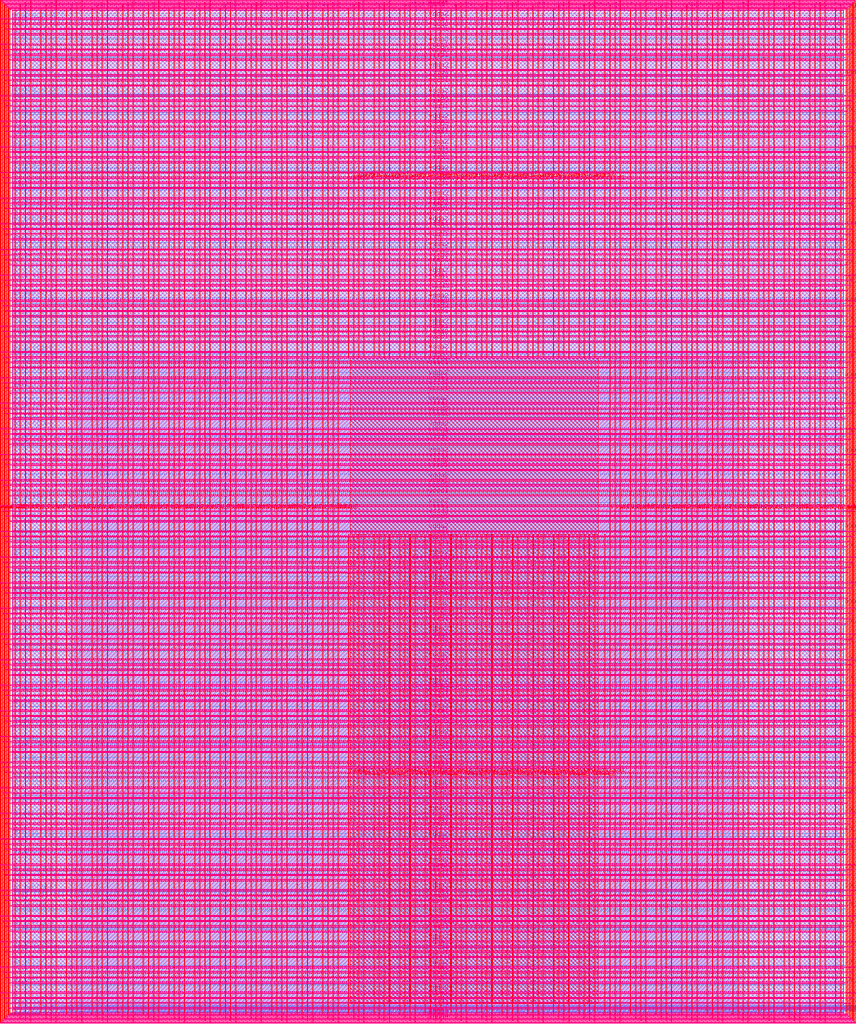
<source format=lef>
VERSION 5.7 ;
  NOWIREEXTENSIONATPIN ON ;
  DIVIDERCHAR "/" ;
  BUSBITCHARS "[]" ;
MACRO fpga_top_eFPGA
  CLASS BLOCK ;
  FOREIGN fpga_top_eFPGA ;
  ORIGIN 0.000 0.000 ;
  SIZE 2920.000 BY 3520.000 ;
  PIN analog_io[0]
    DIRECTION INOUT ;
    USE SIGNAL ;
    PORT
      LAYER met3 ;
        RECT 2917.600 1426.380 2924.800 1427.580 ;
    END
  END analog_io[0]
  PIN analog_io[10]
    DIRECTION INOUT ;
    USE SIGNAL ;
    PORT
      LAYER met2 ;
        RECT 2230.490 3517.600 2231.050 3524.800 ;
    END
  END analog_io[10]
  PIN analog_io[11]
    DIRECTION INOUT ;
    USE SIGNAL ;
    PORT
      LAYER met2 ;
        RECT 1905.730 3517.600 1906.290 3524.800 ;
    END
  END analog_io[11]
  PIN analog_io[12]
    DIRECTION INOUT ;
    USE SIGNAL ;
    PORT
      LAYER met2 ;
        RECT 1581.430 3517.600 1581.990 3524.800 ;
    END
  END analog_io[12]
  PIN analog_io[13]
    DIRECTION INOUT ;
    USE SIGNAL ;
    PORT
      LAYER met2 ;
        RECT 1257.130 3517.600 1257.690 3524.800 ;
    END
  END analog_io[13]
  PIN analog_io[14]
    DIRECTION INOUT ;
    USE SIGNAL ;
    PORT
      LAYER met2 ;
        RECT 932.370 3517.600 932.930 3524.800 ;
    END
  END analog_io[14]
  PIN analog_io[15]
    DIRECTION INOUT ;
    USE SIGNAL ;
    PORT
      LAYER met2 ;
        RECT 608.070 3517.600 608.630 3524.800 ;
    END
  END analog_io[15]
  PIN analog_io[16]
    DIRECTION INOUT ;
    USE SIGNAL ;
    PORT
      LAYER met2 ;
        RECT 283.770 3517.600 284.330 3524.800 ;
    END
  END analog_io[16]
  PIN analog_io[17]
    DIRECTION INOUT ;
    USE SIGNAL ;
    PORT
      LAYER met3 ;
        RECT -4.800 3486.100 2.400 3487.300 ;
    END
  END analog_io[17]
  PIN analog_io[18]
    DIRECTION INOUT ;
    USE SIGNAL ;
    PORT
      LAYER met3 ;
        RECT -4.800 3224.980 2.400 3226.180 ;
    END
  END analog_io[18]
  PIN analog_io[19]
    DIRECTION INOUT ;
    USE SIGNAL ;
    PORT
      LAYER met3 ;
        RECT -4.800 2964.540 2.400 2965.740 ;
    END
  END analog_io[19]
  PIN analog_io[1]
    DIRECTION INOUT ;
    USE SIGNAL ;
    PORT
      LAYER met3 ;
        RECT 2917.600 1692.260 2924.800 1693.460 ;
    END
  END analog_io[1]
  PIN analog_io[20]
    DIRECTION INOUT ;
    USE SIGNAL ;
    PORT
      LAYER met3 ;
        RECT -4.800 2703.420 2.400 2704.620 ;
    END
  END analog_io[20]
  PIN analog_io[21]
    DIRECTION INOUT ;
    USE SIGNAL ;
    PORT
      LAYER met3 ;
        RECT -4.800 2442.980 2.400 2444.180 ;
    END
  END analog_io[21]
  PIN analog_io[22]
    DIRECTION INOUT ;
    USE SIGNAL ;
    PORT
      LAYER met3 ;
        RECT -4.800 2182.540 2.400 2183.740 ;
    END
  END analog_io[22]
  PIN analog_io[23]
    DIRECTION INOUT ;
    USE SIGNAL ;
    PORT
      LAYER met3 ;
        RECT -4.800 1921.420 2.400 1922.620 ;
    END
  END analog_io[23]
  PIN analog_io[24]
    DIRECTION INOUT ;
    USE SIGNAL ;
    PORT
      LAYER met3 ;
        RECT -4.800 1660.980 2.400 1662.180 ;
    END
  END analog_io[24]
  PIN analog_io[25]
    DIRECTION INOUT ;
    USE SIGNAL ;
    PORT
      LAYER met3 ;
        RECT -4.800 1399.860 2.400 1401.060 ;
    END
  END analog_io[25]
  PIN analog_io[26]
    DIRECTION INOUT ;
    USE SIGNAL ;
    PORT
      LAYER met3 ;
        RECT -4.800 1139.420 2.400 1140.620 ;
    END
  END analog_io[26]
  PIN analog_io[27]
    DIRECTION INOUT ;
    USE SIGNAL ;
    PORT
      LAYER met3 ;
        RECT -4.800 878.980 2.400 880.180 ;
    END
  END analog_io[27]
  PIN analog_io[28]
    DIRECTION INOUT ;
    USE SIGNAL ;
    PORT
      LAYER met3 ;
        RECT -4.800 617.860 2.400 619.060 ;
    END
  END analog_io[28]
  PIN analog_io[2]
    DIRECTION INOUT ;
    USE SIGNAL ;
    PORT
      LAYER met3 ;
        RECT 2917.600 1958.140 2924.800 1959.340 ;
    END
  END analog_io[2]
  PIN analog_io[3]
    DIRECTION INOUT ;
    USE SIGNAL ;
    PORT
      LAYER met3 ;
        RECT 2917.600 2223.340 2924.800 2224.540 ;
    END
  END analog_io[3]
  PIN analog_io[4]
    DIRECTION INOUT ;
    USE SIGNAL ;
    PORT
      LAYER met3 ;
        RECT 2917.600 2489.220 2924.800 2490.420 ;
    END
  END analog_io[4]
  PIN analog_io[5]
    DIRECTION INOUT ;
    USE SIGNAL ;
    PORT
      LAYER met3 ;
        RECT 2917.600 2755.100 2924.800 2756.300 ;
    END
  END analog_io[5]
  PIN analog_io[6]
    DIRECTION INOUT ;
    USE SIGNAL ;
    PORT
      LAYER met3 ;
        RECT 2917.600 3020.300 2924.800 3021.500 ;
    END
  END analog_io[6]
  PIN analog_io[7]
    DIRECTION INOUT ;
    USE SIGNAL ;
    PORT
      LAYER met3 ;
        RECT 2917.600 3286.180 2924.800 3287.380 ;
    END
  END analog_io[7]
  PIN analog_io[8]
    DIRECTION INOUT ;
    USE SIGNAL ;
    PORT
      LAYER met2 ;
        RECT 2879.090 3517.600 2879.650 3524.800 ;
    END
  END analog_io[8]
  PIN analog_io[9]
    DIRECTION INOUT ;
    USE SIGNAL ;
    PORT
      LAYER met2 ;
        RECT 2554.790 3517.600 2555.350 3524.800 ;
    END
  END analog_io[9]
  PIN io_in[0]
    DIRECTION INPUT ;
    USE SIGNAL ;
    PORT
      LAYER met3 ;
        RECT 2917.600 32.380 2924.800 33.580 ;
    END
  END io_in[0]
  PIN io_in[10]
    DIRECTION INPUT ;
    USE SIGNAL ;
    PORT
      LAYER met3 ;
        RECT 2917.600 2289.980 2924.800 2291.180 ;
    END
  END io_in[10]
  PIN io_in[11]
    DIRECTION INPUT ;
    USE SIGNAL ;
    PORT
      LAYER met3 ;
        RECT 2917.600 2555.860 2924.800 2557.060 ;
    END
  END io_in[11]
  PIN io_in[12]
    DIRECTION INPUT ;
    USE SIGNAL ;
    PORT
      LAYER met3 ;
        RECT 2917.600 2821.060 2924.800 2822.260 ;
    END
  END io_in[12]
  PIN io_in[13]
    DIRECTION INPUT ;
    USE SIGNAL ;
    PORT
      LAYER met3 ;
        RECT 2917.600 3086.940 2924.800 3088.140 ;
    END
  END io_in[13]
  PIN io_in[14]
    DIRECTION INPUT ;
    USE SIGNAL ;
    PORT
      LAYER met3 ;
        RECT 2917.600 3352.820 2924.800 3354.020 ;
    END
  END io_in[14]
  PIN io_in[15]
    DIRECTION INPUT ;
    USE SIGNAL ;
    PORT
      LAYER met2 ;
        RECT 2798.130 3517.600 2798.690 3524.800 ;
    END
  END io_in[15]
  PIN io_in[16]
    DIRECTION INPUT ;
    USE SIGNAL ;
    PORT
      LAYER met2 ;
        RECT 2473.830 3517.600 2474.390 3524.800 ;
    END
  END io_in[16]
  PIN io_in[17]
    DIRECTION INPUT ;
    USE SIGNAL ;
    PORT
      LAYER met2 ;
        RECT 2149.070 3517.600 2149.630 3524.800 ;
    END
  END io_in[17]
  PIN io_in[18]
    DIRECTION INPUT ;
    USE SIGNAL ;
    PORT
      LAYER met2 ;
        RECT 1824.770 3517.600 1825.330 3524.800 ;
    END
  END io_in[18]
  PIN io_in[19]
    DIRECTION INPUT ;
    USE SIGNAL ;
    PORT
      LAYER met2 ;
        RECT 1500.470 3517.600 1501.030 3524.800 ;
    END
  END io_in[19]
  PIN io_in[1]
    DIRECTION INPUT ;
    USE SIGNAL ;
    PORT
      LAYER met3 ;
        RECT 2917.600 230.940 2924.800 232.140 ;
    END
  END io_in[1]
  PIN io_in[20]
    DIRECTION INPUT ;
    USE SIGNAL ;
    PORT
      LAYER met2 ;
        RECT 1175.710 3517.600 1176.270 3524.800 ;
    END
  END io_in[20]
  PIN io_in[21]
    DIRECTION INPUT ;
    USE SIGNAL ;
    PORT
      LAYER met2 ;
        RECT 851.410 3517.600 851.970 3524.800 ;
    END
  END io_in[21]
  PIN io_in[22]
    DIRECTION INPUT ;
    USE SIGNAL ;
    PORT
      LAYER met2 ;
        RECT 527.110 3517.600 527.670 3524.800 ;
    END
  END io_in[22]
  PIN io_in[23]
    DIRECTION INPUT ;
    USE SIGNAL ;
    PORT
      LAYER met2 ;
        RECT 202.350 3517.600 202.910 3524.800 ;
    END
  END io_in[23]
  PIN io_in[24]
    DIRECTION INPUT ;
    USE SIGNAL ;
    PORT
      LAYER met3 ;
        RECT -4.800 3420.820 2.400 3422.020 ;
    END
  END io_in[24]
  PIN io_in[25]
    DIRECTION INPUT ;
    USE SIGNAL ;
    PORT
      LAYER met3 ;
        RECT -4.800 3159.700 2.400 3160.900 ;
    END
  END io_in[25]
  PIN io_in[26]
    DIRECTION INPUT ;
    USE SIGNAL ;
    PORT
      LAYER met3 ;
        RECT -4.800 2899.260 2.400 2900.460 ;
    END
  END io_in[26]
  PIN io_in[27]
    DIRECTION INPUT ;
    USE SIGNAL ;
    PORT
      LAYER met3 ;
        RECT -4.800 2638.820 2.400 2640.020 ;
    END
  END io_in[27]
  PIN io_in[28]
    DIRECTION INPUT ;
    USE SIGNAL ;
    PORT
      LAYER met3 ;
        RECT -4.800 2377.700 2.400 2378.900 ;
    END
  END io_in[28]
  PIN io_in[29]
    DIRECTION INPUT ;
    USE SIGNAL ;
    PORT
      LAYER met3 ;
        RECT -4.800 2117.260 2.400 2118.460 ;
    END
  END io_in[29]
  PIN io_in[2]
    DIRECTION INPUT ;
    USE SIGNAL ;
    PORT
      LAYER met3 ;
        RECT 2917.600 430.180 2924.800 431.380 ;
    END
  END io_in[2]
  PIN io_in[30]
    DIRECTION INPUT ;
    USE SIGNAL ;
    PORT
      LAYER met3 ;
        RECT -4.800 1856.140 2.400 1857.340 ;
    END
  END io_in[30]
  PIN io_in[31]
    DIRECTION INPUT ;
    USE SIGNAL ;
    PORT
      LAYER met3 ;
        RECT -4.800 1595.700 2.400 1596.900 ;
    END
  END io_in[31]
  PIN io_in[32]
    DIRECTION INPUT ;
    USE SIGNAL ;
    PORT
      LAYER met3 ;
        RECT -4.800 1335.260 2.400 1336.460 ;
    END
  END io_in[32]
  PIN io_in[33]
    DIRECTION INPUT ;
    USE SIGNAL ;
    PORT
      LAYER met3 ;
        RECT -4.800 1074.140 2.400 1075.340 ;
    END
  END io_in[33]
  PIN io_in[34]
    DIRECTION INPUT ;
    USE SIGNAL ;
    PORT
      LAYER met3 ;
        RECT -4.800 813.700 2.400 814.900 ;
    END
  END io_in[34]
  PIN io_in[35]
    DIRECTION INPUT ;
    USE SIGNAL ;
    PORT
      LAYER met3 ;
        RECT -4.800 552.580 2.400 553.780 ;
    END
  END io_in[35]
  PIN io_in[36]
    DIRECTION INPUT ;
    USE SIGNAL ;
    PORT
      LAYER met3 ;
        RECT -4.800 357.420 2.400 358.620 ;
    END
  END io_in[36]
  PIN io_in[37]
    DIRECTION INPUT ;
    USE SIGNAL ;
    PORT
      LAYER met3 ;
        RECT -4.800 161.580 2.400 162.780 ;
    END
  END io_in[37]
  PIN io_in[3]
    DIRECTION INPUT ;
    USE SIGNAL ;
    PORT
      LAYER met3 ;
        RECT 2917.600 629.420 2924.800 630.620 ;
    END
  END io_in[3]
  PIN io_in[4]
    DIRECTION INPUT ;
    USE SIGNAL ;
    PORT
      LAYER met3 ;
        RECT 2917.600 828.660 2924.800 829.860 ;
    END
  END io_in[4]
  PIN io_in[5]
    DIRECTION INPUT ;
    USE SIGNAL ;
    PORT
      LAYER met3 ;
        RECT 2917.600 1027.900 2924.800 1029.100 ;
    END
  END io_in[5]
  PIN io_in[6]
    DIRECTION INPUT ;
    USE SIGNAL ;
    PORT
      LAYER met3 ;
        RECT 2917.600 1227.140 2924.800 1228.340 ;
    END
  END io_in[6]
  PIN io_in[7]
    DIRECTION INPUT ;
    USE SIGNAL ;
    PORT
      LAYER met3 ;
        RECT 2917.600 1493.020 2924.800 1494.220 ;
    END
  END io_in[7]
  PIN io_in[8]
    DIRECTION INPUT ;
    USE SIGNAL ;
    PORT
      LAYER met3 ;
        RECT 2917.600 1758.900 2924.800 1760.100 ;
    END
  END io_in[8]
  PIN io_in[9]
    DIRECTION INPUT ;
    USE SIGNAL ;
    PORT
      LAYER met3 ;
        RECT 2917.600 2024.100 2924.800 2025.300 ;
    END
  END io_in[9]
  PIN io_oeb[0]
    DIRECTION OUTPUT TRISTATE ;
    USE SIGNAL ;
    PORT
      LAYER met3 ;
        RECT 2917.600 164.980 2924.800 166.180 ;
    END
  END io_oeb[0]
  PIN io_oeb[10]
    DIRECTION OUTPUT TRISTATE ;
    USE SIGNAL ;
    PORT
      LAYER met3 ;
        RECT 2917.600 2422.580 2924.800 2423.780 ;
    END
  END io_oeb[10]
  PIN io_oeb[11]
    DIRECTION OUTPUT TRISTATE ;
    USE SIGNAL ;
    PORT
      LAYER met3 ;
        RECT 2917.600 2688.460 2924.800 2689.660 ;
    END
  END io_oeb[11]
  PIN io_oeb[12]
    DIRECTION OUTPUT TRISTATE ;
    USE SIGNAL ;
    PORT
      LAYER met3 ;
        RECT 2917.600 2954.340 2924.800 2955.540 ;
    END
  END io_oeb[12]
  PIN io_oeb[13]
    DIRECTION OUTPUT TRISTATE ;
    USE SIGNAL ;
    PORT
      LAYER met3 ;
        RECT 2917.600 3219.540 2924.800 3220.740 ;
    END
  END io_oeb[13]
  PIN io_oeb[14]
    DIRECTION OUTPUT TRISTATE ;
    USE SIGNAL ;
    PORT
      LAYER met3 ;
        RECT 2917.600 3485.420 2924.800 3486.620 ;
    END
  END io_oeb[14]
  PIN io_oeb[15]
    DIRECTION OUTPUT TRISTATE ;
    USE SIGNAL ;
    PORT
      LAYER met2 ;
        RECT 2635.750 3517.600 2636.310 3524.800 ;
    END
  END io_oeb[15]
  PIN io_oeb[16]
    DIRECTION OUTPUT TRISTATE ;
    USE SIGNAL ;
    PORT
      LAYER met2 ;
        RECT 2311.450 3517.600 2312.010 3524.800 ;
    END
  END io_oeb[16]
  PIN io_oeb[17]
    DIRECTION OUTPUT TRISTATE ;
    USE SIGNAL ;
    PORT
      LAYER met2 ;
        RECT 1987.150 3517.600 1987.710 3524.800 ;
    END
  END io_oeb[17]
  PIN io_oeb[18]
    DIRECTION OUTPUT TRISTATE ;
    USE SIGNAL ;
    PORT
      LAYER met2 ;
        RECT 1662.390 3517.600 1662.950 3524.800 ;
    END
  END io_oeb[18]
  PIN io_oeb[19]
    DIRECTION OUTPUT TRISTATE ;
    USE SIGNAL ;
    PORT
      LAYER met2 ;
        RECT 1338.090 3517.600 1338.650 3524.800 ;
    END
  END io_oeb[19]
  PIN io_oeb[1]
    DIRECTION OUTPUT TRISTATE ;
    USE SIGNAL ;
    PORT
      LAYER met3 ;
        RECT 2917.600 364.220 2924.800 365.420 ;
    END
  END io_oeb[1]
  PIN io_oeb[20]
    DIRECTION OUTPUT TRISTATE ;
    USE SIGNAL ;
    PORT
      LAYER met2 ;
        RECT 1013.790 3517.600 1014.350 3524.800 ;
    END
  END io_oeb[20]
  PIN io_oeb[21]
    DIRECTION OUTPUT TRISTATE ;
    USE SIGNAL ;
    PORT
      LAYER met2 ;
        RECT 689.030 3517.600 689.590 3524.800 ;
    END
  END io_oeb[21]
  PIN io_oeb[22]
    DIRECTION OUTPUT TRISTATE ;
    USE SIGNAL ;
    PORT
      LAYER met2 ;
        RECT 364.730 3517.600 365.290 3524.800 ;
    END
  END io_oeb[22]
  PIN io_oeb[23]
    DIRECTION OUTPUT TRISTATE ;
    USE SIGNAL ;
    PORT
      LAYER met2 ;
        RECT 40.430 3517.600 40.990 3524.800 ;
    END
  END io_oeb[23]
  PIN io_oeb[24]
    DIRECTION OUTPUT TRISTATE ;
    USE SIGNAL ;
    PORT
      LAYER met3 ;
        RECT -4.800 3290.260 2.400 3291.460 ;
    END
  END io_oeb[24]
  PIN io_oeb[25]
    DIRECTION OUTPUT TRISTATE ;
    USE SIGNAL ;
    PORT
      LAYER met3 ;
        RECT -4.800 3029.820 2.400 3031.020 ;
    END
  END io_oeb[25]
  PIN io_oeb[26]
    DIRECTION OUTPUT TRISTATE ;
    USE SIGNAL ;
    PORT
      LAYER met3 ;
        RECT -4.800 2768.700 2.400 2769.900 ;
    END
  END io_oeb[26]
  PIN io_oeb[27]
    DIRECTION OUTPUT TRISTATE ;
    USE SIGNAL ;
    PORT
      LAYER met3 ;
        RECT -4.800 2508.260 2.400 2509.460 ;
    END
  END io_oeb[27]
  PIN io_oeb[28]
    DIRECTION OUTPUT TRISTATE ;
    USE SIGNAL ;
    PORT
      LAYER met3 ;
        RECT -4.800 2247.140 2.400 2248.340 ;
    END
  END io_oeb[28]
  PIN io_oeb[29]
    DIRECTION OUTPUT TRISTATE ;
    USE SIGNAL ;
    PORT
      LAYER met3 ;
        RECT -4.800 1986.700 2.400 1987.900 ;
    END
  END io_oeb[29]
  PIN io_oeb[2]
    DIRECTION OUTPUT TRISTATE ;
    USE SIGNAL ;
    PORT
      LAYER met3 ;
        RECT 2917.600 563.460 2924.800 564.660 ;
    END
  END io_oeb[2]
  PIN io_oeb[30]
    DIRECTION OUTPUT TRISTATE ;
    USE SIGNAL ;
    PORT
      LAYER met3 ;
        RECT -4.800 1726.260 2.400 1727.460 ;
    END
  END io_oeb[30]
  PIN io_oeb[31]
    DIRECTION OUTPUT TRISTATE ;
    USE SIGNAL ;
    PORT
      LAYER met3 ;
        RECT -4.800 1465.140 2.400 1466.340 ;
    END
  END io_oeb[31]
  PIN io_oeb[32]
    DIRECTION OUTPUT TRISTATE ;
    USE SIGNAL ;
    PORT
      LAYER met3 ;
        RECT -4.800 1204.700 2.400 1205.900 ;
    END
  END io_oeb[32]
  PIN io_oeb[33]
    DIRECTION OUTPUT TRISTATE ;
    USE SIGNAL ;
    PORT
      LAYER met3 ;
        RECT -4.800 943.580 2.400 944.780 ;
    END
  END io_oeb[33]
  PIN io_oeb[34]
    DIRECTION OUTPUT TRISTATE ;
    USE SIGNAL ;
    PORT
      LAYER met3 ;
        RECT -4.800 683.140 2.400 684.340 ;
    END
  END io_oeb[34]
  PIN io_oeb[35]
    DIRECTION OUTPUT TRISTATE ;
    USE SIGNAL ;
    PORT
      LAYER met3 ;
        RECT -4.800 422.700 2.400 423.900 ;
    END
  END io_oeb[35]
  PIN io_oeb[36]
    DIRECTION OUTPUT TRISTATE ;
    USE SIGNAL ;
    PORT
      LAYER met3 ;
        RECT -4.800 226.860 2.400 228.060 ;
    END
  END io_oeb[36]
  PIN io_oeb[37]
    DIRECTION OUTPUT TRISTATE ;
    USE SIGNAL ;
    PORT
      LAYER met3 ;
        RECT -4.800 31.700 2.400 32.900 ;
    END
  END io_oeb[37]
  PIN io_oeb[3]
    DIRECTION OUTPUT TRISTATE ;
    USE SIGNAL ;
    PORT
      LAYER met3 ;
        RECT 2917.600 762.700 2924.800 763.900 ;
    END
  END io_oeb[3]
  PIN io_oeb[4]
    DIRECTION OUTPUT TRISTATE ;
    USE SIGNAL ;
    PORT
      LAYER met3 ;
        RECT 2917.600 961.940 2924.800 963.140 ;
    END
  END io_oeb[4]
  PIN io_oeb[5]
    DIRECTION OUTPUT TRISTATE ;
    USE SIGNAL ;
    PORT
      LAYER met3 ;
        RECT 2917.600 1161.180 2924.800 1162.380 ;
    END
  END io_oeb[5]
  PIN io_oeb[6]
    DIRECTION OUTPUT TRISTATE ;
    USE SIGNAL ;
    PORT
      LAYER met3 ;
        RECT 2917.600 1360.420 2924.800 1361.620 ;
    END
  END io_oeb[6]
  PIN io_oeb[7]
    DIRECTION OUTPUT TRISTATE ;
    USE SIGNAL ;
    PORT
      LAYER met3 ;
        RECT 2917.600 1625.620 2924.800 1626.820 ;
    END
  END io_oeb[7]
  PIN io_oeb[8]
    DIRECTION OUTPUT TRISTATE ;
    USE SIGNAL ;
    PORT
      LAYER met3 ;
        RECT 2917.600 1891.500 2924.800 1892.700 ;
    END
  END io_oeb[8]
  PIN io_oeb[9]
    DIRECTION OUTPUT TRISTATE ;
    USE SIGNAL ;
    PORT
      LAYER met3 ;
        RECT 2917.600 2157.380 2924.800 2158.580 ;
    END
  END io_oeb[9]
  PIN io_out[0]
    DIRECTION OUTPUT TRISTATE ;
    USE SIGNAL ;
    PORT
      LAYER met3 ;
        RECT 2917.600 98.340 2924.800 99.540 ;
    END
  END io_out[0]
  PIN io_out[10]
    DIRECTION OUTPUT TRISTATE ;
    USE SIGNAL ;
    PORT
      LAYER met3 ;
        RECT 2917.600 2356.620 2924.800 2357.820 ;
    END
  END io_out[10]
  PIN io_out[11]
    DIRECTION OUTPUT TRISTATE ;
    USE SIGNAL ;
    PORT
      LAYER met3 ;
        RECT 2917.600 2621.820 2924.800 2623.020 ;
    END
  END io_out[11]
  PIN io_out[12]
    DIRECTION OUTPUT TRISTATE ;
    USE SIGNAL ;
    PORT
      LAYER met3 ;
        RECT 2917.600 2887.700 2924.800 2888.900 ;
    END
  END io_out[12]
  PIN io_out[13]
    DIRECTION OUTPUT TRISTATE ;
    USE SIGNAL ;
    PORT
      LAYER met3 ;
        RECT 2917.600 3153.580 2924.800 3154.780 ;
    END
  END io_out[13]
  PIN io_out[14]
    DIRECTION OUTPUT TRISTATE ;
    USE SIGNAL ;
    PORT
      LAYER met3 ;
        RECT 2917.600 3418.780 2924.800 3419.980 ;
    END
  END io_out[14]
  PIN io_out[15]
    DIRECTION OUTPUT TRISTATE ;
    USE SIGNAL ;
    PORT
      LAYER met2 ;
        RECT 2717.170 3517.600 2717.730 3524.800 ;
    END
  END io_out[15]
  PIN io_out[16]
    DIRECTION OUTPUT TRISTATE ;
    USE SIGNAL ;
    PORT
      LAYER met2 ;
        RECT 2392.410 3517.600 2392.970 3524.800 ;
    END
  END io_out[16]
  PIN io_out[17]
    DIRECTION OUTPUT TRISTATE ;
    USE SIGNAL ;
    PORT
      LAYER met2 ;
        RECT 2068.110 3517.600 2068.670 3524.800 ;
    END
  END io_out[17]
  PIN io_out[18]
    DIRECTION OUTPUT TRISTATE ;
    USE SIGNAL ;
    PORT
      LAYER met2 ;
        RECT 1743.810 3517.600 1744.370 3524.800 ;
    END
  END io_out[18]
  PIN io_out[19]
    DIRECTION OUTPUT TRISTATE ;
    USE SIGNAL ;
    PORT
      LAYER met2 ;
        RECT 1419.050 3517.600 1419.610 3524.800 ;
    END
  END io_out[19]
  PIN io_out[1]
    DIRECTION OUTPUT TRISTATE ;
    USE SIGNAL ;
    PORT
      LAYER met3 ;
        RECT 2917.600 297.580 2924.800 298.780 ;
    END
  END io_out[1]
  PIN io_out[20]
    DIRECTION OUTPUT TRISTATE ;
    USE SIGNAL ;
    PORT
      LAYER met2 ;
        RECT 1094.750 3517.600 1095.310 3524.800 ;
    END
  END io_out[20]
  PIN io_out[21]
    DIRECTION OUTPUT TRISTATE ;
    USE SIGNAL ;
    PORT
      LAYER met2 ;
        RECT 770.450 3517.600 771.010 3524.800 ;
    END
  END io_out[21]
  PIN io_out[22]
    DIRECTION OUTPUT TRISTATE ;
    USE SIGNAL ;
    PORT
      LAYER met2 ;
        RECT 445.690 3517.600 446.250 3524.800 ;
    END
  END io_out[22]
  PIN io_out[23]
    DIRECTION OUTPUT TRISTATE ;
    USE SIGNAL ;
    PORT
      LAYER met2 ;
        RECT 121.390 3517.600 121.950 3524.800 ;
    END
  END io_out[23]
  PIN io_out[24]
    DIRECTION OUTPUT TRISTATE ;
    USE SIGNAL ;
    PORT
      LAYER met3 ;
        RECT -4.800 3355.540 2.400 3356.740 ;
    END
  END io_out[24]
  PIN io_out[25]
    DIRECTION OUTPUT TRISTATE ;
    USE SIGNAL ;
    PORT
      LAYER met3 ;
        RECT -4.800 3095.100 2.400 3096.300 ;
    END
  END io_out[25]
  PIN io_out[26]
    DIRECTION OUTPUT TRISTATE ;
    USE SIGNAL ;
    PORT
      LAYER met3 ;
        RECT -4.800 2833.980 2.400 2835.180 ;
    END
  END io_out[26]
  PIN io_out[27]
    DIRECTION OUTPUT TRISTATE ;
    USE SIGNAL ;
    PORT
      LAYER met3 ;
        RECT -4.800 2573.540 2.400 2574.740 ;
    END
  END io_out[27]
  PIN io_out[28]
    DIRECTION OUTPUT TRISTATE ;
    USE SIGNAL ;
    PORT
      LAYER met3 ;
        RECT -4.800 2312.420 2.400 2313.620 ;
    END
  END io_out[28]
  PIN io_out[29]
    DIRECTION OUTPUT TRISTATE ;
    USE SIGNAL ;
    PORT
      LAYER met3 ;
        RECT -4.800 2051.980 2.400 2053.180 ;
    END
  END io_out[29]
  PIN io_out[2]
    DIRECTION OUTPUT TRISTATE ;
    USE SIGNAL ;
    PORT
      LAYER met3 ;
        RECT 2917.600 496.820 2924.800 498.020 ;
    END
  END io_out[2]
  PIN io_out[30]
    DIRECTION OUTPUT TRISTATE ;
    USE SIGNAL ;
    PORT
      LAYER met3 ;
        RECT -4.800 1791.540 2.400 1792.740 ;
    END
  END io_out[30]
  PIN io_out[31]
    DIRECTION OUTPUT TRISTATE ;
    USE SIGNAL ;
    PORT
      LAYER met3 ;
        RECT -4.800 1530.420 2.400 1531.620 ;
    END
  END io_out[31]
  PIN io_out[32]
    DIRECTION OUTPUT TRISTATE ;
    USE SIGNAL ;
    PORT
      LAYER met3 ;
        RECT -4.800 1269.980 2.400 1271.180 ;
    END
  END io_out[32]
  PIN io_out[33]
    DIRECTION OUTPUT TRISTATE ;
    USE SIGNAL ;
    PORT
      LAYER met3 ;
        RECT -4.800 1008.860 2.400 1010.060 ;
    END
  END io_out[33]
  PIN io_out[34]
    DIRECTION OUTPUT TRISTATE ;
    USE SIGNAL ;
    PORT
      LAYER met3 ;
        RECT -4.800 748.420 2.400 749.620 ;
    END
  END io_out[34]
  PIN io_out[35]
    DIRECTION OUTPUT TRISTATE ;
    USE SIGNAL ;
    PORT
      LAYER met3 ;
        RECT -4.800 487.300 2.400 488.500 ;
    END
  END io_out[35]
  PIN io_out[36]
    DIRECTION OUTPUT TRISTATE ;
    USE SIGNAL ;
    PORT
      LAYER met3 ;
        RECT -4.800 292.140 2.400 293.340 ;
    END
  END io_out[36]
  PIN io_out[37]
    DIRECTION OUTPUT TRISTATE ;
    USE SIGNAL ;
    PORT
      LAYER met3 ;
        RECT -4.800 96.300 2.400 97.500 ;
    END
  END io_out[37]
  PIN io_out[3]
    DIRECTION OUTPUT TRISTATE ;
    USE SIGNAL ;
    PORT
      LAYER met3 ;
        RECT 2917.600 696.060 2924.800 697.260 ;
    END
  END io_out[3]
  PIN io_out[4]
    DIRECTION OUTPUT TRISTATE ;
    USE SIGNAL ;
    PORT
      LAYER met3 ;
        RECT 2917.600 895.300 2924.800 896.500 ;
    END
  END io_out[4]
  PIN io_out[5]
    DIRECTION OUTPUT TRISTATE ;
    USE SIGNAL ;
    PORT
      LAYER met3 ;
        RECT 2917.600 1094.540 2924.800 1095.740 ;
    END
  END io_out[5]
  PIN io_out[6]
    DIRECTION OUTPUT TRISTATE ;
    USE SIGNAL ;
    PORT
      LAYER met3 ;
        RECT 2917.600 1293.780 2924.800 1294.980 ;
    END
  END io_out[6]
  PIN io_out[7]
    DIRECTION OUTPUT TRISTATE ;
    USE SIGNAL ;
    PORT
      LAYER met3 ;
        RECT 2917.600 1559.660 2924.800 1560.860 ;
    END
  END io_out[7]
  PIN io_out[8]
    DIRECTION OUTPUT TRISTATE ;
    USE SIGNAL ;
    PORT
      LAYER met3 ;
        RECT 2917.600 1824.860 2924.800 1826.060 ;
    END
  END io_out[8]
  PIN io_out[9]
    DIRECTION OUTPUT TRISTATE ;
    USE SIGNAL ;
    PORT
      LAYER met3 ;
        RECT 2917.600 2090.740 2924.800 2091.940 ;
    END
  END io_out[9]
  PIN la_data_in[0]
    DIRECTION INPUT ;
    USE SIGNAL ;
    PORT
      LAYER met2 ;
        RECT 629.230 -4.800 629.790 2.400 ;
    END
  END la_data_in[0]
  PIN la_data_in[100]
    DIRECTION INPUT ;
    USE SIGNAL ;
    PORT
      LAYER met2 ;
        RECT 2402.530 -4.800 2403.090 2.400 ;
    END
  END la_data_in[100]
  PIN la_data_in[101]
    DIRECTION INPUT ;
    USE SIGNAL ;
    PORT
      LAYER met2 ;
        RECT 2420.010 -4.800 2420.570 2.400 ;
    END
  END la_data_in[101]
  PIN la_data_in[102]
    DIRECTION INPUT ;
    USE SIGNAL ;
    PORT
      LAYER met2 ;
        RECT 2437.950 -4.800 2438.510 2.400 ;
    END
  END la_data_in[102]
  PIN la_data_in[103]
    DIRECTION INPUT ;
    USE SIGNAL ;
    PORT
      LAYER met2 ;
        RECT 2455.430 -4.800 2455.990 2.400 ;
    END
  END la_data_in[103]
  PIN la_data_in[104]
    DIRECTION INPUT ;
    USE SIGNAL ;
    PORT
      LAYER met2 ;
        RECT 2473.370 -4.800 2473.930 2.400 ;
    END
  END la_data_in[104]
  PIN la_data_in[105]
    DIRECTION INPUT ;
    USE SIGNAL ;
    PORT
      LAYER met2 ;
        RECT 2490.850 -4.800 2491.410 2.400 ;
    END
  END la_data_in[105]
  PIN la_data_in[106]
    DIRECTION INPUT ;
    USE SIGNAL ;
    PORT
      LAYER met2 ;
        RECT 2508.790 -4.800 2509.350 2.400 ;
    END
  END la_data_in[106]
  PIN la_data_in[107]
    DIRECTION INPUT ;
    USE SIGNAL ;
    PORT
      LAYER met2 ;
        RECT 2526.730 -4.800 2527.290 2.400 ;
    END
  END la_data_in[107]
  PIN la_data_in[108]
    DIRECTION INPUT ;
    USE SIGNAL ;
    PORT
      LAYER met2 ;
        RECT 2544.210 -4.800 2544.770 2.400 ;
    END
  END la_data_in[108]
  PIN la_data_in[109]
    DIRECTION INPUT ;
    USE SIGNAL ;
    PORT
      LAYER met2 ;
        RECT 2562.150 -4.800 2562.710 2.400 ;
    END
  END la_data_in[109]
  PIN la_data_in[10]
    DIRECTION INPUT ;
    USE SIGNAL ;
    PORT
      LAYER met2 ;
        RECT 806.330 -4.800 806.890 2.400 ;
    END
  END la_data_in[10]
  PIN la_data_in[110]
    DIRECTION INPUT ;
    USE SIGNAL ;
    PORT
      LAYER met2 ;
        RECT 2579.630 -4.800 2580.190 2.400 ;
    END
  END la_data_in[110]
  PIN la_data_in[111]
    DIRECTION INPUT ;
    USE SIGNAL ;
    PORT
      LAYER met2 ;
        RECT 2597.570 -4.800 2598.130 2.400 ;
    END
  END la_data_in[111]
  PIN la_data_in[112]
    DIRECTION INPUT ;
    USE SIGNAL ;
    PORT
      LAYER met2 ;
        RECT 2615.050 -4.800 2615.610 2.400 ;
    END
  END la_data_in[112]
  PIN la_data_in[113]
    DIRECTION INPUT ;
    USE SIGNAL ;
    PORT
      LAYER met2 ;
        RECT 2632.990 -4.800 2633.550 2.400 ;
    END
  END la_data_in[113]
  PIN la_data_in[114]
    DIRECTION INPUT ;
    USE SIGNAL ;
    PORT
      LAYER met2 ;
        RECT 2650.470 -4.800 2651.030 2.400 ;
    END
  END la_data_in[114]
  PIN la_data_in[115]
    DIRECTION INPUT ;
    USE SIGNAL ;
    PORT
      LAYER met2 ;
        RECT 2668.410 -4.800 2668.970 2.400 ;
    END
  END la_data_in[115]
  PIN la_data_in[116]
    DIRECTION INPUT ;
    USE SIGNAL ;
    PORT
      LAYER met2 ;
        RECT 2685.890 -4.800 2686.450 2.400 ;
    END
  END la_data_in[116]
  PIN la_data_in[117]
    DIRECTION INPUT ;
    USE SIGNAL ;
    PORT
      LAYER met2 ;
        RECT 2703.830 -4.800 2704.390 2.400 ;
    END
  END la_data_in[117]
  PIN la_data_in[118]
    DIRECTION INPUT ;
    USE SIGNAL ;
    PORT
      LAYER met2 ;
        RECT 2721.770 -4.800 2722.330 2.400 ;
    END
  END la_data_in[118]
  PIN la_data_in[119]
    DIRECTION INPUT ;
    USE SIGNAL ;
    PORT
      LAYER met2 ;
        RECT 2739.250 -4.800 2739.810 2.400 ;
    END
  END la_data_in[119]
  PIN la_data_in[11]
    DIRECTION INPUT ;
    USE SIGNAL ;
    PORT
      LAYER met2 ;
        RECT 824.270 -4.800 824.830 2.400 ;
    END
  END la_data_in[11]
  PIN la_data_in[120]
    DIRECTION INPUT ;
    USE SIGNAL ;
    PORT
      LAYER met2 ;
        RECT 2757.190 -4.800 2757.750 2.400 ;
    END
  END la_data_in[120]
  PIN la_data_in[121]
    DIRECTION INPUT ;
    USE SIGNAL ;
    PORT
      LAYER met2 ;
        RECT 2774.670 -4.800 2775.230 2.400 ;
    END
  END la_data_in[121]
  PIN la_data_in[122]
    DIRECTION INPUT ;
    USE SIGNAL ;
    PORT
      LAYER met2 ;
        RECT 2792.610 -4.800 2793.170 2.400 ;
    END
  END la_data_in[122]
  PIN la_data_in[123]
    DIRECTION INPUT ;
    USE SIGNAL ;
    PORT
      LAYER met2 ;
        RECT 2810.090 -4.800 2810.650 2.400 ;
    END
  END la_data_in[123]
  PIN la_data_in[124]
    DIRECTION INPUT ;
    USE SIGNAL ;
    PORT
      LAYER met2 ;
        RECT 2828.030 -4.800 2828.590 2.400 ;
    END
  END la_data_in[124]
  PIN la_data_in[125]
    DIRECTION INPUT ;
    USE SIGNAL ;
    PORT
      LAYER met2 ;
        RECT 2845.510 -4.800 2846.070 2.400 ;
    END
  END la_data_in[125]
  PIN la_data_in[126]
    DIRECTION INPUT ;
    USE SIGNAL ;
    PORT
      LAYER met2 ;
        RECT 2863.450 -4.800 2864.010 2.400 ;
    END
  END la_data_in[126]
  PIN la_data_in[127]
    DIRECTION INPUT ;
    USE SIGNAL ;
    PORT
      LAYER met2 ;
        RECT 2881.390 -4.800 2881.950 2.400 ;
    END
  END la_data_in[127]
  PIN la_data_in[12]
    DIRECTION INPUT ;
    USE SIGNAL ;
    PORT
      LAYER met2 ;
        RECT 841.750 -4.800 842.310 2.400 ;
    END
  END la_data_in[12]
  PIN la_data_in[13]
    DIRECTION INPUT ;
    USE SIGNAL ;
    PORT
      LAYER met2 ;
        RECT 859.690 -4.800 860.250 2.400 ;
    END
  END la_data_in[13]
  PIN la_data_in[14]
    DIRECTION INPUT ;
    USE SIGNAL ;
    PORT
      LAYER met2 ;
        RECT 877.170 -4.800 877.730 2.400 ;
    END
  END la_data_in[14]
  PIN la_data_in[15]
    DIRECTION INPUT ;
    USE SIGNAL ;
    PORT
      LAYER met2 ;
        RECT 895.110 -4.800 895.670 2.400 ;
    END
  END la_data_in[15]
  PIN la_data_in[16]
    DIRECTION INPUT ;
    USE SIGNAL ;
    PORT
      LAYER met2 ;
        RECT 912.590 -4.800 913.150 2.400 ;
    END
  END la_data_in[16]
  PIN la_data_in[17]
    DIRECTION INPUT ;
    USE SIGNAL ;
    PORT
      LAYER met2 ;
        RECT 930.530 -4.800 931.090 2.400 ;
    END
  END la_data_in[17]
  PIN la_data_in[18]
    DIRECTION INPUT ;
    USE SIGNAL ;
    PORT
      LAYER met2 ;
        RECT 948.470 -4.800 949.030 2.400 ;
    END
  END la_data_in[18]
  PIN la_data_in[19]
    DIRECTION INPUT ;
    USE SIGNAL ;
    PORT
      LAYER met2 ;
        RECT 965.950 -4.800 966.510 2.400 ;
    END
  END la_data_in[19]
  PIN la_data_in[1]
    DIRECTION INPUT ;
    USE SIGNAL ;
    PORT
      LAYER met2 ;
        RECT 646.710 -4.800 647.270 2.400 ;
    END
  END la_data_in[1]
  PIN la_data_in[20]
    DIRECTION INPUT ;
    USE SIGNAL ;
    PORT
      LAYER met2 ;
        RECT 983.890 -4.800 984.450 2.400 ;
    END
  END la_data_in[20]
  PIN la_data_in[21]
    DIRECTION INPUT ;
    USE SIGNAL ;
    PORT
      LAYER met2 ;
        RECT 1001.370 -4.800 1001.930 2.400 ;
    END
  END la_data_in[21]
  PIN la_data_in[22]
    DIRECTION INPUT ;
    USE SIGNAL ;
    PORT
      LAYER met2 ;
        RECT 1019.310 -4.800 1019.870 2.400 ;
    END
  END la_data_in[22]
  PIN la_data_in[23]
    DIRECTION INPUT ;
    USE SIGNAL ;
    PORT
      LAYER met2 ;
        RECT 1036.790 -4.800 1037.350 2.400 ;
    END
  END la_data_in[23]
  PIN la_data_in[24]
    DIRECTION INPUT ;
    USE SIGNAL ;
    PORT
      LAYER met2 ;
        RECT 1054.730 -4.800 1055.290 2.400 ;
    END
  END la_data_in[24]
  PIN la_data_in[25]
    DIRECTION INPUT ;
    USE SIGNAL ;
    PORT
      LAYER met2 ;
        RECT 1072.210 -4.800 1072.770 2.400 ;
    END
  END la_data_in[25]
  PIN la_data_in[26]
    DIRECTION INPUT ;
    USE SIGNAL ;
    PORT
      LAYER met2 ;
        RECT 1090.150 -4.800 1090.710 2.400 ;
    END
  END la_data_in[26]
  PIN la_data_in[27]
    DIRECTION INPUT ;
    USE SIGNAL ;
    PORT
      LAYER met2 ;
        RECT 1107.630 -4.800 1108.190 2.400 ;
    END
  END la_data_in[27]
  PIN la_data_in[28]
    DIRECTION INPUT ;
    USE SIGNAL ;
    PORT
      LAYER met2 ;
        RECT 1125.570 -4.800 1126.130 2.400 ;
    END
  END la_data_in[28]
  PIN la_data_in[29]
    DIRECTION INPUT ;
    USE SIGNAL ;
    PORT
      LAYER met2 ;
        RECT 1143.510 -4.800 1144.070 2.400 ;
    END
  END la_data_in[29]
  PIN la_data_in[2]
    DIRECTION INPUT ;
    USE SIGNAL ;
    PORT
      LAYER met2 ;
        RECT 664.650 -4.800 665.210 2.400 ;
    END
  END la_data_in[2]
  PIN la_data_in[30]
    DIRECTION INPUT ;
    USE SIGNAL ;
    PORT
      LAYER met2 ;
        RECT 1160.990 -4.800 1161.550 2.400 ;
    END
  END la_data_in[30]
  PIN la_data_in[31]
    DIRECTION INPUT ;
    USE SIGNAL ;
    PORT
      LAYER met2 ;
        RECT 1178.930 -4.800 1179.490 2.400 ;
    END
  END la_data_in[31]
  PIN la_data_in[32]
    DIRECTION INPUT ;
    USE SIGNAL ;
    PORT
      LAYER met2 ;
        RECT 1196.410 -4.800 1196.970 2.400 ;
    END
  END la_data_in[32]
  PIN la_data_in[33]
    DIRECTION INPUT ;
    USE SIGNAL ;
    PORT
      LAYER met2 ;
        RECT 1214.350 -4.800 1214.910 2.400 ;
    END
  END la_data_in[33]
  PIN la_data_in[34]
    DIRECTION INPUT ;
    USE SIGNAL ;
    PORT
      LAYER met2 ;
        RECT 1231.830 -4.800 1232.390 2.400 ;
    END
  END la_data_in[34]
  PIN la_data_in[35]
    DIRECTION INPUT ;
    USE SIGNAL ;
    PORT
      LAYER met2 ;
        RECT 1249.770 -4.800 1250.330 2.400 ;
    END
  END la_data_in[35]
  PIN la_data_in[36]
    DIRECTION INPUT ;
    USE SIGNAL ;
    PORT
      LAYER met2 ;
        RECT 1267.250 -4.800 1267.810 2.400 ;
    END
  END la_data_in[36]
  PIN la_data_in[37]
    DIRECTION INPUT ;
    USE SIGNAL ;
    PORT
      LAYER met2 ;
        RECT 1285.190 -4.800 1285.750 2.400 ;
    END
  END la_data_in[37]
  PIN la_data_in[38]
    DIRECTION INPUT ;
    USE SIGNAL ;
    PORT
      LAYER met2 ;
        RECT 1303.130 -4.800 1303.690 2.400 ;
    END
  END la_data_in[38]
  PIN la_data_in[39]
    DIRECTION INPUT ;
    USE SIGNAL ;
    PORT
      LAYER met2 ;
        RECT 1320.610 -4.800 1321.170 2.400 ;
    END
  END la_data_in[39]
  PIN la_data_in[3]
    DIRECTION INPUT ;
    USE SIGNAL ;
    PORT
      LAYER met2 ;
        RECT 682.130 -4.800 682.690 2.400 ;
    END
  END la_data_in[3]
  PIN la_data_in[40]
    DIRECTION INPUT ;
    USE SIGNAL ;
    PORT
      LAYER met2 ;
        RECT 1338.550 -4.800 1339.110 2.400 ;
    END
  END la_data_in[40]
  PIN la_data_in[41]
    DIRECTION INPUT ;
    USE SIGNAL ;
    PORT
      LAYER met2 ;
        RECT 1356.030 -4.800 1356.590 2.400 ;
    END
  END la_data_in[41]
  PIN la_data_in[42]
    DIRECTION INPUT ;
    USE SIGNAL ;
    PORT
      LAYER met2 ;
        RECT 1373.970 -4.800 1374.530 2.400 ;
    END
  END la_data_in[42]
  PIN la_data_in[43]
    DIRECTION INPUT ;
    USE SIGNAL ;
    PORT
      LAYER met2 ;
        RECT 1391.450 -4.800 1392.010 2.400 ;
    END
  END la_data_in[43]
  PIN la_data_in[44]
    DIRECTION INPUT ;
    USE SIGNAL ;
    PORT
      LAYER met2 ;
        RECT 1409.390 -4.800 1409.950 2.400 ;
    END
  END la_data_in[44]
  PIN la_data_in[45]
    DIRECTION INPUT ;
    USE SIGNAL ;
    PORT
      LAYER met2 ;
        RECT 1426.870 -4.800 1427.430 2.400 ;
    END
  END la_data_in[45]
  PIN la_data_in[46]
    DIRECTION INPUT ;
    USE SIGNAL ;
    PORT
      LAYER met2 ;
        RECT 1444.810 -4.800 1445.370 2.400 ;
    END
  END la_data_in[46]
  PIN la_data_in[47]
    DIRECTION INPUT ;
    USE SIGNAL ;
    PORT
      LAYER met2 ;
        RECT 1462.750 -4.800 1463.310 2.400 ;
    END
  END la_data_in[47]
  PIN la_data_in[48]
    DIRECTION INPUT ;
    USE SIGNAL ;
    PORT
      LAYER met2 ;
        RECT 1480.230 -4.800 1480.790 2.400 ;
    END
  END la_data_in[48]
  PIN la_data_in[49]
    DIRECTION INPUT ;
    USE SIGNAL ;
    PORT
      LAYER met2 ;
        RECT 1498.170 -4.800 1498.730 2.400 ;
    END
  END la_data_in[49]
  PIN la_data_in[4]
    DIRECTION INPUT ;
    USE SIGNAL ;
    PORT
      LAYER met2 ;
        RECT 700.070 -4.800 700.630 2.400 ;
    END
  END la_data_in[4]
  PIN la_data_in[50]
    DIRECTION INPUT ;
    USE SIGNAL ;
    PORT
      LAYER met2 ;
        RECT 1515.650 -4.800 1516.210 2.400 ;
    END
  END la_data_in[50]
  PIN la_data_in[51]
    DIRECTION INPUT ;
    USE SIGNAL ;
    PORT
      LAYER met2 ;
        RECT 1533.590 -4.800 1534.150 2.400 ;
    END
  END la_data_in[51]
  PIN la_data_in[52]
    DIRECTION INPUT ;
    USE SIGNAL ;
    PORT
      LAYER met2 ;
        RECT 1551.070 -4.800 1551.630 2.400 ;
    END
  END la_data_in[52]
  PIN la_data_in[53]
    DIRECTION INPUT ;
    USE SIGNAL ;
    PORT
      LAYER met2 ;
        RECT 1569.010 -4.800 1569.570 2.400 ;
    END
  END la_data_in[53]
  PIN la_data_in[54]
    DIRECTION INPUT ;
    USE SIGNAL ;
    PORT
      LAYER met2 ;
        RECT 1586.490 -4.800 1587.050 2.400 ;
    END
  END la_data_in[54]
  PIN la_data_in[55]
    DIRECTION INPUT ;
    USE SIGNAL ;
    PORT
      LAYER met2 ;
        RECT 1604.430 -4.800 1604.990 2.400 ;
    END
  END la_data_in[55]
  PIN la_data_in[56]
    DIRECTION INPUT ;
    USE SIGNAL ;
    PORT
      LAYER met2 ;
        RECT 1621.910 -4.800 1622.470 2.400 ;
    END
  END la_data_in[56]
  PIN la_data_in[57]
    DIRECTION INPUT ;
    USE SIGNAL ;
    PORT
      LAYER met2 ;
        RECT 1639.850 -4.800 1640.410 2.400 ;
    END
  END la_data_in[57]
  PIN la_data_in[58]
    DIRECTION INPUT ;
    USE SIGNAL ;
    PORT
      LAYER met2 ;
        RECT 1657.790 -4.800 1658.350 2.400 ;
    END
  END la_data_in[58]
  PIN la_data_in[59]
    DIRECTION INPUT ;
    USE SIGNAL ;
    PORT
      LAYER met2 ;
        RECT 1675.270 -4.800 1675.830 2.400 ;
    END
  END la_data_in[59]
  PIN la_data_in[5]
    DIRECTION INPUT ;
    USE SIGNAL ;
    PORT
      LAYER met2 ;
        RECT 717.550 -4.800 718.110 2.400 ;
    END
  END la_data_in[5]
  PIN la_data_in[60]
    DIRECTION INPUT ;
    USE SIGNAL ;
    PORT
      LAYER met2 ;
        RECT 1693.210 -4.800 1693.770 2.400 ;
    END
  END la_data_in[60]
  PIN la_data_in[61]
    DIRECTION INPUT ;
    USE SIGNAL ;
    PORT
      LAYER met2 ;
        RECT 1710.690 -4.800 1711.250 2.400 ;
    END
  END la_data_in[61]
  PIN la_data_in[62]
    DIRECTION INPUT ;
    USE SIGNAL ;
    PORT
      LAYER met2 ;
        RECT 1728.630 -4.800 1729.190 2.400 ;
    END
  END la_data_in[62]
  PIN la_data_in[63]
    DIRECTION INPUT ;
    USE SIGNAL ;
    PORT
      LAYER met2 ;
        RECT 1746.110 -4.800 1746.670 2.400 ;
    END
  END la_data_in[63]
  PIN la_data_in[64]
    DIRECTION INPUT ;
    USE SIGNAL ;
    PORT
      LAYER met2 ;
        RECT 1764.050 -4.800 1764.610 2.400 ;
    END
  END la_data_in[64]
  PIN la_data_in[65]
    DIRECTION INPUT ;
    USE SIGNAL ;
    PORT
      LAYER met2 ;
        RECT 1781.530 -4.800 1782.090 2.400 ;
    END
  END la_data_in[65]
  PIN la_data_in[66]
    DIRECTION INPUT ;
    USE SIGNAL ;
    PORT
      LAYER met2 ;
        RECT 1799.470 -4.800 1800.030 2.400 ;
    END
  END la_data_in[66]
  PIN la_data_in[67]
    DIRECTION INPUT ;
    USE SIGNAL ;
    PORT
      LAYER met2 ;
        RECT 1817.410 -4.800 1817.970 2.400 ;
    END
  END la_data_in[67]
  PIN la_data_in[68]
    DIRECTION INPUT ;
    USE SIGNAL ;
    PORT
      LAYER met2 ;
        RECT 1834.890 -4.800 1835.450 2.400 ;
    END
  END la_data_in[68]
  PIN la_data_in[69]
    DIRECTION INPUT ;
    USE SIGNAL ;
    PORT
      LAYER met2 ;
        RECT 1852.830 -4.800 1853.390 2.400 ;
    END
  END la_data_in[69]
  PIN la_data_in[6]
    DIRECTION INPUT ;
    USE SIGNAL ;
    PORT
      LAYER met2 ;
        RECT 735.490 -4.800 736.050 2.400 ;
    END
  END la_data_in[6]
  PIN la_data_in[70]
    DIRECTION INPUT ;
    USE SIGNAL ;
    PORT
      LAYER met2 ;
        RECT 1870.310 -4.800 1870.870 2.400 ;
    END
  END la_data_in[70]
  PIN la_data_in[71]
    DIRECTION INPUT ;
    USE SIGNAL ;
    PORT
      LAYER met2 ;
        RECT 1888.250 -4.800 1888.810 2.400 ;
    END
  END la_data_in[71]
  PIN la_data_in[72]
    DIRECTION INPUT ;
    USE SIGNAL ;
    PORT
      LAYER met2 ;
        RECT 1905.730 -4.800 1906.290 2.400 ;
    END
  END la_data_in[72]
  PIN la_data_in[73]
    DIRECTION INPUT ;
    USE SIGNAL ;
    PORT
      LAYER met2 ;
        RECT 1923.670 -4.800 1924.230 2.400 ;
    END
  END la_data_in[73]
  PIN la_data_in[74]
    DIRECTION INPUT ;
    USE SIGNAL ;
    PORT
      LAYER met2 ;
        RECT 1941.150 -4.800 1941.710 2.400 ;
    END
  END la_data_in[74]
  PIN la_data_in[75]
    DIRECTION INPUT ;
    USE SIGNAL ;
    PORT
      LAYER met2 ;
        RECT 1959.090 -4.800 1959.650 2.400 ;
    END
  END la_data_in[75]
  PIN la_data_in[76]
    DIRECTION INPUT ;
    USE SIGNAL ;
    PORT
      LAYER met2 ;
        RECT 1976.570 -4.800 1977.130 2.400 ;
    END
  END la_data_in[76]
  PIN la_data_in[77]
    DIRECTION INPUT ;
    USE SIGNAL ;
    PORT
      LAYER met2 ;
        RECT 1994.510 -4.800 1995.070 2.400 ;
    END
  END la_data_in[77]
  PIN la_data_in[78]
    DIRECTION INPUT ;
    USE SIGNAL ;
    PORT
      LAYER met2 ;
        RECT 2012.450 -4.800 2013.010 2.400 ;
    END
  END la_data_in[78]
  PIN la_data_in[79]
    DIRECTION INPUT ;
    USE SIGNAL ;
    PORT
      LAYER met2 ;
        RECT 2029.930 -4.800 2030.490 2.400 ;
    END
  END la_data_in[79]
  PIN la_data_in[7]
    DIRECTION INPUT ;
    USE SIGNAL ;
    PORT
      LAYER met2 ;
        RECT 752.970 -4.800 753.530 2.400 ;
    END
  END la_data_in[7]
  PIN la_data_in[80]
    DIRECTION INPUT ;
    USE SIGNAL ;
    PORT
      LAYER met2 ;
        RECT 2047.870 -4.800 2048.430 2.400 ;
    END
  END la_data_in[80]
  PIN la_data_in[81]
    DIRECTION INPUT ;
    USE SIGNAL ;
    PORT
      LAYER met2 ;
        RECT 2065.350 -4.800 2065.910 2.400 ;
    END
  END la_data_in[81]
  PIN la_data_in[82]
    DIRECTION INPUT ;
    USE SIGNAL ;
    PORT
      LAYER met2 ;
        RECT 2083.290 -4.800 2083.850 2.400 ;
    END
  END la_data_in[82]
  PIN la_data_in[83]
    DIRECTION INPUT ;
    USE SIGNAL ;
    PORT
      LAYER met2 ;
        RECT 2100.770 -4.800 2101.330 2.400 ;
    END
  END la_data_in[83]
  PIN la_data_in[84]
    DIRECTION INPUT ;
    USE SIGNAL ;
    PORT
      LAYER met2 ;
        RECT 2118.710 -4.800 2119.270 2.400 ;
    END
  END la_data_in[84]
  PIN la_data_in[85]
    DIRECTION INPUT ;
    USE SIGNAL ;
    PORT
      LAYER met2 ;
        RECT 2136.190 -4.800 2136.750 2.400 ;
    END
  END la_data_in[85]
  PIN la_data_in[86]
    DIRECTION INPUT ;
    USE SIGNAL ;
    PORT
      LAYER met2 ;
        RECT 2154.130 -4.800 2154.690 2.400 ;
    END
  END la_data_in[86]
  PIN la_data_in[87]
    DIRECTION INPUT ;
    USE SIGNAL ;
    PORT
      LAYER met2 ;
        RECT 2172.070 -4.800 2172.630 2.400 ;
    END
  END la_data_in[87]
  PIN la_data_in[88]
    DIRECTION INPUT ;
    USE SIGNAL ;
    PORT
      LAYER met2 ;
        RECT 2189.550 -4.800 2190.110 2.400 ;
    END
  END la_data_in[88]
  PIN la_data_in[89]
    DIRECTION INPUT ;
    USE SIGNAL ;
    PORT
      LAYER met2 ;
        RECT 2207.490 -4.800 2208.050 2.400 ;
    END
  END la_data_in[89]
  PIN la_data_in[8]
    DIRECTION INPUT ;
    USE SIGNAL ;
    PORT
      LAYER met2 ;
        RECT 770.910 -4.800 771.470 2.400 ;
    END
  END la_data_in[8]
  PIN la_data_in[90]
    DIRECTION INPUT ;
    USE SIGNAL ;
    PORT
      LAYER met2 ;
        RECT 2224.970 -4.800 2225.530 2.400 ;
    END
  END la_data_in[90]
  PIN la_data_in[91]
    DIRECTION INPUT ;
    USE SIGNAL ;
    PORT
      LAYER met2 ;
        RECT 2242.910 -4.800 2243.470 2.400 ;
    END
  END la_data_in[91]
  PIN la_data_in[92]
    DIRECTION INPUT ;
    USE SIGNAL ;
    PORT
      LAYER met2 ;
        RECT 2260.390 -4.800 2260.950 2.400 ;
    END
  END la_data_in[92]
  PIN la_data_in[93]
    DIRECTION INPUT ;
    USE SIGNAL ;
    PORT
      LAYER met2 ;
        RECT 2278.330 -4.800 2278.890 2.400 ;
    END
  END la_data_in[93]
  PIN la_data_in[94]
    DIRECTION INPUT ;
    USE SIGNAL ;
    PORT
      LAYER met2 ;
        RECT 2295.810 -4.800 2296.370 2.400 ;
    END
  END la_data_in[94]
  PIN la_data_in[95]
    DIRECTION INPUT ;
    USE SIGNAL ;
    PORT
      LAYER met2 ;
        RECT 2313.750 -4.800 2314.310 2.400 ;
    END
  END la_data_in[95]
  PIN la_data_in[96]
    DIRECTION INPUT ;
    USE SIGNAL ;
    PORT
      LAYER met2 ;
        RECT 2331.230 -4.800 2331.790 2.400 ;
    END
  END la_data_in[96]
  PIN la_data_in[97]
    DIRECTION INPUT ;
    USE SIGNAL ;
    PORT
      LAYER met2 ;
        RECT 2349.170 -4.800 2349.730 2.400 ;
    END
  END la_data_in[97]
  PIN la_data_in[98]
    DIRECTION INPUT ;
    USE SIGNAL ;
    PORT
      LAYER met2 ;
        RECT 2367.110 -4.800 2367.670 2.400 ;
    END
  END la_data_in[98]
  PIN la_data_in[99]
    DIRECTION INPUT ;
    USE SIGNAL ;
    PORT
      LAYER met2 ;
        RECT 2384.590 -4.800 2385.150 2.400 ;
    END
  END la_data_in[99]
  PIN la_data_in[9]
    DIRECTION INPUT ;
    USE SIGNAL ;
    PORT
      LAYER met2 ;
        RECT 788.850 -4.800 789.410 2.400 ;
    END
  END la_data_in[9]
  PIN la_data_out[0]
    DIRECTION OUTPUT TRISTATE ;
    USE SIGNAL ;
    PORT
      LAYER met2 ;
        RECT 634.750 -4.800 635.310 2.400 ;
    END
  END la_data_out[0]
  PIN la_data_out[100]
    DIRECTION OUTPUT TRISTATE ;
    USE SIGNAL ;
    PORT
      LAYER met2 ;
        RECT 2408.510 -4.800 2409.070 2.400 ;
    END
  END la_data_out[100]
  PIN la_data_out[101]
    DIRECTION OUTPUT TRISTATE ;
    USE SIGNAL ;
    PORT
      LAYER met2 ;
        RECT 2425.990 -4.800 2426.550 2.400 ;
    END
  END la_data_out[101]
  PIN la_data_out[102]
    DIRECTION OUTPUT TRISTATE ;
    USE SIGNAL ;
    PORT
      LAYER met2 ;
        RECT 2443.930 -4.800 2444.490 2.400 ;
    END
  END la_data_out[102]
  PIN la_data_out[103]
    DIRECTION OUTPUT TRISTATE ;
    USE SIGNAL ;
    PORT
      LAYER met2 ;
        RECT 2461.410 -4.800 2461.970 2.400 ;
    END
  END la_data_out[103]
  PIN la_data_out[104]
    DIRECTION OUTPUT TRISTATE ;
    USE SIGNAL ;
    PORT
      LAYER met2 ;
        RECT 2479.350 -4.800 2479.910 2.400 ;
    END
  END la_data_out[104]
  PIN la_data_out[105]
    DIRECTION OUTPUT TRISTATE ;
    USE SIGNAL ;
    PORT
      LAYER met2 ;
        RECT 2496.830 -4.800 2497.390 2.400 ;
    END
  END la_data_out[105]
  PIN la_data_out[106]
    DIRECTION OUTPUT TRISTATE ;
    USE SIGNAL ;
    PORT
      LAYER met2 ;
        RECT 2514.770 -4.800 2515.330 2.400 ;
    END
  END la_data_out[106]
  PIN la_data_out[107]
    DIRECTION OUTPUT TRISTATE ;
    USE SIGNAL ;
    PORT
      LAYER met2 ;
        RECT 2532.250 -4.800 2532.810 2.400 ;
    END
  END la_data_out[107]
  PIN la_data_out[108]
    DIRECTION OUTPUT TRISTATE ;
    USE SIGNAL ;
    PORT
      LAYER met2 ;
        RECT 2550.190 -4.800 2550.750 2.400 ;
    END
  END la_data_out[108]
  PIN la_data_out[109]
    DIRECTION OUTPUT TRISTATE ;
    USE SIGNAL ;
    PORT
      LAYER met2 ;
        RECT 2567.670 -4.800 2568.230 2.400 ;
    END
  END la_data_out[109]
  PIN la_data_out[10]
    DIRECTION OUTPUT TRISTATE ;
    USE SIGNAL ;
    PORT
      LAYER met2 ;
        RECT 812.310 -4.800 812.870 2.400 ;
    END
  END la_data_out[10]
  PIN la_data_out[110]
    DIRECTION OUTPUT TRISTATE ;
    USE SIGNAL ;
    PORT
      LAYER met2 ;
        RECT 2585.610 -4.800 2586.170 2.400 ;
    END
  END la_data_out[110]
  PIN la_data_out[111]
    DIRECTION OUTPUT TRISTATE ;
    USE SIGNAL ;
    PORT
      LAYER met2 ;
        RECT 2603.550 -4.800 2604.110 2.400 ;
    END
  END la_data_out[111]
  PIN la_data_out[112]
    DIRECTION OUTPUT TRISTATE ;
    USE SIGNAL ;
    PORT
      LAYER met2 ;
        RECT 2621.030 -4.800 2621.590 2.400 ;
    END
  END la_data_out[112]
  PIN la_data_out[113]
    DIRECTION OUTPUT TRISTATE ;
    USE SIGNAL ;
    PORT
      LAYER met2 ;
        RECT 2638.970 -4.800 2639.530 2.400 ;
    END
  END la_data_out[113]
  PIN la_data_out[114]
    DIRECTION OUTPUT TRISTATE ;
    USE SIGNAL ;
    PORT
      LAYER met2 ;
        RECT 2656.450 -4.800 2657.010 2.400 ;
    END
  END la_data_out[114]
  PIN la_data_out[115]
    DIRECTION OUTPUT TRISTATE ;
    USE SIGNAL ;
    PORT
      LAYER met2 ;
        RECT 2674.390 -4.800 2674.950 2.400 ;
    END
  END la_data_out[115]
  PIN la_data_out[116]
    DIRECTION OUTPUT TRISTATE ;
    USE SIGNAL ;
    PORT
      LAYER met2 ;
        RECT 2691.870 -4.800 2692.430 2.400 ;
    END
  END la_data_out[116]
  PIN la_data_out[117]
    DIRECTION OUTPUT TRISTATE ;
    USE SIGNAL ;
    PORT
      LAYER met2 ;
        RECT 2709.810 -4.800 2710.370 2.400 ;
    END
  END la_data_out[117]
  PIN la_data_out[118]
    DIRECTION OUTPUT TRISTATE ;
    USE SIGNAL ;
    PORT
      LAYER met2 ;
        RECT 2727.290 -4.800 2727.850 2.400 ;
    END
  END la_data_out[118]
  PIN la_data_out[119]
    DIRECTION OUTPUT TRISTATE ;
    USE SIGNAL ;
    PORT
      LAYER met2 ;
        RECT 2745.230 -4.800 2745.790 2.400 ;
    END
  END la_data_out[119]
  PIN la_data_out[11]
    DIRECTION OUTPUT TRISTATE ;
    USE SIGNAL ;
    PORT
      LAYER met2 ;
        RECT 830.250 -4.800 830.810 2.400 ;
    END
  END la_data_out[11]
  PIN la_data_out[120]
    DIRECTION OUTPUT TRISTATE ;
    USE SIGNAL ;
    PORT
      LAYER met2 ;
        RECT 2763.170 -4.800 2763.730 2.400 ;
    END
  END la_data_out[120]
  PIN la_data_out[121]
    DIRECTION OUTPUT TRISTATE ;
    USE SIGNAL ;
    PORT
      LAYER met2 ;
        RECT 2780.650 -4.800 2781.210 2.400 ;
    END
  END la_data_out[121]
  PIN la_data_out[122]
    DIRECTION OUTPUT TRISTATE ;
    USE SIGNAL ;
    PORT
      LAYER met2 ;
        RECT 2798.590 -4.800 2799.150 2.400 ;
    END
  END la_data_out[122]
  PIN la_data_out[123]
    DIRECTION OUTPUT TRISTATE ;
    USE SIGNAL ;
    PORT
      LAYER met2 ;
        RECT 2816.070 -4.800 2816.630 2.400 ;
    END
  END la_data_out[123]
  PIN la_data_out[124]
    DIRECTION OUTPUT TRISTATE ;
    USE SIGNAL ;
    PORT
      LAYER met2 ;
        RECT 2834.010 -4.800 2834.570 2.400 ;
    END
  END la_data_out[124]
  PIN la_data_out[125]
    DIRECTION OUTPUT TRISTATE ;
    USE SIGNAL ;
    PORT
      LAYER met2 ;
        RECT 2851.490 -4.800 2852.050 2.400 ;
    END
  END la_data_out[125]
  PIN la_data_out[126]
    DIRECTION OUTPUT TRISTATE ;
    USE SIGNAL ;
    PORT
      LAYER met2 ;
        RECT 2869.430 -4.800 2869.990 2.400 ;
    END
  END la_data_out[126]
  PIN la_data_out[127]
    DIRECTION OUTPUT TRISTATE ;
    USE SIGNAL ;
    PORT
      LAYER met2 ;
        RECT 2886.910 -4.800 2887.470 2.400 ;
    END
  END la_data_out[127]
  PIN la_data_out[12]
    DIRECTION OUTPUT TRISTATE ;
    USE SIGNAL ;
    PORT
      LAYER met2 ;
        RECT 847.730 -4.800 848.290 2.400 ;
    END
  END la_data_out[12]
  PIN la_data_out[13]
    DIRECTION OUTPUT TRISTATE ;
    USE SIGNAL ;
    PORT
      LAYER met2 ;
        RECT 865.670 -4.800 866.230 2.400 ;
    END
  END la_data_out[13]
  PIN la_data_out[14]
    DIRECTION OUTPUT TRISTATE ;
    USE SIGNAL ;
    PORT
      LAYER met2 ;
        RECT 883.150 -4.800 883.710 2.400 ;
    END
  END la_data_out[14]
  PIN la_data_out[15]
    DIRECTION OUTPUT TRISTATE ;
    USE SIGNAL ;
    PORT
      LAYER met2 ;
        RECT 901.090 -4.800 901.650 2.400 ;
    END
  END la_data_out[15]
  PIN la_data_out[16]
    DIRECTION OUTPUT TRISTATE ;
    USE SIGNAL ;
    PORT
      LAYER met2 ;
        RECT 918.570 -4.800 919.130 2.400 ;
    END
  END la_data_out[16]
  PIN la_data_out[17]
    DIRECTION OUTPUT TRISTATE ;
    USE SIGNAL ;
    PORT
      LAYER met2 ;
        RECT 936.510 -4.800 937.070 2.400 ;
    END
  END la_data_out[17]
  PIN la_data_out[18]
    DIRECTION OUTPUT TRISTATE ;
    USE SIGNAL ;
    PORT
      LAYER met2 ;
        RECT 953.990 -4.800 954.550 2.400 ;
    END
  END la_data_out[18]
  PIN la_data_out[19]
    DIRECTION OUTPUT TRISTATE ;
    USE SIGNAL ;
    PORT
      LAYER met2 ;
        RECT 971.930 -4.800 972.490 2.400 ;
    END
  END la_data_out[19]
  PIN la_data_out[1]
    DIRECTION OUTPUT TRISTATE ;
    USE SIGNAL ;
    PORT
      LAYER met2 ;
        RECT 652.690 -4.800 653.250 2.400 ;
    END
  END la_data_out[1]
  PIN la_data_out[20]
    DIRECTION OUTPUT TRISTATE ;
    USE SIGNAL ;
    PORT
      LAYER met2 ;
        RECT 989.410 -4.800 989.970 2.400 ;
    END
  END la_data_out[20]
  PIN la_data_out[21]
    DIRECTION OUTPUT TRISTATE ;
    USE SIGNAL ;
    PORT
      LAYER met2 ;
        RECT 1007.350 -4.800 1007.910 2.400 ;
    END
  END la_data_out[21]
  PIN la_data_out[22]
    DIRECTION OUTPUT TRISTATE ;
    USE SIGNAL ;
    PORT
      LAYER met2 ;
        RECT 1025.290 -4.800 1025.850 2.400 ;
    END
  END la_data_out[22]
  PIN la_data_out[23]
    DIRECTION OUTPUT TRISTATE ;
    USE SIGNAL ;
    PORT
      LAYER met2 ;
        RECT 1042.770 -4.800 1043.330 2.400 ;
    END
  END la_data_out[23]
  PIN la_data_out[24]
    DIRECTION OUTPUT TRISTATE ;
    USE SIGNAL ;
    PORT
      LAYER met2 ;
        RECT 1060.710 -4.800 1061.270 2.400 ;
    END
  END la_data_out[24]
  PIN la_data_out[25]
    DIRECTION OUTPUT TRISTATE ;
    USE SIGNAL ;
    PORT
      LAYER met2 ;
        RECT 1078.190 -4.800 1078.750 2.400 ;
    END
  END la_data_out[25]
  PIN la_data_out[26]
    DIRECTION OUTPUT TRISTATE ;
    USE SIGNAL ;
    PORT
      LAYER met2 ;
        RECT 1096.130 -4.800 1096.690 2.400 ;
    END
  END la_data_out[26]
  PIN la_data_out[27]
    DIRECTION OUTPUT TRISTATE ;
    USE SIGNAL ;
    PORT
      LAYER met2 ;
        RECT 1113.610 -4.800 1114.170 2.400 ;
    END
  END la_data_out[27]
  PIN la_data_out[28]
    DIRECTION OUTPUT TRISTATE ;
    USE SIGNAL ;
    PORT
      LAYER met2 ;
        RECT 1131.550 -4.800 1132.110 2.400 ;
    END
  END la_data_out[28]
  PIN la_data_out[29]
    DIRECTION OUTPUT TRISTATE ;
    USE SIGNAL ;
    PORT
      LAYER met2 ;
        RECT 1149.030 -4.800 1149.590 2.400 ;
    END
  END la_data_out[29]
  PIN la_data_out[2]
    DIRECTION OUTPUT TRISTATE ;
    USE SIGNAL ;
    PORT
      LAYER met2 ;
        RECT 670.630 -4.800 671.190 2.400 ;
    END
  END la_data_out[2]
  PIN la_data_out[30]
    DIRECTION OUTPUT TRISTATE ;
    USE SIGNAL ;
    PORT
      LAYER met2 ;
        RECT 1166.970 -4.800 1167.530 2.400 ;
    END
  END la_data_out[30]
  PIN la_data_out[31]
    DIRECTION OUTPUT TRISTATE ;
    USE SIGNAL ;
    PORT
      LAYER met2 ;
        RECT 1184.910 -4.800 1185.470 2.400 ;
    END
  END la_data_out[31]
  PIN la_data_out[32]
    DIRECTION OUTPUT TRISTATE ;
    USE SIGNAL ;
    PORT
      LAYER met2 ;
        RECT 1202.390 -4.800 1202.950 2.400 ;
    END
  END la_data_out[32]
  PIN la_data_out[33]
    DIRECTION OUTPUT TRISTATE ;
    USE SIGNAL ;
    PORT
      LAYER met2 ;
        RECT 1220.330 -4.800 1220.890 2.400 ;
    END
  END la_data_out[33]
  PIN la_data_out[34]
    DIRECTION OUTPUT TRISTATE ;
    USE SIGNAL ;
    PORT
      LAYER met2 ;
        RECT 1237.810 -4.800 1238.370 2.400 ;
    END
  END la_data_out[34]
  PIN la_data_out[35]
    DIRECTION OUTPUT TRISTATE ;
    USE SIGNAL ;
    PORT
      LAYER met2 ;
        RECT 1255.750 -4.800 1256.310 2.400 ;
    END
  END la_data_out[35]
  PIN la_data_out[36]
    DIRECTION OUTPUT TRISTATE ;
    USE SIGNAL ;
    PORT
      LAYER met2 ;
        RECT 1273.230 -4.800 1273.790 2.400 ;
    END
  END la_data_out[36]
  PIN la_data_out[37]
    DIRECTION OUTPUT TRISTATE ;
    USE SIGNAL ;
    PORT
      LAYER met2 ;
        RECT 1291.170 -4.800 1291.730 2.400 ;
    END
  END la_data_out[37]
  PIN la_data_out[38]
    DIRECTION OUTPUT TRISTATE ;
    USE SIGNAL ;
    PORT
      LAYER met2 ;
        RECT 1308.650 -4.800 1309.210 2.400 ;
    END
  END la_data_out[38]
  PIN la_data_out[39]
    DIRECTION OUTPUT TRISTATE ;
    USE SIGNAL ;
    PORT
      LAYER met2 ;
        RECT 1326.590 -4.800 1327.150 2.400 ;
    END
  END la_data_out[39]
  PIN la_data_out[3]
    DIRECTION OUTPUT TRISTATE ;
    USE SIGNAL ;
    PORT
      LAYER met2 ;
        RECT 688.110 -4.800 688.670 2.400 ;
    END
  END la_data_out[3]
  PIN la_data_out[40]
    DIRECTION OUTPUT TRISTATE ;
    USE SIGNAL ;
    PORT
      LAYER met2 ;
        RECT 1344.070 -4.800 1344.630 2.400 ;
    END
  END la_data_out[40]
  PIN la_data_out[41]
    DIRECTION OUTPUT TRISTATE ;
    USE SIGNAL ;
    PORT
      LAYER met2 ;
        RECT 1362.010 -4.800 1362.570 2.400 ;
    END
  END la_data_out[41]
  PIN la_data_out[42]
    DIRECTION OUTPUT TRISTATE ;
    USE SIGNAL ;
    PORT
      LAYER met2 ;
        RECT 1379.950 -4.800 1380.510 2.400 ;
    END
  END la_data_out[42]
  PIN la_data_out[43]
    DIRECTION OUTPUT TRISTATE ;
    USE SIGNAL ;
    PORT
      LAYER met2 ;
        RECT 1397.430 -4.800 1397.990 2.400 ;
    END
  END la_data_out[43]
  PIN la_data_out[44]
    DIRECTION OUTPUT TRISTATE ;
    USE SIGNAL ;
    PORT
      LAYER met2 ;
        RECT 1415.370 -4.800 1415.930 2.400 ;
    END
  END la_data_out[44]
  PIN la_data_out[45]
    DIRECTION OUTPUT TRISTATE ;
    USE SIGNAL ;
    PORT
      LAYER met2 ;
        RECT 1432.850 -4.800 1433.410 2.400 ;
    END
  END la_data_out[45]
  PIN la_data_out[46]
    DIRECTION OUTPUT TRISTATE ;
    USE SIGNAL ;
    PORT
      LAYER met2 ;
        RECT 1450.790 -4.800 1451.350 2.400 ;
    END
  END la_data_out[46]
  PIN la_data_out[47]
    DIRECTION OUTPUT TRISTATE ;
    USE SIGNAL ;
    PORT
      LAYER met2 ;
        RECT 1468.270 -4.800 1468.830 2.400 ;
    END
  END la_data_out[47]
  PIN la_data_out[48]
    DIRECTION OUTPUT TRISTATE ;
    USE SIGNAL ;
    PORT
      LAYER met2 ;
        RECT 1486.210 -4.800 1486.770 2.400 ;
    END
  END la_data_out[48]
  PIN la_data_out[49]
    DIRECTION OUTPUT TRISTATE ;
    USE SIGNAL ;
    PORT
      LAYER met2 ;
        RECT 1503.690 -4.800 1504.250 2.400 ;
    END
  END la_data_out[49]
  PIN la_data_out[4]
    DIRECTION OUTPUT TRISTATE ;
    USE SIGNAL ;
    PORT
      LAYER met2 ;
        RECT 706.050 -4.800 706.610 2.400 ;
    END
  END la_data_out[4]
  PIN la_data_out[50]
    DIRECTION OUTPUT TRISTATE ;
    USE SIGNAL ;
    PORT
      LAYER met2 ;
        RECT 1521.630 -4.800 1522.190 2.400 ;
    END
  END la_data_out[50]
  PIN la_data_out[51]
    DIRECTION OUTPUT TRISTATE ;
    USE SIGNAL ;
    PORT
      LAYER met2 ;
        RECT 1539.570 -4.800 1540.130 2.400 ;
    END
  END la_data_out[51]
  PIN la_data_out[52]
    DIRECTION OUTPUT TRISTATE ;
    USE SIGNAL ;
    PORT
      LAYER met2 ;
        RECT 1557.050 -4.800 1557.610 2.400 ;
    END
  END la_data_out[52]
  PIN la_data_out[53]
    DIRECTION OUTPUT TRISTATE ;
    USE SIGNAL ;
    PORT
      LAYER met2 ;
        RECT 1574.990 -4.800 1575.550 2.400 ;
    END
  END la_data_out[53]
  PIN la_data_out[54]
    DIRECTION OUTPUT TRISTATE ;
    USE SIGNAL ;
    PORT
      LAYER met2 ;
        RECT 1592.470 -4.800 1593.030 2.400 ;
    END
  END la_data_out[54]
  PIN la_data_out[55]
    DIRECTION OUTPUT TRISTATE ;
    USE SIGNAL ;
    PORT
      LAYER met2 ;
        RECT 1610.410 -4.800 1610.970 2.400 ;
    END
  END la_data_out[55]
  PIN la_data_out[56]
    DIRECTION OUTPUT TRISTATE ;
    USE SIGNAL ;
    PORT
      LAYER met2 ;
        RECT 1627.890 -4.800 1628.450 2.400 ;
    END
  END la_data_out[56]
  PIN la_data_out[57]
    DIRECTION OUTPUT TRISTATE ;
    USE SIGNAL ;
    PORT
      LAYER met2 ;
        RECT 1645.830 -4.800 1646.390 2.400 ;
    END
  END la_data_out[57]
  PIN la_data_out[58]
    DIRECTION OUTPUT TRISTATE ;
    USE SIGNAL ;
    PORT
      LAYER met2 ;
        RECT 1663.310 -4.800 1663.870 2.400 ;
    END
  END la_data_out[58]
  PIN la_data_out[59]
    DIRECTION OUTPUT TRISTATE ;
    USE SIGNAL ;
    PORT
      LAYER met2 ;
        RECT 1681.250 -4.800 1681.810 2.400 ;
    END
  END la_data_out[59]
  PIN la_data_out[5]
    DIRECTION OUTPUT TRISTATE ;
    USE SIGNAL ;
    PORT
      LAYER met2 ;
        RECT 723.530 -4.800 724.090 2.400 ;
    END
  END la_data_out[5]
  PIN la_data_out[60]
    DIRECTION OUTPUT TRISTATE ;
    USE SIGNAL ;
    PORT
      LAYER met2 ;
        RECT 1699.190 -4.800 1699.750 2.400 ;
    END
  END la_data_out[60]
  PIN la_data_out[61]
    DIRECTION OUTPUT TRISTATE ;
    USE SIGNAL ;
    PORT
      LAYER met2 ;
        RECT 1716.670 -4.800 1717.230 2.400 ;
    END
  END la_data_out[61]
  PIN la_data_out[62]
    DIRECTION OUTPUT TRISTATE ;
    USE SIGNAL ;
    PORT
      LAYER met2 ;
        RECT 1734.610 -4.800 1735.170 2.400 ;
    END
  END la_data_out[62]
  PIN la_data_out[63]
    DIRECTION OUTPUT TRISTATE ;
    USE SIGNAL ;
    PORT
      LAYER met2 ;
        RECT 1752.090 -4.800 1752.650 2.400 ;
    END
  END la_data_out[63]
  PIN la_data_out[64]
    DIRECTION OUTPUT TRISTATE ;
    USE SIGNAL ;
    PORT
      LAYER met2 ;
        RECT 1770.030 -4.800 1770.590 2.400 ;
    END
  END la_data_out[64]
  PIN la_data_out[65]
    DIRECTION OUTPUT TRISTATE ;
    USE SIGNAL ;
    PORT
      LAYER met2 ;
        RECT 1787.510 -4.800 1788.070 2.400 ;
    END
  END la_data_out[65]
  PIN la_data_out[66]
    DIRECTION OUTPUT TRISTATE ;
    USE SIGNAL ;
    PORT
      LAYER met2 ;
        RECT 1805.450 -4.800 1806.010 2.400 ;
    END
  END la_data_out[66]
  PIN la_data_out[67]
    DIRECTION OUTPUT TRISTATE ;
    USE SIGNAL ;
    PORT
      LAYER met2 ;
        RECT 1822.930 -4.800 1823.490 2.400 ;
    END
  END la_data_out[67]
  PIN la_data_out[68]
    DIRECTION OUTPUT TRISTATE ;
    USE SIGNAL ;
    PORT
      LAYER met2 ;
        RECT 1840.870 -4.800 1841.430 2.400 ;
    END
  END la_data_out[68]
  PIN la_data_out[69]
    DIRECTION OUTPUT TRISTATE ;
    USE SIGNAL ;
    PORT
      LAYER met2 ;
        RECT 1858.350 -4.800 1858.910 2.400 ;
    END
  END la_data_out[69]
  PIN la_data_out[6]
    DIRECTION OUTPUT TRISTATE ;
    USE SIGNAL ;
    PORT
      LAYER met2 ;
        RECT 741.470 -4.800 742.030 2.400 ;
    END
  END la_data_out[6]
  PIN la_data_out[70]
    DIRECTION OUTPUT TRISTATE ;
    USE SIGNAL ;
    PORT
      LAYER met2 ;
        RECT 1876.290 -4.800 1876.850 2.400 ;
    END
  END la_data_out[70]
  PIN la_data_out[71]
    DIRECTION OUTPUT TRISTATE ;
    USE SIGNAL ;
    PORT
      LAYER met2 ;
        RECT 1894.230 -4.800 1894.790 2.400 ;
    END
  END la_data_out[71]
  PIN la_data_out[72]
    DIRECTION OUTPUT TRISTATE ;
    USE SIGNAL ;
    PORT
      LAYER met2 ;
        RECT 1911.710 -4.800 1912.270 2.400 ;
    END
  END la_data_out[72]
  PIN la_data_out[73]
    DIRECTION OUTPUT TRISTATE ;
    USE SIGNAL ;
    PORT
      LAYER met2 ;
        RECT 1929.650 -4.800 1930.210 2.400 ;
    END
  END la_data_out[73]
  PIN la_data_out[74]
    DIRECTION OUTPUT TRISTATE ;
    USE SIGNAL ;
    PORT
      LAYER met2 ;
        RECT 1947.130 -4.800 1947.690 2.400 ;
    END
  END la_data_out[74]
  PIN la_data_out[75]
    DIRECTION OUTPUT TRISTATE ;
    USE SIGNAL ;
    PORT
      LAYER met2 ;
        RECT 1965.070 -4.800 1965.630 2.400 ;
    END
  END la_data_out[75]
  PIN la_data_out[76]
    DIRECTION OUTPUT TRISTATE ;
    USE SIGNAL ;
    PORT
      LAYER met2 ;
        RECT 1982.550 -4.800 1983.110 2.400 ;
    END
  END la_data_out[76]
  PIN la_data_out[77]
    DIRECTION OUTPUT TRISTATE ;
    USE SIGNAL ;
    PORT
      LAYER met2 ;
        RECT 2000.490 -4.800 2001.050 2.400 ;
    END
  END la_data_out[77]
  PIN la_data_out[78]
    DIRECTION OUTPUT TRISTATE ;
    USE SIGNAL ;
    PORT
      LAYER met2 ;
        RECT 2017.970 -4.800 2018.530 2.400 ;
    END
  END la_data_out[78]
  PIN la_data_out[79]
    DIRECTION OUTPUT TRISTATE ;
    USE SIGNAL ;
    PORT
      LAYER met2 ;
        RECT 2035.910 -4.800 2036.470 2.400 ;
    END
  END la_data_out[79]
  PIN la_data_out[7]
    DIRECTION OUTPUT TRISTATE ;
    USE SIGNAL ;
    PORT
      LAYER met2 ;
        RECT 758.950 -4.800 759.510 2.400 ;
    END
  END la_data_out[7]
  PIN la_data_out[80]
    DIRECTION OUTPUT TRISTATE ;
    USE SIGNAL ;
    PORT
      LAYER met2 ;
        RECT 2053.850 -4.800 2054.410 2.400 ;
    END
  END la_data_out[80]
  PIN la_data_out[81]
    DIRECTION OUTPUT TRISTATE ;
    USE SIGNAL ;
    PORT
      LAYER met2 ;
        RECT 2071.330 -4.800 2071.890 2.400 ;
    END
  END la_data_out[81]
  PIN la_data_out[82]
    DIRECTION OUTPUT TRISTATE ;
    USE SIGNAL ;
    PORT
      LAYER met2 ;
        RECT 2089.270 -4.800 2089.830 2.400 ;
    END
  END la_data_out[82]
  PIN la_data_out[83]
    DIRECTION OUTPUT TRISTATE ;
    USE SIGNAL ;
    PORT
      LAYER met2 ;
        RECT 2106.750 -4.800 2107.310 2.400 ;
    END
  END la_data_out[83]
  PIN la_data_out[84]
    DIRECTION OUTPUT TRISTATE ;
    USE SIGNAL ;
    PORT
      LAYER met2 ;
        RECT 2124.690 -4.800 2125.250 2.400 ;
    END
  END la_data_out[84]
  PIN la_data_out[85]
    DIRECTION OUTPUT TRISTATE ;
    USE SIGNAL ;
    PORT
      LAYER met2 ;
        RECT 2142.170 -4.800 2142.730 2.400 ;
    END
  END la_data_out[85]
  PIN la_data_out[86]
    DIRECTION OUTPUT TRISTATE ;
    USE SIGNAL ;
    PORT
      LAYER met2 ;
        RECT 2160.110 -4.800 2160.670 2.400 ;
    END
  END la_data_out[86]
  PIN la_data_out[87]
    DIRECTION OUTPUT TRISTATE ;
    USE SIGNAL ;
    PORT
      LAYER met2 ;
        RECT 2177.590 -4.800 2178.150 2.400 ;
    END
  END la_data_out[87]
  PIN la_data_out[88]
    DIRECTION OUTPUT TRISTATE ;
    USE SIGNAL ;
    PORT
      LAYER met2 ;
        RECT 2195.530 -4.800 2196.090 2.400 ;
    END
  END la_data_out[88]
  PIN la_data_out[89]
    DIRECTION OUTPUT TRISTATE ;
    USE SIGNAL ;
    PORT
      LAYER met2 ;
        RECT 2213.010 -4.800 2213.570 2.400 ;
    END
  END la_data_out[89]
  PIN la_data_out[8]
    DIRECTION OUTPUT TRISTATE ;
    USE SIGNAL ;
    PORT
      LAYER met2 ;
        RECT 776.890 -4.800 777.450 2.400 ;
    END
  END la_data_out[8]
  PIN la_data_out[90]
    DIRECTION OUTPUT TRISTATE ;
    USE SIGNAL ;
    PORT
      LAYER met2 ;
        RECT 2230.950 -4.800 2231.510 2.400 ;
    END
  END la_data_out[90]
  PIN la_data_out[91]
    DIRECTION OUTPUT TRISTATE ;
    USE SIGNAL ;
    PORT
      LAYER met2 ;
        RECT 2248.890 -4.800 2249.450 2.400 ;
    END
  END la_data_out[91]
  PIN la_data_out[92]
    DIRECTION OUTPUT TRISTATE ;
    USE SIGNAL ;
    PORT
      LAYER met2 ;
        RECT 2266.370 -4.800 2266.930 2.400 ;
    END
  END la_data_out[92]
  PIN la_data_out[93]
    DIRECTION OUTPUT TRISTATE ;
    USE SIGNAL ;
    PORT
      LAYER met2 ;
        RECT 2284.310 -4.800 2284.870 2.400 ;
    END
  END la_data_out[93]
  PIN la_data_out[94]
    DIRECTION OUTPUT TRISTATE ;
    USE SIGNAL ;
    PORT
      LAYER met2 ;
        RECT 2301.790 -4.800 2302.350 2.400 ;
    END
  END la_data_out[94]
  PIN la_data_out[95]
    DIRECTION OUTPUT TRISTATE ;
    USE SIGNAL ;
    PORT
      LAYER met2 ;
        RECT 2319.730 -4.800 2320.290 2.400 ;
    END
  END la_data_out[95]
  PIN la_data_out[96]
    DIRECTION OUTPUT TRISTATE ;
    USE SIGNAL ;
    PORT
      LAYER met2 ;
        RECT 2337.210 -4.800 2337.770 2.400 ;
    END
  END la_data_out[96]
  PIN la_data_out[97]
    DIRECTION OUTPUT TRISTATE ;
    USE SIGNAL ;
    PORT
      LAYER met2 ;
        RECT 2355.150 -4.800 2355.710 2.400 ;
    END
  END la_data_out[97]
  PIN la_data_out[98]
    DIRECTION OUTPUT TRISTATE ;
    USE SIGNAL ;
    PORT
      LAYER met2 ;
        RECT 2372.630 -4.800 2373.190 2.400 ;
    END
  END la_data_out[98]
  PIN la_data_out[99]
    DIRECTION OUTPUT TRISTATE ;
    USE SIGNAL ;
    PORT
      LAYER met2 ;
        RECT 2390.570 -4.800 2391.130 2.400 ;
    END
  END la_data_out[99]
  PIN la_data_out[9]
    DIRECTION OUTPUT TRISTATE ;
    USE SIGNAL ;
    PORT
      LAYER met2 ;
        RECT 794.370 -4.800 794.930 2.400 ;
    END
  END la_data_out[9]
  PIN la_oenb[0]
    DIRECTION INPUT ;
    USE SIGNAL ;
    PORT
      LAYER met2 ;
        RECT 640.730 -4.800 641.290 2.400 ;
    END
  END la_oenb[0]
  PIN la_oenb[100]
    DIRECTION INPUT ;
    USE SIGNAL ;
    PORT
      LAYER met2 ;
        RECT 2414.030 -4.800 2414.590 2.400 ;
    END
  END la_oenb[100]
  PIN la_oenb[101]
    DIRECTION INPUT ;
    USE SIGNAL ;
    PORT
      LAYER met2 ;
        RECT 2431.970 -4.800 2432.530 2.400 ;
    END
  END la_oenb[101]
  PIN la_oenb[102]
    DIRECTION INPUT ;
    USE SIGNAL ;
    PORT
      LAYER met2 ;
        RECT 2449.450 -4.800 2450.010 2.400 ;
    END
  END la_oenb[102]
  PIN la_oenb[103]
    DIRECTION INPUT ;
    USE SIGNAL ;
    PORT
      LAYER met2 ;
        RECT 2467.390 -4.800 2467.950 2.400 ;
    END
  END la_oenb[103]
  PIN la_oenb[104]
    DIRECTION INPUT ;
    USE SIGNAL ;
    PORT
      LAYER met2 ;
        RECT 2485.330 -4.800 2485.890 2.400 ;
    END
  END la_oenb[104]
  PIN la_oenb[105]
    DIRECTION INPUT ;
    USE SIGNAL ;
    PORT
      LAYER met2 ;
        RECT 2502.810 -4.800 2503.370 2.400 ;
    END
  END la_oenb[105]
  PIN la_oenb[106]
    DIRECTION INPUT ;
    USE SIGNAL ;
    PORT
      LAYER met2 ;
        RECT 2520.750 -4.800 2521.310 2.400 ;
    END
  END la_oenb[106]
  PIN la_oenb[107]
    DIRECTION INPUT ;
    USE SIGNAL ;
    PORT
      LAYER met2 ;
        RECT 2538.230 -4.800 2538.790 2.400 ;
    END
  END la_oenb[107]
  PIN la_oenb[108]
    DIRECTION INPUT ;
    USE SIGNAL ;
    PORT
      LAYER met2 ;
        RECT 2556.170 -4.800 2556.730 2.400 ;
    END
  END la_oenb[108]
  PIN la_oenb[109]
    DIRECTION INPUT ;
    USE SIGNAL ;
    PORT
      LAYER met2 ;
        RECT 2573.650 -4.800 2574.210 2.400 ;
    END
  END la_oenb[109]
  PIN la_oenb[10]
    DIRECTION INPUT ;
    USE SIGNAL ;
    PORT
      LAYER met2 ;
        RECT 818.290 -4.800 818.850 2.400 ;
    END
  END la_oenb[10]
  PIN la_oenb[110]
    DIRECTION INPUT ;
    USE SIGNAL ;
    PORT
      LAYER met2 ;
        RECT 2591.590 -4.800 2592.150 2.400 ;
    END
  END la_oenb[110]
  PIN la_oenb[111]
    DIRECTION INPUT ;
    USE SIGNAL ;
    PORT
      LAYER met2 ;
        RECT 2609.070 -4.800 2609.630 2.400 ;
    END
  END la_oenb[111]
  PIN la_oenb[112]
    DIRECTION INPUT ;
    USE SIGNAL ;
    PORT
      LAYER met2 ;
        RECT 2627.010 -4.800 2627.570 2.400 ;
    END
  END la_oenb[112]
  PIN la_oenb[113]
    DIRECTION INPUT ;
    USE SIGNAL ;
    PORT
      LAYER met2 ;
        RECT 2644.950 -4.800 2645.510 2.400 ;
    END
  END la_oenb[113]
  PIN la_oenb[114]
    DIRECTION INPUT ;
    USE SIGNAL ;
    PORT
      LAYER met2 ;
        RECT 2662.430 -4.800 2662.990 2.400 ;
    END
  END la_oenb[114]
  PIN la_oenb[115]
    DIRECTION INPUT ;
    USE SIGNAL ;
    PORT
      LAYER met2 ;
        RECT 2680.370 -4.800 2680.930 2.400 ;
    END
  END la_oenb[115]
  PIN la_oenb[116]
    DIRECTION INPUT ;
    USE SIGNAL ;
    PORT
      LAYER met2 ;
        RECT 2697.850 -4.800 2698.410 2.400 ;
    END
  END la_oenb[116]
  PIN la_oenb[117]
    DIRECTION INPUT ;
    USE SIGNAL ;
    PORT
      LAYER met2 ;
        RECT 2715.790 -4.800 2716.350 2.400 ;
    END
  END la_oenb[117]
  PIN la_oenb[118]
    DIRECTION INPUT ;
    USE SIGNAL ;
    PORT
      LAYER met2 ;
        RECT 2733.270 -4.800 2733.830 2.400 ;
    END
  END la_oenb[118]
  PIN la_oenb[119]
    DIRECTION INPUT ;
    USE SIGNAL ;
    PORT
      LAYER met2 ;
        RECT 2751.210 -4.800 2751.770 2.400 ;
    END
  END la_oenb[119]
  PIN la_oenb[11]
    DIRECTION INPUT ;
    USE SIGNAL ;
    PORT
      LAYER met2 ;
        RECT 835.770 -4.800 836.330 2.400 ;
    END
  END la_oenb[11]
  PIN la_oenb[120]
    DIRECTION INPUT ;
    USE SIGNAL ;
    PORT
      LAYER met2 ;
        RECT 2768.690 -4.800 2769.250 2.400 ;
    END
  END la_oenb[120]
  PIN la_oenb[121]
    DIRECTION INPUT ;
    USE SIGNAL ;
    PORT
      LAYER met2 ;
        RECT 2786.630 -4.800 2787.190 2.400 ;
    END
  END la_oenb[121]
  PIN la_oenb[122]
    DIRECTION INPUT ;
    USE SIGNAL ;
    PORT
      LAYER met2 ;
        RECT 2804.110 -4.800 2804.670 2.400 ;
    END
  END la_oenb[122]
  PIN la_oenb[123]
    DIRECTION INPUT ;
    USE SIGNAL ;
    PORT
      LAYER met2 ;
        RECT 2822.050 -4.800 2822.610 2.400 ;
    END
  END la_oenb[123]
  PIN la_oenb[124]
    DIRECTION INPUT ;
    USE SIGNAL ;
    PORT
      LAYER met2 ;
        RECT 2839.990 -4.800 2840.550 2.400 ;
    END
  END la_oenb[124]
  PIN la_oenb[125]
    DIRECTION INPUT ;
    USE SIGNAL ;
    PORT
      LAYER met2 ;
        RECT 2857.470 -4.800 2858.030 2.400 ;
    END
  END la_oenb[125]
  PIN la_oenb[126]
    DIRECTION INPUT ;
    USE SIGNAL ;
    PORT
      LAYER met2 ;
        RECT 2875.410 -4.800 2875.970 2.400 ;
    END
  END la_oenb[126]
  PIN la_oenb[127]
    DIRECTION INPUT ;
    USE SIGNAL ;
    PORT
      LAYER met2 ;
        RECT 2892.890 -4.800 2893.450 2.400 ;
    END
  END la_oenb[127]
  PIN la_oenb[12]
    DIRECTION INPUT ;
    USE SIGNAL ;
    PORT
      LAYER met2 ;
        RECT 853.710 -4.800 854.270 2.400 ;
    END
  END la_oenb[12]
  PIN la_oenb[13]
    DIRECTION INPUT ;
    USE SIGNAL ;
    PORT
      LAYER met2 ;
        RECT 871.190 -4.800 871.750 2.400 ;
    END
  END la_oenb[13]
  PIN la_oenb[14]
    DIRECTION INPUT ;
    USE SIGNAL ;
    PORT
      LAYER met2 ;
        RECT 889.130 -4.800 889.690 2.400 ;
    END
  END la_oenb[14]
  PIN la_oenb[15]
    DIRECTION INPUT ;
    USE SIGNAL ;
    PORT
      LAYER met2 ;
        RECT 907.070 -4.800 907.630 2.400 ;
    END
  END la_oenb[15]
  PIN la_oenb[16]
    DIRECTION INPUT ;
    USE SIGNAL ;
    PORT
      LAYER met2 ;
        RECT 924.550 -4.800 925.110 2.400 ;
    END
  END la_oenb[16]
  PIN la_oenb[17]
    DIRECTION INPUT ;
    USE SIGNAL ;
    PORT
      LAYER met2 ;
        RECT 942.490 -4.800 943.050 2.400 ;
    END
  END la_oenb[17]
  PIN la_oenb[18]
    DIRECTION INPUT ;
    USE SIGNAL ;
    PORT
      LAYER met2 ;
        RECT 959.970 -4.800 960.530 2.400 ;
    END
  END la_oenb[18]
  PIN la_oenb[19]
    DIRECTION INPUT ;
    USE SIGNAL ;
    PORT
      LAYER met2 ;
        RECT 977.910 -4.800 978.470 2.400 ;
    END
  END la_oenb[19]
  PIN la_oenb[1]
    DIRECTION INPUT ;
    USE SIGNAL ;
    PORT
      LAYER met2 ;
        RECT 658.670 -4.800 659.230 2.400 ;
    END
  END la_oenb[1]
  PIN la_oenb[20]
    DIRECTION INPUT ;
    USE SIGNAL ;
    PORT
      LAYER met2 ;
        RECT 995.390 -4.800 995.950 2.400 ;
    END
  END la_oenb[20]
  PIN la_oenb[21]
    DIRECTION INPUT ;
    USE SIGNAL ;
    PORT
      LAYER met2 ;
        RECT 1013.330 -4.800 1013.890 2.400 ;
    END
  END la_oenb[21]
  PIN la_oenb[22]
    DIRECTION INPUT ;
    USE SIGNAL ;
    PORT
      LAYER met2 ;
        RECT 1030.810 -4.800 1031.370 2.400 ;
    END
  END la_oenb[22]
  PIN la_oenb[23]
    DIRECTION INPUT ;
    USE SIGNAL ;
    PORT
      LAYER met2 ;
        RECT 1048.750 -4.800 1049.310 2.400 ;
    END
  END la_oenb[23]
  PIN la_oenb[24]
    DIRECTION INPUT ;
    USE SIGNAL ;
    PORT
      LAYER met2 ;
        RECT 1066.690 -4.800 1067.250 2.400 ;
    END
  END la_oenb[24]
  PIN la_oenb[25]
    DIRECTION INPUT ;
    USE SIGNAL ;
    PORT
      LAYER met2 ;
        RECT 1084.170 -4.800 1084.730 2.400 ;
    END
  END la_oenb[25]
  PIN la_oenb[26]
    DIRECTION INPUT ;
    USE SIGNAL ;
    PORT
      LAYER met2 ;
        RECT 1102.110 -4.800 1102.670 2.400 ;
    END
  END la_oenb[26]
  PIN la_oenb[27]
    DIRECTION INPUT ;
    USE SIGNAL ;
    PORT
      LAYER met2 ;
        RECT 1119.590 -4.800 1120.150 2.400 ;
    END
  END la_oenb[27]
  PIN la_oenb[28]
    DIRECTION INPUT ;
    USE SIGNAL ;
    PORT
      LAYER met2 ;
        RECT 1137.530 -4.800 1138.090 2.400 ;
    END
  END la_oenb[28]
  PIN la_oenb[29]
    DIRECTION INPUT ;
    USE SIGNAL ;
    PORT
      LAYER met2 ;
        RECT 1155.010 -4.800 1155.570 2.400 ;
    END
  END la_oenb[29]
  PIN la_oenb[2]
    DIRECTION INPUT ;
    USE SIGNAL ;
    PORT
      LAYER met2 ;
        RECT 676.150 -4.800 676.710 2.400 ;
    END
  END la_oenb[2]
  PIN la_oenb[30]
    DIRECTION INPUT ;
    USE SIGNAL ;
    PORT
      LAYER met2 ;
        RECT 1172.950 -4.800 1173.510 2.400 ;
    END
  END la_oenb[30]
  PIN la_oenb[31]
    DIRECTION INPUT ;
    USE SIGNAL ;
    PORT
      LAYER met2 ;
        RECT 1190.430 -4.800 1190.990 2.400 ;
    END
  END la_oenb[31]
  PIN la_oenb[32]
    DIRECTION INPUT ;
    USE SIGNAL ;
    PORT
      LAYER met2 ;
        RECT 1208.370 -4.800 1208.930 2.400 ;
    END
  END la_oenb[32]
  PIN la_oenb[33]
    DIRECTION INPUT ;
    USE SIGNAL ;
    PORT
      LAYER met2 ;
        RECT 1225.850 -4.800 1226.410 2.400 ;
    END
  END la_oenb[33]
  PIN la_oenb[34]
    DIRECTION INPUT ;
    USE SIGNAL ;
    PORT
      LAYER met2 ;
        RECT 1243.790 -4.800 1244.350 2.400 ;
    END
  END la_oenb[34]
  PIN la_oenb[35]
    DIRECTION INPUT ;
    USE SIGNAL ;
    PORT
      LAYER met2 ;
        RECT 1261.730 -4.800 1262.290 2.400 ;
    END
  END la_oenb[35]
  PIN la_oenb[36]
    DIRECTION INPUT ;
    USE SIGNAL ;
    PORT
      LAYER met2 ;
        RECT 1279.210 -4.800 1279.770 2.400 ;
    END
  END la_oenb[36]
  PIN la_oenb[37]
    DIRECTION INPUT ;
    USE SIGNAL ;
    PORT
      LAYER met2 ;
        RECT 1297.150 -4.800 1297.710 2.400 ;
    END
  END la_oenb[37]
  PIN la_oenb[38]
    DIRECTION INPUT ;
    USE SIGNAL ;
    PORT
      LAYER met2 ;
        RECT 1314.630 -4.800 1315.190 2.400 ;
    END
  END la_oenb[38]
  PIN la_oenb[39]
    DIRECTION INPUT ;
    USE SIGNAL ;
    PORT
      LAYER met2 ;
        RECT 1332.570 -4.800 1333.130 2.400 ;
    END
  END la_oenb[39]
  PIN la_oenb[3]
    DIRECTION INPUT ;
    USE SIGNAL ;
    PORT
      LAYER met2 ;
        RECT 694.090 -4.800 694.650 2.400 ;
    END
  END la_oenb[3]
  PIN la_oenb[40]
    DIRECTION INPUT ;
    USE SIGNAL ;
    PORT
      LAYER met2 ;
        RECT 1350.050 -4.800 1350.610 2.400 ;
    END
  END la_oenb[40]
  PIN la_oenb[41]
    DIRECTION INPUT ;
    USE SIGNAL ;
    PORT
      LAYER met2 ;
        RECT 1367.990 -4.800 1368.550 2.400 ;
    END
  END la_oenb[41]
  PIN la_oenb[42]
    DIRECTION INPUT ;
    USE SIGNAL ;
    PORT
      LAYER met2 ;
        RECT 1385.470 -4.800 1386.030 2.400 ;
    END
  END la_oenb[42]
  PIN la_oenb[43]
    DIRECTION INPUT ;
    USE SIGNAL ;
    PORT
      LAYER met2 ;
        RECT 1403.410 -4.800 1403.970 2.400 ;
    END
  END la_oenb[43]
  PIN la_oenb[44]
    DIRECTION INPUT ;
    USE SIGNAL ;
    PORT
      LAYER met2 ;
        RECT 1421.350 -4.800 1421.910 2.400 ;
    END
  END la_oenb[44]
  PIN la_oenb[45]
    DIRECTION INPUT ;
    USE SIGNAL ;
    PORT
      LAYER met2 ;
        RECT 1438.830 -4.800 1439.390 2.400 ;
    END
  END la_oenb[45]
  PIN la_oenb[46]
    DIRECTION INPUT ;
    USE SIGNAL ;
    PORT
      LAYER met2 ;
        RECT 1456.770 -4.800 1457.330 2.400 ;
    END
  END la_oenb[46]
  PIN la_oenb[47]
    DIRECTION INPUT ;
    USE SIGNAL ;
    PORT
      LAYER met2 ;
        RECT 1474.250 -4.800 1474.810 2.400 ;
    END
  END la_oenb[47]
  PIN la_oenb[48]
    DIRECTION INPUT ;
    USE SIGNAL ;
    PORT
      LAYER met2 ;
        RECT 1492.190 -4.800 1492.750 2.400 ;
    END
  END la_oenb[48]
  PIN la_oenb[49]
    DIRECTION INPUT ;
    USE SIGNAL ;
    PORT
      LAYER met2 ;
        RECT 1509.670 -4.800 1510.230 2.400 ;
    END
  END la_oenb[49]
  PIN la_oenb[4]
    DIRECTION INPUT ;
    USE SIGNAL ;
    PORT
      LAYER met2 ;
        RECT 712.030 -4.800 712.590 2.400 ;
    END
  END la_oenb[4]
  PIN la_oenb[50]
    DIRECTION INPUT ;
    USE SIGNAL ;
    PORT
      LAYER met2 ;
        RECT 1527.610 -4.800 1528.170 2.400 ;
    END
  END la_oenb[50]
  PIN la_oenb[51]
    DIRECTION INPUT ;
    USE SIGNAL ;
    PORT
      LAYER met2 ;
        RECT 1545.090 -4.800 1545.650 2.400 ;
    END
  END la_oenb[51]
  PIN la_oenb[52]
    DIRECTION INPUT ;
    USE SIGNAL ;
    PORT
      LAYER met2 ;
        RECT 1563.030 -4.800 1563.590 2.400 ;
    END
  END la_oenb[52]
  PIN la_oenb[53]
    DIRECTION INPUT ;
    USE SIGNAL ;
    PORT
      LAYER met2 ;
        RECT 1580.970 -4.800 1581.530 2.400 ;
    END
  END la_oenb[53]
  PIN la_oenb[54]
    DIRECTION INPUT ;
    USE SIGNAL ;
    PORT
      LAYER met2 ;
        RECT 1598.450 -4.800 1599.010 2.400 ;
    END
  END la_oenb[54]
  PIN la_oenb[55]
    DIRECTION INPUT ;
    USE SIGNAL ;
    PORT
      LAYER met2 ;
        RECT 1616.390 -4.800 1616.950 2.400 ;
    END
  END la_oenb[55]
  PIN la_oenb[56]
    DIRECTION INPUT ;
    USE SIGNAL ;
    PORT
      LAYER met2 ;
        RECT 1633.870 -4.800 1634.430 2.400 ;
    END
  END la_oenb[56]
  PIN la_oenb[57]
    DIRECTION INPUT ;
    USE SIGNAL ;
    PORT
      LAYER met2 ;
        RECT 1651.810 -4.800 1652.370 2.400 ;
    END
  END la_oenb[57]
  PIN la_oenb[58]
    DIRECTION INPUT ;
    USE SIGNAL ;
    PORT
      LAYER met2 ;
        RECT 1669.290 -4.800 1669.850 2.400 ;
    END
  END la_oenb[58]
  PIN la_oenb[59]
    DIRECTION INPUT ;
    USE SIGNAL ;
    PORT
      LAYER met2 ;
        RECT 1687.230 -4.800 1687.790 2.400 ;
    END
  END la_oenb[59]
  PIN la_oenb[5]
    DIRECTION INPUT ;
    USE SIGNAL ;
    PORT
      LAYER met2 ;
        RECT 729.510 -4.800 730.070 2.400 ;
    END
  END la_oenb[5]
  PIN la_oenb[60]
    DIRECTION INPUT ;
    USE SIGNAL ;
    PORT
      LAYER met2 ;
        RECT 1704.710 -4.800 1705.270 2.400 ;
    END
  END la_oenb[60]
  PIN la_oenb[61]
    DIRECTION INPUT ;
    USE SIGNAL ;
    PORT
      LAYER met2 ;
        RECT 1722.650 -4.800 1723.210 2.400 ;
    END
  END la_oenb[61]
  PIN la_oenb[62]
    DIRECTION INPUT ;
    USE SIGNAL ;
    PORT
      LAYER met2 ;
        RECT 1740.130 -4.800 1740.690 2.400 ;
    END
  END la_oenb[62]
  PIN la_oenb[63]
    DIRECTION INPUT ;
    USE SIGNAL ;
    PORT
      LAYER met2 ;
        RECT 1758.070 -4.800 1758.630 2.400 ;
    END
  END la_oenb[63]
  PIN la_oenb[64]
    DIRECTION INPUT ;
    USE SIGNAL ;
    PORT
      LAYER met2 ;
        RECT 1776.010 -4.800 1776.570 2.400 ;
    END
  END la_oenb[64]
  PIN la_oenb[65]
    DIRECTION INPUT ;
    USE SIGNAL ;
    PORT
      LAYER met2 ;
        RECT 1793.490 -4.800 1794.050 2.400 ;
    END
  END la_oenb[65]
  PIN la_oenb[66]
    DIRECTION INPUT ;
    USE SIGNAL ;
    PORT
      LAYER met2 ;
        RECT 1811.430 -4.800 1811.990 2.400 ;
    END
  END la_oenb[66]
  PIN la_oenb[67]
    DIRECTION INPUT ;
    USE SIGNAL ;
    PORT
      LAYER met2 ;
        RECT 1828.910 -4.800 1829.470 2.400 ;
    END
  END la_oenb[67]
  PIN la_oenb[68]
    DIRECTION INPUT ;
    USE SIGNAL ;
    PORT
      LAYER met2 ;
        RECT 1846.850 -4.800 1847.410 2.400 ;
    END
  END la_oenb[68]
  PIN la_oenb[69]
    DIRECTION INPUT ;
    USE SIGNAL ;
    PORT
      LAYER met2 ;
        RECT 1864.330 -4.800 1864.890 2.400 ;
    END
  END la_oenb[69]
  PIN la_oenb[6]
    DIRECTION INPUT ;
    USE SIGNAL ;
    PORT
      LAYER met2 ;
        RECT 747.450 -4.800 748.010 2.400 ;
    END
  END la_oenb[6]
  PIN la_oenb[70]
    DIRECTION INPUT ;
    USE SIGNAL ;
    PORT
      LAYER met2 ;
        RECT 1882.270 -4.800 1882.830 2.400 ;
    END
  END la_oenb[70]
  PIN la_oenb[71]
    DIRECTION INPUT ;
    USE SIGNAL ;
    PORT
      LAYER met2 ;
        RECT 1899.750 -4.800 1900.310 2.400 ;
    END
  END la_oenb[71]
  PIN la_oenb[72]
    DIRECTION INPUT ;
    USE SIGNAL ;
    PORT
      LAYER met2 ;
        RECT 1917.690 -4.800 1918.250 2.400 ;
    END
  END la_oenb[72]
  PIN la_oenb[73]
    DIRECTION INPUT ;
    USE SIGNAL ;
    PORT
      LAYER met2 ;
        RECT 1935.630 -4.800 1936.190 2.400 ;
    END
  END la_oenb[73]
  PIN la_oenb[74]
    DIRECTION INPUT ;
    USE SIGNAL ;
    PORT
      LAYER met2 ;
        RECT 1953.110 -4.800 1953.670 2.400 ;
    END
  END la_oenb[74]
  PIN la_oenb[75]
    DIRECTION INPUT ;
    USE SIGNAL ;
    PORT
      LAYER met2 ;
        RECT 1971.050 -4.800 1971.610 2.400 ;
    END
  END la_oenb[75]
  PIN la_oenb[76]
    DIRECTION INPUT ;
    USE SIGNAL ;
    PORT
      LAYER met2 ;
        RECT 1988.530 -4.800 1989.090 2.400 ;
    END
  END la_oenb[76]
  PIN la_oenb[77]
    DIRECTION INPUT ;
    USE SIGNAL ;
    PORT
      LAYER met2 ;
        RECT 2006.470 -4.800 2007.030 2.400 ;
    END
  END la_oenb[77]
  PIN la_oenb[78]
    DIRECTION INPUT ;
    USE SIGNAL ;
    PORT
      LAYER met2 ;
        RECT 2023.950 -4.800 2024.510 2.400 ;
    END
  END la_oenb[78]
  PIN la_oenb[79]
    DIRECTION INPUT ;
    USE SIGNAL ;
    PORT
      LAYER met2 ;
        RECT 2041.890 -4.800 2042.450 2.400 ;
    END
  END la_oenb[79]
  PIN la_oenb[7]
    DIRECTION INPUT ;
    USE SIGNAL ;
    PORT
      LAYER met2 ;
        RECT 764.930 -4.800 765.490 2.400 ;
    END
  END la_oenb[7]
  PIN la_oenb[80]
    DIRECTION INPUT ;
    USE SIGNAL ;
    PORT
      LAYER met2 ;
        RECT 2059.370 -4.800 2059.930 2.400 ;
    END
  END la_oenb[80]
  PIN la_oenb[81]
    DIRECTION INPUT ;
    USE SIGNAL ;
    PORT
      LAYER met2 ;
        RECT 2077.310 -4.800 2077.870 2.400 ;
    END
  END la_oenb[81]
  PIN la_oenb[82]
    DIRECTION INPUT ;
    USE SIGNAL ;
    PORT
      LAYER met2 ;
        RECT 2094.790 -4.800 2095.350 2.400 ;
    END
  END la_oenb[82]
  PIN la_oenb[83]
    DIRECTION INPUT ;
    USE SIGNAL ;
    PORT
      LAYER met2 ;
        RECT 2112.730 -4.800 2113.290 2.400 ;
    END
  END la_oenb[83]
  PIN la_oenb[84]
    DIRECTION INPUT ;
    USE SIGNAL ;
    PORT
      LAYER met2 ;
        RECT 2130.670 -4.800 2131.230 2.400 ;
    END
  END la_oenb[84]
  PIN la_oenb[85]
    DIRECTION INPUT ;
    USE SIGNAL ;
    PORT
      LAYER met2 ;
        RECT 2148.150 -4.800 2148.710 2.400 ;
    END
  END la_oenb[85]
  PIN la_oenb[86]
    DIRECTION INPUT ;
    USE SIGNAL ;
    PORT
      LAYER met2 ;
        RECT 2166.090 -4.800 2166.650 2.400 ;
    END
  END la_oenb[86]
  PIN la_oenb[87]
    DIRECTION INPUT ;
    USE SIGNAL ;
    PORT
      LAYER met2 ;
        RECT 2183.570 -4.800 2184.130 2.400 ;
    END
  END la_oenb[87]
  PIN la_oenb[88]
    DIRECTION INPUT ;
    USE SIGNAL ;
    PORT
      LAYER met2 ;
        RECT 2201.510 -4.800 2202.070 2.400 ;
    END
  END la_oenb[88]
  PIN la_oenb[89]
    DIRECTION INPUT ;
    USE SIGNAL ;
    PORT
      LAYER met2 ;
        RECT 2218.990 -4.800 2219.550 2.400 ;
    END
  END la_oenb[89]
  PIN la_oenb[8]
    DIRECTION INPUT ;
    USE SIGNAL ;
    PORT
      LAYER met2 ;
        RECT 782.870 -4.800 783.430 2.400 ;
    END
  END la_oenb[8]
  PIN la_oenb[90]
    DIRECTION INPUT ;
    USE SIGNAL ;
    PORT
      LAYER met2 ;
        RECT 2236.930 -4.800 2237.490 2.400 ;
    END
  END la_oenb[90]
  PIN la_oenb[91]
    DIRECTION INPUT ;
    USE SIGNAL ;
    PORT
      LAYER met2 ;
        RECT 2254.410 -4.800 2254.970 2.400 ;
    END
  END la_oenb[91]
  PIN la_oenb[92]
    DIRECTION INPUT ;
    USE SIGNAL ;
    PORT
      LAYER met2 ;
        RECT 2272.350 -4.800 2272.910 2.400 ;
    END
  END la_oenb[92]
  PIN la_oenb[93]
    DIRECTION INPUT ;
    USE SIGNAL ;
    PORT
      LAYER met2 ;
        RECT 2290.290 -4.800 2290.850 2.400 ;
    END
  END la_oenb[93]
  PIN la_oenb[94]
    DIRECTION INPUT ;
    USE SIGNAL ;
    PORT
      LAYER met2 ;
        RECT 2307.770 -4.800 2308.330 2.400 ;
    END
  END la_oenb[94]
  PIN la_oenb[95]
    DIRECTION INPUT ;
    USE SIGNAL ;
    PORT
      LAYER met2 ;
        RECT 2325.710 -4.800 2326.270 2.400 ;
    END
  END la_oenb[95]
  PIN la_oenb[96]
    DIRECTION INPUT ;
    USE SIGNAL ;
    PORT
      LAYER met2 ;
        RECT 2343.190 -4.800 2343.750 2.400 ;
    END
  END la_oenb[96]
  PIN la_oenb[97]
    DIRECTION INPUT ;
    USE SIGNAL ;
    PORT
      LAYER met2 ;
        RECT 2361.130 -4.800 2361.690 2.400 ;
    END
  END la_oenb[97]
  PIN la_oenb[98]
    DIRECTION INPUT ;
    USE SIGNAL ;
    PORT
      LAYER met2 ;
        RECT 2378.610 -4.800 2379.170 2.400 ;
    END
  END la_oenb[98]
  PIN la_oenb[99]
    DIRECTION INPUT ;
    USE SIGNAL ;
    PORT
      LAYER met2 ;
        RECT 2396.550 -4.800 2397.110 2.400 ;
    END
  END la_oenb[99]
  PIN la_oenb[9]
    DIRECTION INPUT ;
    USE SIGNAL ;
    PORT
      LAYER met2 ;
        RECT 800.350 -4.800 800.910 2.400 ;
    END
  END la_oenb[9]
  PIN user_clock2
    DIRECTION INPUT ;
    USE SIGNAL ;
    PORT
      LAYER met2 ;
        RECT 2898.870 -4.800 2899.430 2.400 ;
    END
  END user_clock2
  PIN user_irq[0]
    DIRECTION OUTPUT TRISTATE ;
    USE SIGNAL ;
    PORT
      LAYER met2 ;
        RECT 2904.850 -4.800 2905.410 2.400 ;
    END
  END user_irq[0]
  PIN user_irq[1]
    DIRECTION OUTPUT TRISTATE ;
    USE SIGNAL ;
    PORT
      LAYER met2 ;
        RECT 2910.830 -4.800 2911.390 2.400 ;
    END
  END user_irq[1]
  PIN user_irq[2]
    DIRECTION OUTPUT TRISTATE ;
    USE SIGNAL ;
    PORT
      LAYER met2 ;
        RECT 2916.810 -4.800 2917.370 2.400 ;
    END
  END user_irq[2]
  PIN wb_clk_i
    DIRECTION INPUT ;
    USE SIGNAL ;
    PORT
      LAYER met2 ;
        RECT 2.710 -4.800 3.270 2.400 ;
    END
  END wb_clk_i
  PIN wb_rst_i
    DIRECTION INPUT ;
    USE SIGNAL ;
    PORT
      LAYER met2 ;
        RECT 8.230 -4.800 8.790 2.400 ;
    END
  END wb_rst_i
  PIN wbs_ack_o
    DIRECTION OUTPUT TRISTATE ;
    USE SIGNAL ;
    PORT
      LAYER met2 ;
        RECT 14.210 -4.800 14.770 2.400 ;
    END
  END wbs_ack_o
  PIN wbs_adr_i[0]
    DIRECTION INPUT ;
    USE SIGNAL ;
    PORT
      LAYER met2 ;
        RECT 38.130 -4.800 38.690 2.400 ;
    END
  END wbs_adr_i[0]
  PIN wbs_adr_i[10]
    DIRECTION INPUT ;
    USE SIGNAL ;
    PORT
      LAYER met2 ;
        RECT 239.150 -4.800 239.710 2.400 ;
    END
  END wbs_adr_i[10]
  PIN wbs_adr_i[11]
    DIRECTION INPUT ;
    USE SIGNAL ;
    PORT
      LAYER met2 ;
        RECT 256.630 -4.800 257.190 2.400 ;
    END
  END wbs_adr_i[11]
  PIN wbs_adr_i[12]
    DIRECTION INPUT ;
    USE SIGNAL ;
    PORT
      LAYER met2 ;
        RECT 274.570 -4.800 275.130 2.400 ;
    END
  END wbs_adr_i[12]
  PIN wbs_adr_i[13]
    DIRECTION INPUT ;
    USE SIGNAL ;
    PORT
      LAYER met2 ;
        RECT 292.050 -4.800 292.610 2.400 ;
    END
  END wbs_adr_i[13]
  PIN wbs_adr_i[14]
    DIRECTION INPUT ;
    USE SIGNAL ;
    PORT
      LAYER met2 ;
        RECT 309.990 -4.800 310.550 2.400 ;
    END
  END wbs_adr_i[14]
  PIN wbs_adr_i[15]
    DIRECTION INPUT ;
    USE SIGNAL ;
    PORT
      LAYER met2 ;
        RECT 327.470 -4.800 328.030 2.400 ;
    END
  END wbs_adr_i[15]
  PIN wbs_adr_i[16]
    DIRECTION INPUT ;
    USE SIGNAL ;
    PORT
      LAYER met2 ;
        RECT 345.410 -4.800 345.970 2.400 ;
    END
  END wbs_adr_i[16]
  PIN wbs_adr_i[17]
    DIRECTION INPUT ;
    USE SIGNAL ;
    PORT
      LAYER met2 ;
        RECT 362.890 -4.800 363.450 2.400 ;
    END
  END wbs_adr_i[17]
  PIN wbs_adr_i[18]
    DIRECTION INPUT ;
    USE SIGNAL ;
    PORT
      LAYER met2 ;
        RECT 380.830 -4.800 381.390 2.400 ;
    END
  END wbs_adr_i[18]
  PIN wbs_adr_i[19]
    DIRECTION INPUT ;
    USE SIGNAL ;
    PORT
      LAYER met2 ;
        RECT 398.310 -4.800 398.870 2.400 ;
    END
  END wbs_adr_i[19]
  PIN wbs_adr_i[1]
    DIRECTION INPUT ;
    USE SIGNAL ;
    PORT
      LAYER met2 ;
        RECT 61.590 -4.800 62.150 2.400 ;
    END
  END wbs_adr_i[1]
  PIN wbs_adr_i[20]
    DIRECTION INPUT ;
    USE SIGNAL ;
    PORT
      LAYER met2 ;
        RECT 416.250 -4.800 416.810 2.400 ;
    END
  END wbs_adr_i[20]
  PIN wbs_adr_i[21]
    DIRECTION INPUT ;
    USE SIGNAL ;
    PORT
      LAYER met2 ;
        RECT 434.190 -4.800 434.750 2.400 ;
    END
  END wbs_adr_i[21]
  PIN wbs_adr_i[22]
    DIRECTION INPUT ;
    USE SIGNAL ;
    PORT
      LAYER met2 ;
        RECT 451.670 -4.800 452.230 2.400 ;
    END
  END wbs_adr_i[22]
  PIN wbs_adr_i[23]
    DIRECTION INPUT ;
    USE SIGNAL ;
    PORT
      LAYER met2 ;
        RECT 469.610 -4.800 470.170 2.400 ;
    END
  END wbs_adr_i[23]
  PIN wbs_adr_i[24]
    DIRECTION INPUT ;
    USE SIGNAL ;
    PORT
      LAYER met2 ;
        RECT 487.090 -4.800 487.650 2.400 ;
    END
  END wbs_adr_i[24]
  PIN wbs_adr_i[25]
    DIRECTION INPUT ;
    USE SIGNAL ;
    PORT
      LAYER met2 ;
        RECT 505.030 -4.800 505.590 2.400 ;
    END
  END wbs_adr_i[25]
  PIN wbs_adr_i[26]
    DIRECTION INPUT ;
    USE SIGNAL ;
    PORT
      LAYER met2 ;
        RECT 522.510 -4.800 523.070 2.400 ;
    END
  END wbs_adr_i[26]
  PIN wbs_adr_i[27]
    DIRECTION INPUT ;
    USE SIGNAL ;
    PORT
      LAYER met2 ;
        RECT 540.450 -4.800 541.010 2.400 ;
    END
  END wbs_adr_i[27]
  PIN wbs_adr_i[28]
    DIRECTION INPUT ;
    USE SIGNAL ;
    PORT
      LAYER met2 ;
        RECT 557.930 -4.800 558.490 2.400 ;
    END
  END wbs_adr_i[28]
  PIN wbs_adr_i[29]
    DIRECTION INPUT ;
    USE SIGNAL ;
    PORT
      LAYER met2 ;
        RECT 575.870 -4.800 576.430 2.400 ;
    END
  END wbs_adr_i[29]
  PIN wbs_adr_i[2]
    DIRECTION INPUT ;
    USE SIGNAL ;
    PORT
      LAYER met2 ;
        RECT 85.050 -4.800 85.610 2.400 ;
    END
  END wbs_adr_i[2]
  PIN wbs_adr_i[30]
    DIRECTION INPUT ;
    USE SIGNAL ;
    PORT
      LAYER met2 ;
        RECT 593.810 -4.800 594.370 2.400 ;
    END
  END wbs_adr_i[30]
  PIN wbs_adr_i[31]
    DIRECTION INPUT ;
    USE SIGNAL ;
    PORT
      LAYER met2 ;
        RECT 611.290 -4.800 611.850 2.400 ;
    END
  END wbs_adr_i[31]
  PIN wbs_adr_i[3]
    DIRECTION INPUT ;
    USE SIGNAL ;
    PORT
      LAYER met2 ;
        RECT 108.970 -4.800 109.530 2.400 ;
    END
  END wbs_adr_i[3]
  PIN wbs_adr_i[4]
    DIRECTION INPUT ;
    USE SIGNAL ;
    PORT
      LAYER met2 ;
        RECT 132.430 -4.800 132.990 2.400 ;
    END
  END wbs_adr_i[4]
  PIN wbs_adr_i[5]
    DIRECTION INPUT ;
    USE SIGNAL ;
    PORT
      LAYER met2 ;
        RECT 150.370 -4.800 150.930 2.400 ;
    END
  END wbs_adr_i[5]
  PIN wbs_adr_i[6]
    DIRECTION INPUT ;
    USE SIGNAL ;
    PORT
      LAYER met2 ;
        RECT 167.850 -4.800 168.410 2.400 ;
    END
  END wbs_adr_i[6]
  PIN wbs_adr_i[7]
    DIRECTION INPUT ;
    USE SIGNAL ;
    PORT
      LAYER met2 ;
        RECT 185.790 -4.800 186.350 2.400 ;
    END
  END wbs_adr_i[7]
  PIN wbs_adr_i[8]
    DIRECTION INPUT ;
    USE SIGNAL ;
    PORT
      LAYER met2 ;
        RECT 203.270 -4.800 203.830 2.400 ;
    END
  END wbs_adr_i[8]
  PIN wbs_adr_i[9]
    DIRECTION INPUT ;
    USE SIGNAL ;
    PORT
      LAYER met2 ;
        RECT 221.210 -4.800 221.770 2.400 ;
    END
  END wbs_adr_i[9]
  PIN wbs_cyc_i
    DIRECTION INPUT ;
    USE SIGNAL ;
    PORT
      LAYER met2 ;
        RECT 20.190 -4.800 20.750 2.400 ;
    END
  END wbs_cyc_i
  PIN wbs_dat_i[0]
    DIRECTION INPUT ;
    USE SIGNAL ;
    PORT
      LAYER met2 ;
        RECT 43.650 -4.800 44.210 2.400 ;
    END
  END wbs_dat_i[0]
  PIN wbs_dat_i[10]
    DIRECTION INPUT ;
    USE SIGNAL ;
    PORT
      LAYER met2 ;
        RECT 244.670 -4.800 245.230 2.400 ;
    END
  END wbs_dat_i[10]
  PIN wbs_dat_i[11]
    DIRECTION INPUT ;
    USE SIGNAL ;
    PORT
      LAYER met2 ;
        RECT 262.610 -4.800 263.170 2.400 ;
    END
  END wbs_dat_i[11]
  PIN wbs_dat_i[12]
    DIRECTION INPUT ;
    USE SIGNAL ;
    PORT
      LAYER met2 ;
        RECT 280.090 -4.800 280.650 2.400 ;
    END
  END wbs_dat_i[12]
  PIN wbs_dat_i[13]
    DIRECTION INPUT ;
    USE SIGNAL ;
    PORT
      LAYER met2 ;
        RECT 298.030 -4.800 298.590 2.400 ;
    END
  END wbs_dat_i[13]
  PIN wbs_dat_i[14]
    DIRECTION INPUT ;
    USE SIGNAL ;
    PORT
      LAYER met2 ;
        RECT 315.970 -4.800 316.530 2.400 ;
    END
  END wbs_dat_i[14]
  PIN wbs_dat_i[15]
    DIRECTION INPUT ;
    USE SIGNAL ;
    PORT
      LAYER met2 ;
        RECT 333.450 -4.800 334.010 2.400 ;
    END
  END wbs_dat_i[15]
  PIN wbs_dat_i[16]
    DIRECTION INPUT ;
    USE SIGNAL ;
    PORT
      LAYER met2 ;
        RECT 351.390 -4.800 351.950 2.400 ;
    END
  END wbs_dat_i[16]
  PIN wbs_dat_i[17]
    DIRECTION INPUT ;
    USE SIGNAL ;
    PORT
      LAYER met2 ;
        RECT 368.870 -4.800 369.430 2.400 ;
    END
  END wbs_dat_i[17]
  PIN wbs_dat_i[18]
    DIRECTION INPUT ;
    USE SIGNAL ;
    PORT
      LAYER met2 ;
        RECT 386.810 -4.800 387.370 2.400 ;
    END
  END wbs_dat_i[18]
  PIN wbs_dat_i[19]
    DIRECTION INPUT ;
    USE SIGNAL ;
    PORT
      LAYER met2 ;
        RECT 404.290 -4.800 404.850 2.400 ;
    END
  END wbs_dat_i[19]
  PIN wbs_dat_i[1]
    DIRECTION INPUT ;
    USE SIGNAL ;
    PORT
      LAYER met2 ;
        RECT 67.570 -4.800 68.130 2.400 ;
    END
  END wbs_dat_i[1]
  PIN wbs_dat_i[20]
    DIRECTION INPUT ;
    USE SIGNAL ;
    PORT
      LAYER met2 ;
        RECT 422.230 -4.800 422.790 2.400 ;
    END
  END wbs_dat_i[20]
  PIN wbs_dat_i[21]
    DIRECTION INPUT ;
    USE SIGNAL ;
    PORT
      LAYER met2 ;
        RECT 439.710 -4.800 440.270 2.400 ;
    END
  END wbs_dat_i[21]
  PIN wbs_dat_i[22]
    DIRECTION INPUT ;
    USE SIGNAL ;
    PORT
      LAYER met2 ;
        RECT 457.650 -4.800 458.210 2.400 ;
    END
  END wbs_dat_i[22]
  PIN wbs_dat_i[23]
    DIRECTION INPUT ;
    USE SIGNAL ;
    PORT
      LAYER met2 ;
        RECT 475.590 -4.800 476.150 2.400 ;
    END
  END wbs_dat_i[23]
  PIN wbs_dat_i[24]
    DIRECTION INPUT ;
    USE SIGNAL ;
    PORT
      LAYER met2 ;
        RECT 493.070 -4.800 493.630 2.400 ;
    END
  END wbs_dat_i[24]
  PIN wbs_dat_i[25]
    DIRECTION INPUT ;
    USE SIGNAL ;
    PORT
      LAYER met2 ;
        RECT 511.010 -4.800 511.570 2.400 ;
    END
  END wbs_dat_i[25]
  PIN wbs_dat_i[26]
    DIRECTION INPUT ;
    USE SIGNAL ;
    PORT
      LAYER met2 ;
        RECT 528.490 -4.800 529.050 2.400 ;
    END
  END wbs_dat_i[26]
  PIN wbs_dat_i[27]
    DIRECTION INPUT ;
    USE SIGNAL ;
    PORT
      LAYER met2 ;
        RECT 546.430 -4.800 546.990 2.400 ;
    END
  END wbs_dat_i[27]
  PIN wbs_dat_i[28]
    DIRECTION INPUT ;
    USE SIGNAL ;
    PORT
      LAYER met2 ;
        RECT 563.910 -4.800 564.470 2.400 ;
    END
  END wbs_dat_i[28]
  PIN wbs_dat_i[29]
    DIRECTION INPUT ;
    USE SIGNAL ;
    PORT
      LAYER met2 ;
        RECT 581.850 -4.800 582.410 2.400 ;
    END
  END wbs_dat_i[29]
  PIN wbs_dat_i[2]
    DIRECTION INPUT ;
    USE SIGNAL ;
    PORT
      LAYER met2 ;
        RECT 91.030 -4.800 91.590 2.400 ;
    END
  END wbs_dat_i[2]
  PIN wbs_dat_i[30]
    DIRECTION INPUT ;
    USE SIGNAL ;
    PORT
      LAYER met2 ;
        RECT 599.330 -4.800 599.890 2.400 ;
    END
  END wbs_dat_i[30]
  PIN wbs_dat_i[31]
    DIRECTION INPUT ;
    USE SIGNAL ;
    PORT
      LAYER met2 ;
        RECT 617.270 -4.800 617.830 2.400 ;
    END
  END wbs_dat_i[31]
  PIN wbs_dat_i[3]
    DIRECTION INPUT ;
    USE SIGNAL ;
    PORT
      LAYER met2 ;
        RECT 114.950 -4.800 115.510 2.400 ;
    END
  END wbs_dat_i[3]
  PIN wbs_dat_i[4]
    DIRECTION INPUT ;
    USE SIGNAL ;
    PORT
      LAYER met2 ;
        RECT 138.410 -4.800 138.970 2.400 ;
    END
  END wbs_dat_i[4]
  PIN wbs_dat_i[5]
    DIRECTION INPUT ;
    USE SIGNAL ;
    PORT
      LAYER met2 ;
        RECT 156.350 -4.800 156.910 2.400 ;
    END
  END wbs_dat_i[5]
  PIN wbs_dat_i[6]
    DIRECTION INPUT ;
    USE SIGNAL ;
    PORT
      LAYER met2 ;
        RECT 173.830 -4.800 174.390 2.400 ;
    END
  END wbs_dat_i[6]
  PIN wbs_dat_i[7]
    DIRECTION INPUT ;
    USE SIGNAL ;
    PORT
      LAYER met2 ;
        RECT 191.770 -4.800 192.330 2.400 ;
    END
  END wbs_dat_i[7]
  PIN wbs_dat_i[8]
    DIRECTION INPUT ;
    USE SIGNAL ;
    PORT
      LAYER met2 ;
        RECT 209.250 -4.800 209.810 2.400 ;
    END
  END wbs_dat_i[8]
  PIN wbs_dat_i[9]
    DIRECTION INPUT ;
    USE SIGNAL ;
    PORT
      LAYER met2 ;
        RECT 227.190 -4.800 227.750 2.400 ;
    END
  END wbs_dat_i[9]
  PIN wbs_dat_o[0]
    DIRECTION OUTPUT TRISTATE ;
    USE SIGNAL ;
    PORT
      LAYER met2 ;
        RECT 49.630 -4.800 50.190 2.400 ;
    END
  END wbs_dat_o[0]
  PIN wbs_dat_o[10]
    DIRECTION OUTPUT TRISTATE ;
    USE SIGNAL ;
    PORT
      LAYER met2 ;
        RECT 250.650 -4.800 251.210 2.400 ;
    END
  END wbs_dat_o[10]
  PIN wbs_dat_o[11]
    DIRECTION OUTPUT TRISTATE ;
    USE SIGNAL ;
    PORT
      LAYER met2 ;
        RECT 268.590 -4.800 269.150 2.400 ;
    END
  END wbs_dat_o[11]
  PIN wbs_dat_o[12]
    DIRECTION OUTPUT TRISTATE ;
    USE SIGNAL ;
    PORT
      LAYER met2 ;
        RECT 286.070 -4.800 286.630 2.400 ;
    END
  END wbs_dat_o[12]
  PIN wbs_dat_o[13]
    DIRECTION OUTPUT TRISTATE ;
    USE SIGNAL ;
    PORT
      LAYER met2 ;
        RECT 304.010 -4.800 304.570 2.400 ;
    END
  END wbs_dat_o[13]
  PIN wbs_dat_o[14]
    DIRECTION OUTPUT TRISTATE ;
    USE SIGNAL ;
    PORT
      LAYER met2 ;
        RECT 321.490 -4.800 322.050 2.400 ;
    END
  END wbs_dat_o[14]
  PIN wbs_dat_o[15]
    DIRECTION OUTPUT TRISTATE ;
    USE SIGNAL ;
    PORT
      LAYER met2 ;
        RECT 339.430 -4.800 339.990 2.400 ;
    END
  END wbs_dat_o[15]
  PIN wbs_dat_o[16]
    DIRECTION OUTPUT TRISTATE ;
    USE SIGNAL ;
    PORT
      LAYER met2 ;
        RECT 357.370 -4.800 357.930 2.400 ;
    END
  END wbs_dat_o[16]
  PIN wbs_dat_o[17]
    DIRECTION OUTPUT TRISTATE ;
    USE SIGNAL ;
    PORT
      LAYER met2 ;
        RECT 374.850 -4.800 375.410 2.400 ;
    END
  END wbs_dat_o[17]
  PIN wbs_dat_o[18]
    DIRECTION OUTPUT TRISTATE ;
    USE SIGNAL ;
    PORT
      LAYER met2 ;
        RECT 392.790 -4.800 393.350 2.400 ;
    END
  END wbs_dat_o[18]
  PIN wbs_dat_o[19]
    DIRECTION OUTPUT TRISTATE ;
    USE SIGNAL ;
    PORT
      LAYER met2 ;
        RECT 410.270 -4.800 410.830 2.400 ;
    END
  END wbs_dat_o[19]
  PIN wbs_dat_o[1]
    DIRECTION OUTPUT TRISTATE ;
    USE SIGNAL ;
    PORT
      LAYER met2 ;
        RECT 73.550 -4.800 74.110 2.400 ;
    END
  END wbs_dat_o[1]
  PIN wbs_dat_o[20]
    DIRECTION OUTPUT TRISTATE ;
    USE SIGNAL ;
    PORT
      LAYER met2 ;
        RECT 428.210 -4.800 428.770 2.400 ;
    END
  END wbs_dat_o[20]
  PIN wbs_dat_o[21]
    DIRECTION OUTPUT TRISTATE ;
    USE SIGNAL ;
    PORT
      LAYER met2 ;
        RECT 445.690 -4.800 446.250 2.400 ;
    END
  END wbs_dat_o[21]
  PIN wbs_dat_o[22]
    DIRECTION OUTPUT TRISTATE ;
    USE SIGNAL ;
    PORT
      LAYER met2 ;
        RECT 463.630 -4.800 464.190 2.400 ;
    END
  END wbs_dat_o[22]
  PIN wbs_dat_o[23]
    DIRECTION OUTPUT TRISTATE ;
    USE SIGNAL ;
    PORT
      LAYER met2 ;
        RECT 481.110 -4.800 481.670 2.400 ;
    END
  END wbs_dat_o[23]
  PIN wbs_dat_o[24]
    DIRECTION OUTPUT TRISTATE ;
    USE SIGNAL ;
    PORT
      LAYER met2 ;
        RECT 499.050 -4.800 499.610 2.400 ;
    END
  END wbs_dat_o[24]
  PIN wbs_dat_o[25]
    DIRECTION OUTPUT TRISTATE ;
    USE SIGNAL ;
    PORT
      LAYER met2 ;
        RECT 516.530 -4.800 517.090 2.400 ;
    END
  END wbs_dat_o[25]
  PIN wbs_dat_o[26]
    DIRECTION OUTPUT TRISTATE ;
    USE SIGNAL ;
    PORT
      LAYER met2 ;
        RECT 534.470 -4.800 535.030 2.400 ;
    END
  END wbs_dat_o[26]
  PIN wbs_dat_o[27]
    DIRECTION OUTPUT TRISTATE ;
    USE SIGNAL ;
    PORT
      LAYER met2 ;
        RECT 552.410 -4.800 552.970 2.400 ;
    END
  END wbs_dat_o[27]
  PIN wbs_dat_o[28]
    DIRECTION OUTPUT TRISTATE ;
    USE SIGNAL ;
    PORT
      LAYER met2 ;
        RECT 569.890 -4.800 570.450 2.400 ;
    END
  END wbs_dat_o[28]
  PIN wbs_dat_o[29]
    DIRECTION OUTPUT TRISTATE ;
    USE SIGNAL ;
    PORT
      LAYER met2 ;
        RECT 587.830 -4.800 588.390 2.400 ;
    END
  END wbs_dat_o[29]
  PIN wbs_dat_o[2]
    DIRECTION OUTPUT TRISTATE ;
    USE SIGNAL ;
    PORT
      LAYER met2 ;
        RECT 97.010 -4.800 97.570 2.400 ;
    END
  END wbs_dat_o[2]
  PIN wbs_dat_o[30]
    DIRECTION OUTPUT TRISTATE ;
    USE SIGNAL ;
    PORT
      LAYER met2 ;
        RECT 605.310 -4.800 605.870 2.400 ;
    END
  END wbs_dat_o[30]
  PIN wbs_dat_o[31]
    DIRECTION OUTPUT TRISTATE ;
    USE SIGNAL ;
    PORT
      LAYER met2 ;
        RECT 623.250 -4.800 623.810 2.400 ;
    END
  END wbs_dat_o[31]
  PIN wbs_dat_o[3]
    DIRECTION OUTPUT TRISTATE ;
    USE SIGNAL ;
    PORT
      LAYER met2 ;
        RECT 120.930 -4.800 121.490 2.400 ;
    END
  END wbs_dat_o[3]
  PIN wbs_dat_o[4]
    DIRECTION OUTPUT TRISTATE ;
    USE SIGNAL ;
    PORT
      LAYER met2 ;
        RECT 144.390 -4.800 144.950 2.400 ;
    END
  END wbs_dat_o[4]
  PIN wbs_dat_o[5]
    DIRECTION OUTPUT TRISTATE ;
    USE SIGNAL ;
    PORT
      LAYER met2 ;
        RECT 161.870 -4.800 162.430 2.400 ;
    END
  END wbs_dat_o[5]
  PIN wbs_dat_o[6]
    DIRECTION OUTPUT TRISTATE ;
    USE SIGNAL ;
    PORT
      LAYER met2 ;
        RECT 179.810 -4.800 180.370 2.400 ;
    END
  END wbs_dat_o[6]
  PIN wbs_dat_o[7]
    DIRECTION OUTPUT TRISTATE ;
    USE SIGNAL ;
    PORT
      LAYER met2 ;
        RECT 197.750 -4.800 198.310 2.400 ;
    END
  END wbs_dat_o[7]
  PIN wbs_dat_o[8]
    DIRECTION OUTPUT TRISTATE ;
    USE SIGNAL ;
    PORT
      LAYER met2 ;
        RECT 215.230 -4.800 215.790 2.400 ;
    END
  END wbs_dat_o[8]
  PIN wbs_dat_o[9]
    DIRECTION OUTPUT TRISTATE ;
    USE SIGNAL ;
    PORT
      LAYER met2 ;
        RECT 233.170 -4.800 233.730 2.400 ;
    END
  END wbs_dat_o[9]
  PIN wbs_sel_i[0]
    DIRECTION INPUT ;
    USE SIGNAL ;
    PORT
      LAYER met2 ;
        RECT 55.610 -4.800 56.170 2.400 ;
    END
  END wbs_sel_i[0]
  PIN wbs_sel_i[1]
    DIRECTION INPUT ;
    USE SIGNAL ;
    PORT
      LAYER met2 ;
        RECT 79.530 -4.800 80.090 2.400 ;
    END
  END wbs_sel_i[1]
  PIN wbs_sel_i[2]
    DIRECTION INPUT ;
    USE SIGNAL ;
    PORT
      LAYER met2 ;
        RECT 102.990 -4.800 103.550 2.400 ;
    END
  END wbs_sel_i[2]
  PIN wbs_sel_i[3]
    DIRECTION INPUT ;
    USE SIGNAL ;
    PORT
      LAYER met2 ;
        RECT 126.450 -4.800 127.010 2.400 ;
    END
  END wbs_sel_i[3]
  PIN wbs_stb_i
    DIRECTION INPUT ;
    USE SIGNAL ;
    PORT
      LAYER met2 ;
        RECT 26.170 -4.800 26.730 2.400 ;
    END
  END wbs_stb_i
  PIN wbs_we_i
    DIRECTION INPUT ;
    USE SIGNAL ;
    PORT
      LAYER met2 ;
        RECT 32.150 -4.800 32.710 2.400 ;
    END
  END wbs_we_i
  PIN vccd1
    DIRECTION INOUT ;
    USE POWER ;
    PORT
      LAYER met4 ;
        RECT 2889.020 -9.320 2892.020 3529.000 ;
    END
  END vccd1
  PIN vccd1
    DIRECTION INOUT ;
    USE POWER ;
    PORT
      LAYER met4 ;
        RECT 2709.020 -9.320 2712.020 3529.000 ;
    END
  END vccd1
  PIN vccd1
    DIRECTION INOUT ;
    USE POWER ;
    PORT
      LAYER met4 ;
        RECT 2529.020 -9.320 2532.020 3529.000 ;
    END
  END vccd1
  PIN vccd1
    DIRECTION INOUT ;
    USE POWER ;
    PORT
      LAYER met4 ;
        RECT 2349.020 -9.320 2352.020 3529.000 ;
    END
  END vccd1
  PIN vccd1
    DIRECTION INOUT ;
    USE POWER ;
    PORT
      LAYER met4 ;
        RECT 2169.020 -9.320 2172.020 3529.000 ;
    END
  END vccd1
  PIN vccd1
    DIRECTION INOUT ;
    USE POWER ;
    PORT
      LAYER met4 ;
        RECT 1989.020 2299.760 1992.020 3529.000 ;
    END
  END vccd1
  PIN vccd1
    DIRECTION INOUT ;
    USE POWER ;
    PORT
      LAYER met4 ;
        RECT 1809.020 2299.760 1812.020 3529.000 ;
    END
  END vccd1
  PIN vccd1
    DIRECTION INOUT ;
    USE POWER ;
    PORT
      LAYER met4 ;
        RECT 1629.020 2299.760 1632.020 3529.000 ;
    END
  END vccd1
  PIN vccd1
    DIRECTION INOUT ;
    USE POWER ;
    PORT
      LAYER met4 ;
        RECT 1449.020 2299.760 1452.020 3529.000 ;
    END
  END vccd1
  PIN vccd1
    DIRECTION INOUT ;
    USE POWER ;
    PORT
      LAYER met4 ;
        RECT 1269.020 2299.760 1272.020 3529.000 ;
    END
  END vccd1
  PIN vccd1
    DIRECTION INOUT ;
    USE POWER ;
    PORT
      LAYER met4 ;
        RECT 1089.020 -9.320 1092.020 3529.000 ;
    END
  END vccd1
  PIN vccd1
    DIRECTION INOUT ;
    USE POWER ;
    PORT
      LAYER met4 ;
        RECT 909.020 -9.320 912.020 3529.000 ;
    END
  END vccd1
  PIN vccd1
    DIRECTION INOUT ;
    USE POWER ;
    PORT
      LAYER met4 ;
        RECT 729.020 -9.320 732.020 3529.000 ;
    END
  END vccd1
  PIN vccd1
    DIRECTION INOUT ;
    USE POWER ;
    PORT
      LAYER met4 ;
        RECT 549.020 -9.320 552.020 3529.000 ;
    END
  END vccd1
  PIN vccd1
    DIRECTION INOUT ;
    USE POWER ;
    PORT
      LAYER met4 ;
        RECT 369.020 -9.320 372.020 3529.000 ;
    END
  END vccd1
  PIN vccd1
    DIRECTION INOUT ;
    USE POWER ;
    PORT
      LAYER met4 ;
        RECT 189.020 -9.320 192.020 3529.000 ;
    END
  END vccd1
  PIN vccd1
    DIRECTION INOUT ;
    USE POWER ;
    PORT
      LAYER met4 ;
        RECT 9.020 -9.320 12.020 3529.000 ;
    END
  END vccd1
  PIN vccd1
    DIRECTION INOUT ;
    USE POWER ;
    PORT
      LAYER met4 ;
        RECT 2926.600 -4.620 2929.600 3524.300 ;
    END
  END vccd1
  PIN vccd1
    DIRECTION INOUT ;
    USE POWER ;
    PORT
      LAYER met4 ;
        RECT -9.980 -4.620 -6.980 3524.300 ;
    END
  END vccd1
  PIN vccd1
    DIRECTION INOUT ;
    USE POWER ;
    PORT
      LAYER met4 ;
        RECT 1989.020 -9.320 1992.020 1680.240 ;
    END
  END vccd1
  PIN vccd1
    DIRECTION INOUT ;
    USE POWER ;
    PORT
      LAYER met4 ;
        RECT 1809.020 -9.320 1812.020 1680.240 ;
    END
  END vccd1
  PIN vccd1
    DIRECTION INOUT ;
    USE POWER ;
    PORT
      LAYER met4 ;
        RECT 1629.020 -9.320 1632.020 1680.240 ;
    END
  END vccd1
  PIN vccd1
    DIRECTION INOUT ;
    USE POWER ;
    PORT
      LAYER met4 ;
        RECT 1449.020 -9.320 1452.020 1680.240 ;
    END
  END vccd1
  PIN vccd1
    DIRECTION INOUT ;
    USE POWER ;
    PORT
      LAYER met4 ;
        RECT 1269.020 -9.320 1272.020 1680.240 ;
    END
  END vccd1
  PIN vccd1
    DIRECTION INOUT ;
    USE POWER ;
    PORT
      LAYER met5 ;
        RECT -9.980 3521.300 2929.600 3524.300 ;
    END
  END vccd1
  PIN vccd1
    DIRECTION INOUT ;
    USE POWER ;
    PORT
      LAYER met5 ;
        RECT -14.680 3434.140 2934.300 3437.140 ;
    END
  END vccd1
  PIN vccd1
    DIRECTION INOUT ;
    USE POWER ;
    PORT
      LAYER met5 ;
        RECT -14.680 3254.140 2934.300 3257.140 ;
    END
  END vccd1
  PIN vccd1
    DIRECTION INOUT ;
    USE POWER ;
    PORT
      LAYER met5 ;
        RECT -14.680 3074.140 2934.300 3077.140 ;
    END
  END vccd1
  PIN vccd1
    DIRECTION INOUT ;
    USE POWER ;
    PORT
      LAYER met5 ;
        RECT -14.680 2894.140 2934.300 2897.140 ;
    END
  END vccd1
  PIN vccd1
    DIRECTION INOUT ;
    USE POWER ;
    PORT
      LAYER met5 ;
        RECT -14.680 2714.140 2934.300 2717.140 ;
    END
  END vccd1
  PIN vccd1
    DIRECTION INOUT ;
    USE POWER ;
    PORT
      LAYER met5 ;
        RECT -14.680 2534.140 2934.300 2537.140 ;
    END
  END vccd1
  PIN vccd1
    DIRECTION INOUT ;
    USE POWER ;
    PORT
      LAYER met5 ;
        RECT -14.680 2354.140 2934.300 2357.140 ;
    END
  END vccd1
  PIN vccd1
    DIRECTION INOUT ;
    USE POWER ;
    PORT
      LAYER met5 ;
        RECT -14.680 2174.140 2934.300 2177.140 ;
    END
  END vccd1
  PIN vccd1
    DIRECTION INOUT ;
    USE POWER ;
    PORT
      LAYER met5 ;
        RECT -14.680 1994.140 2934.300 1997.140 ;
    END
  END vccd1
  PIN vccd1
    DIRECTION INOUT ;
    USE POWER ;
    PORT
      LAYER met5 ;
        RECT -14.680 1814.140 2934.300 1817.140 ;
    END
  END vccd1
  PIN vccd1
    DIRECTION INOUT ;
    USE POWER ;
    PORT
      LAYER met5 ;
        RECT -14.680 1634.140 2934.300 1637.140 ;
    END
  END vccd1
  PIN vccd1
    DIRECTION INOUT ;
    USE POWER ;
    PORT
      LAYER met5 ;
        RECT -14.680 1454.140 2934.300 1457.140 ;
    END
  END vccd1
  PIN vccd1
    DIRECTION INOUT ;
    USE POWER ;
    PORT
      LAYER met5 ;
        RECT -14.680 1274.140 2934.300 1277.140 ;
    END
  END vccd1
  PIN vccd1
    DIRECTION INOUT ;
    USE POWER ;
    PORT
      LAYER met5 ;
        RECT -14.680 1094.140 2934.300 1097.140 ;
    END
  END vccd1
  PIN vccd1
    DIRECTION INOUT ;
    USE POWER ;
    PORT
      LAYER met5 ;
        RECT -14.680 914.140 2934.300 917.140 ;
    END
  END vccd1
  PIN vccd1
    DIRECTION INOUT ;
    USE POWER ;
    PORT
      LAYER met5 ;
        RECT -14.680 734.140 2934.300 737.140 ;
    END
  END vccd1
  PIN vccd1
    DIRECTION INOUT ;
    USE POWER ;
    PORT
      LAYER met5 ;
        RECT -14.680 554.140 2934.300 557.140 ;
    END
  END vccd1
  PIN vccd1
    DIRECTION INOUT ;
    USE POWER ;
    PORT
      LAYER met5 ;
        RECT -14.680 374.140 2934.300 377.140 ;
    END
  END vccd1
  PIN vccd1
    DIRECTION INOUT ;
    USE POWER ;
    PORT
      LAYER met5 ;
        RECT -14.680 194.140 2934.300 197.140 ;
    END
  END vccd1
  PIN vccd1
    DIRECTION INOUT ;
    USE POWER ;
    PORT
      LAYER met5 ;
        RECT -14.680 14.140 2934.300 17.140 ;
    END
  END vccd1
  PIN vccd1
    DIRECTION INOUT ;
    USE POWER ;
    PORT
      LAYER met5 ;
        RECT -9.980 -4.620 2929.600 -1.620 ;
    END
  END vccd1
  PIN vssd1
    DIRECTION INOUT ;
    USE GROUND ;
    PORT
      LAYER met4 ;
        RECT 2931.300 -9.320 2934.300 3529.000 ;
    END
  END vssd1
  PIN vssd1
    DIRECTION INOUT ;
    USE GROUND ;
    PORT
      LAYER met4 ;
        RECT 2799.020 -9.320 2802.020 3529.000 ;
    END
  END vssd1
  PIN vssd1
    DIRECTION INOUT ;
    USE GROUND ;
    PORT
      LAYER met4 ;
        RECT 2619.020 -9.320 2622.020 3529.000 ;
    END
  END vssd1
  PIN vssd1
    DIRECTION INOUT ;
    USE GROUND ;
    PORT
      LAYER met4 ;
        RECT 2439.020 -9.320 2442.020 3529.000 ;
    END
  END vssd1
  PIN vssd1
    DIRECTION INOUT ;
    USE GROUND ;
    PORT
      LAYER met4 ;
        RECT 2259.020 -9.320 2262.020 3529.000 ;
    END
  END vssd1
  PIN vssd1
    DIRECTION INOUT ;
    USE GROUND ;
    PORT
      LAYER met4 ;
        RECT 2079.020 2299.760 2082.020 3529.000 ;
    END
  END vssd1
  PIN vssd1
    DIRECTION INOUT ;
    USE GROUND ;
    PORT
      LAYER met4 ;
        RECT 1899.020 2299.760 1902.020 3529.000 ;
    END
  END vssd1
  PIN vssd1
    DIRECTION INOUT ;
    USE GROUND ;
    PORT
      LAYER met4 ;
        RECT 1719.020 2299.760 1722.020 3529.000 ;
    END
  END vssd1
  PIN vssd1
    DIRECTION INOUT ;
    USE GROUND ;
    PORT
      LAYER met4 ;
        RECT 1539.020 2299.760 1542.020 3529.000 ;
    END
  END vssd1
  PIN vssd1
    DIRECTION INOUT ;
    USE GROUND ;
    PORT
      LAYER met4 ;
        RECT 1359.020 2299.760 1362.020 3529.000 ;
    END
  END vssd1
  PIN vssd1
    DIRECTION INOUT ;
    USE GROUND ;
    PORT
      LAYER met4 ;
        RECT 1179.020 2299.760 1182.020 3529.000 ;
    END
  END vssd1
  PIN vssd1
    DIRECTION INOUT ;
    USE GROUND ;
    PORT
      LAYER met4 ;
        RECT 999.020 -9.320 1002.020 3529.000 ;
    END
  END vssd1
  PIN vssd1
    DIRECTION INOUT ;
    USE GROUND ;
    PORT
      LAYER met4 ;
        RECT 819.020 -9.320 822.020 3529.000 ;
    END
  END vssd1
  PIN vssd1
    DIRECTION INOUT ;
    USE GROUND ;
    PORT
      LAYER met4 ;
        RECT 639.020 -9.320 642.020 3529.000 ;
    END
  END vssd1
  PIN vssd1
    DIRECTION INOUT ;
    USE GROUND ;
    PORT
      LAYER met4 ;
        RECT 459.020 -9.320 462.020 3529.000 ;
    END
  END vssd1
  PIN vssd1
    DIRECTION INOUT ;
    USE GROUND ;
    PORT
      LAYER met4 ;
        RECT 279.020 -9.320 282.020 3529.000 ;
    END
  END vssd1
  PIN vssd1
    DIRECTION INOUT ;
    USE GROUND ;
    PORT
      LAYER met4 ;
        RECT 99.020 -9.320 102.020 3529.000 ;
    END
  END vssd1
  PIN vssd1
    DIRECTION INOUT ;
    USE GROUND ;
    PORT
      LAYER met4 ;
        RECT -14.680 -9.320 -11.680 3529.000 ;
    END
  END vssd1
  PIN vssd1
    DIRECTION INOUT ;
    USE GROUND ;
    PORT
      LAYER met4 ;
        RECT 2079.020 -9.320 2082.020 1680.240 ;
    END
  END vssd1
  PIN vssd1
    DIRECTION INOUT ;
    USE GROUND ;
    PORT
      LAYER met4 ;
        RECT 1899.020 -9.320 1902.020 1680.240 ;
    END
  END vssd1
  PIN vssd1
    DIRECTION INOUT ;
    USE GROUND ;
    PORT
      LAYER met4 ;
        RECT 1719.020 -9.320 1722.020 1680.240 ;
    END
  END vssd1
  PIN vssd1
    DIRECTION INOUT ;
    USE GROUND ;
    PORT
      LAYER met4 ;
        RECT 1539.020 -9.320 1542.020 1680.240 ;
    END
  END vssd1
  PIN vssd1
    DIRECTION INOUT ;
    USE GROUND ;
    PORT
      LAYER met4 ;
        RECT 1359.020 -9.320 1362.020 1680.240 ;
    END
  END vssd1
  PIN vssd1
    DIRECTION INOUT ;
    USE GROUND ;
    PORT
      LAYER met4 ;
        RECT 1179.020 -9.320 1182.020 1680.240 ;
    END
  END vssd1
  PIN vssd1
    DIRECTION INOUT ;
    USE GROUND ;
    PORT
      LAYER met5 ;
        RECT -14.680 3526.000 2934.300 3529.000 ;
    END
  END vssd1
  PIN vssd1
    DIRECTION INOUT ;
    USE GROUND ;
    PORT
      LAYER met5 ;
        RECT -14.680 3344.140 2934.300 3347.140 ;
    END
  END vssd1
  PIN vssd1
    DIRECTION INOUT ;
    USE GROUND ;
    PORT
      LAYER met5 ;
        RECT -14.680 3164.140 2934.300 3167.140 ;
    END
  END vssd1
  PIN vssd1
    DIRECTION INOUT ;
    USE GROUND ;
    PORT
      LAYER met5 ;
        RECT -14.680 2984.140 2934.300 2987.140 ;
    END
  END vssd1
  PIN vssd1
    DIRECTION INOUT ;
    USE GROUND ;
    PORT
      LAYER met5 ;
        RECT -14.680 2804.140 2934.300 2807.140 ;
    END
  END vssd1
  PIN vssd1
    DIRECTION INOUT ;
    USE GROUND ;
    PORT
      LAYER met5 ;
        RECT -14.680 2624.140 2934.300 2627.140 ;
    END
  END vssd1
  PIN vssd1
    DIRECTION INOUT ;
    USE GROUND ;
    PORT
      LAYER met5 ;
        RECT -14.680 2444.140 2934.300 2447.140 ;
    END
  END vssd1
  PIN vssd1
    DIRECTION INOUT ;
    USE GROUND ;
    PORT
      LAYER met5 ;
        RECT -14.680 2264.140 2934.300 2267.140 ;
    END
  END vssd1
  PIN vssd1
    DIRECTION INOUT ;
    USE GROUND ;
    PORT
      LAYER met5 ;
        RECT -14.680 2084.140 2934.300 2087.140 ;
    END
  END vssd1
  PIN vssd1
    DIRECTION INOUT ;
    USE GROUND ;
    PORT
      LAYER met5 ;
        RECT -14.680 1904.140 2934.300 1907.140 ;
    END
  END vssd1
  PIN vssd1
    DIRECTION INOUT ;
    USE GROUND ;
    PORT
      LAYER met5 ;
        RECT -14.680 1724.140 2934.300 1727.140 ;
    END
  END vssd1
  PIN vssd1
    DIRECTION INOUT ;
    USE GROUND ;
    PORT
      LAYER met5 ;
        RECT -14.680 1544.140 2934.300 1547.140 ;
    END
  END vssd1
  PIN vssd1
    DIRECTION INOUT ;
    USE GROUND ;
    PORT
      LAYER met5 ;
        RECT -14.680 1364.140 2934.300 1367.140 ;
    END
  END vssd1
  PIN vssd1
    DIRECTION INOUT ;
    USE GROUND ;
    PORT
      LAYER met5 ;
        RECT -14.680 1184.140 2934.300 1187.140 ;
    END
  END vssd1
  PIN vssd1
    DIRECTION INOUT ;
    USE GROUND ;
    PORT
      LAYER met5 ;
        RECT -14.680 1004.140 2934.300 1007.140 ;
    END
  END vssd1
  PIN vssd1
    DIRECTION INOUT ;
    USE GROUND ;
    PORT
      LAYER met5 ;
        RECT -14.680 824.140 2934.300 827.140 ;
    END
  END vssd1
  PIN vssd1
    DIRECTION INOUT ;
    USE GROUND ;
    PORT
      LAYER met5 ;
        RECT -14.680 644.140 2934.300 647.140 ;
    END
  END vssd1
  PIN vssd1
    DIRECTION INOUT ;
    USE GROUND ;
    PORT
      LAYER met5 ;
        RECT -14.680 464.140 2934.300 467.140 ;
    END
  END vssd1
  PIN vssd1
    DIRECTION INOUT ;
    USE GROUND ;
    PORT
      LAYER met5 ;
        RECT -14.680 284.140 2934.300 287.140 ;
    END
  END vssd1
  PIN vssd1
    DIRECTION INOUT ;
    USE GROUND ;
    PORT
      LAYER met5 ;
        RECT -14.680 104.140 2934.300 107.140 ;
    END
  END vssd1
  PIN vssd1
    DIRECTION INOUT ;
    USE GROUND ;
    PORT
      LAYER met5 ;
        RECT -14.680 -9.320 2934.300 -6.320 ;
    END
  END vssd1
  PIN vccd2
    DIRECTION INOUT ;
    USE POWER ;
    PORT
      LAYER met4 ;
        RECT 2907.020 -18.720 2910.020 3538.400 ;
    END
  END vccd2
  PIN vccd2
    DIRECTION INOUT ;
    USE POWER ;
    PORT
      LAYER met4 ;
        RECT 2727.020 -18.720 2730.020 3538.400 ;
    END
  END vccd2
  PIN vccd2
    DIRECTION INOUT ;
    USE POWER ;
    PORT
      LAYER met4 ;
        RECT 2547.020 -18.720 2550.020 3538.400 ;
    END
  END vccd2
  PIN vccd2
    DIRECTION INOUT ;
    USE POWER ;
    PORT
      LAYER met4 ;
        RECT 2367.020 -18.720 2370.020 3538.400 ;
    END
  END vccd2
  PIN vccd2
    DIRECTION INOUT ;
    USE POWER ;
    PORT
      LAYER met4 ;
        RECT 2187.020 -18.720 2190.020 3538.400 ;
    END
  END vccd2
  PIN vccd2
    DIRECTION INOUT ;
    USE POWER ;
    PORT
      LAYER met4 ;
        RECT 2007.020 2300.000 2010.020 3538.400 ;
    END
  END vccd2
  PIN vccd2
    DIRECTION INOUT ;
    USE POWER ;
    PORT
      LAYER met4 ;
        RECT 1827.020 2300.000 1830.020 3538.400 ;
    END
  END vccd2
  PIN vccd2
    DIRECTION INOUT ;
    USE POWER ;
    PORT
      LAYER met4 ;
        RECT 1647.020 2300.000 1650.020 3538.400 ;
    END
  END vccd2
  PIN vccd2
    DIRECTION INOUT ;
    USE POWER ;
    PORT
      LAYER met4 ;
        RECT 1467.020 2300.000 1470.020 3538.400 ;
    END
  END vccd2
  PIN vccd2
    DIRECTION INOUT ;
    USE POWER ;
    PORT
      LAYER met4 ;
        RECT 1287.020 2300.000 1290.020 3538.400 ;
    END
  END vccd2
  PIN vccd2
    DIRECTION INOUT ;
    USE POWER ;
    PORT
      LAYER met4 ;
        RECT 1107.020 -18.720 1110.020 3538.400 ;
    END
  END vccd2
  PIN vccd2
    DIRECTION INOUT ;
    USE POWER ;
    PORT
      LAYER met4 ;
        RECT 927.020 -18.720 930.020 3538.400 ;
    END
  END vccd2
  PIN vccd2
    DIRECTION INOUT ;
    USE POWER ;
    PORT
      LAYER met4 ;
        RECT 747.020 -18.720 750.020 3538.400 ;
    END
  END vccd2
  PIN vccd2
    DIRECTION INOUT ;
    USE POWER ;
    PORT
      LAYER met4 ;
        RECT 567.020 -18.720 570.020 3538.400 ;
    END
  END vccd2
  PIN vccd2
    DIRECTION INOUT ;
    USE POWER ;
    PORT
      LAYER met4 ;
        RECT 387.020 -18.720 390.020 3538.400 ;
    END
  END vccd2
  PIN vccd2
    DIRECTION INOUT ;
    USE POWER ;
    PORT
      LAYER met4 ;
        RECT 207.020 -18.720 210.020 3538.400 ;
    END
  END vccd2
  PIN vccd2
    DIRECTION INOUT ;
    USE POWER ;
    PORT
      LAYER met4 ;
        RECT 27.020 -18.720 30.020 3538.400 ;
    END
  END vccd2
  PIN vccd2
    DIRECTION INOUT ;
    USE POWER ;
    PORT
      LAYER met4 ;
        RECT 2936.000 -14.020 2939.000 3533.700 ;
    END
  END vccd2
  PIN vccd2
    DIRECTION INOUT ;
    USE POWER ;
    PORT
      LAYER met4 ;
        RECT -19.380 -14.020 -16.380 3533.700 ;
    END
  END vccd2
  PIN vccd2
    DIRECTION INOUT ;
    USE POWER ;
    PORT
      LAYER met4 ;
        RECT 2007.020 -18.720 2010.020 1680.000 ;
    END
  END vccd2
  PIN vccd2
    DIRECTION INOUT ;
    USE POWER ;
    PORT
      LAYER met4 ;
        RECT 1827.020 -18.720 1830.020 1680.000 ;
    END
  END vccd2
  PIN vccd2
    DIRECTION INOUT ;
    USE POWER ;
    PORT
      LAYER met4 ;
        RECT 1647.020 -18.720 1650.020 1680.000 ;
    END
  END vccd2
  PIN vccd2
    DIRECTION INOUT ;
    USE POWER ;
    PORT
      LAYER met4 ;
        RECT 1467.020 -18.720 1470.020 1680.000 ;
    END
  END vccd2
  PIN vccd2
    DIRECTION INOUT ;
    USE POWER ;
    PORT
      LAYER met4 ;
        RECT 1287.020 -18.720 1290.020 1680.000 ;
    END
  END vccd2
  PIN vccd2
    DIRECTION INOUT ;
    USE POWER ;
    PORT
      LAYER met5 ;
        RECT -19.380 3530.700 2939.000 3533.700 ;
    END
  END vccd2
  PIN vccd2
    DIRECTION INOUT ;
    USE POWER ;
    PORT
      LAYER met5 ;
        RECT -24.080 3452.380 2943.700 3455.380 ;
    END
  END vccd2
  PIN vccd2
    DIRECTION INOUT ;
    USE POWER ;
    PORT
      LAYER met5 ;
        RECT -24.080 3272.380 2943.700 3275.380 ;
    END
  END vccd2
  PIN vccd2
    DIRECTION INOUT ;
    USE POWER ;
    PORT
      LAYER met5 ;
        RECT -24.080 3092.380 2943.700 3095.380 ;
    END
  END vccd2
  PIN vccd2
    DIRECTION INOUT ;
    USE POWER ;
    PORT
      LAYER met5 ;
        RECT -24.080 2912.380 2943.700 2915.380 ;
    END
  END vccd2
  PIN vccd2
    DIRECTION INOUT ;
    USE POWER ;
    PORT
      LAYER met5 ;
        RECT -24.080 2732.380 2943.700 2735.380 ;
    END
  END vccd2
  PIN vccd2
    DIRECTION INOUT ;
    USE POWER ;
    PORT
      LAYER met5 ;
        RECT -24.080 2552.380 2943.700 2555.380 ;
    END
  END vccd2
  PIN vccd2
    DIRECTION INOUT ;
    USE POWER ;
    PORT
      LAYER met5 ;
        RECT -24.080 2372.380 2943.700 2375.380 ;
    END
  END vccd2
  PIN vccd2
    DIRECTION INOUT ;
    USE POWER ;
    PORT
      LAYER met5 ;
        RECT -24.080 2192.380 2943.700 2195.380 ;
    END
  END vccd2
  PIN vccd2
    DIRECTION INOUT ;
    USE POWER ;
    PORT
      LAYER met5 ;
        RECT -24.080 2012.380 2943.700 2015.380 ;
    END
  END vccd2
  PIN vccd2
    DIRECTION INOUT ;
    USE POWER ;
    PORT
      LAYER met5 ;
        RECT -24.080 1832.380 2943.700 1835.380 ;
    END
  END vccd2
  PIN vccd2
    DIRECTION INOUT ;
    USE POWER ;
    PORT
      LAYER met5 ;
        RECT -24.080 1652.380 2943.700 1655.380 ;
    END
  END vccd2
  PIN vccd2
    DIRECTION INOUT ;
    USE POWER ;
    PORT
      LAYER met5 ;
        RECT -24.080 1472.380 2943.700 1475.380 ;
    END
  END vccd2
  PIN vccd2
    DIRECTION INOUT ;
    USE POWER ;
    PORT
      LAYER met5 ;
        RECT -24.080 1292.380 2943.700 1295.380 ;
    END
  END vccd2
  PIN vccd2
    DIRECTION INOUT ;
    USE POWER ;
    PORT
      LAYER met5 ;
        RECT -24.080 1112.380 2943.700 1115.380 ;
    END
  END vccd2
  PIN vccd2
    DIRECTION INOUT ;
    USE POWER ;
    PORT
      LAYER met5 ;
        RECT -24.080 932.380 2943.700 935.380 ;
    END
  END vccd2
  PIN vccd2
    DIRECTION INOUT ;
    USE POWER ;
    PORT
      LAYER met5 ;
        RECT -24.080 752.380 2943.700 755.380 ;
    END
  END vccd2
  PIN vccd2
    DIRECTION INOUT ;
    USE POWER ;
    PORT
      LAYER met5 ;
        RECT -24.080 572.380 2943.700 575.380 ;
    END
  END vccd2
  PIN vccd2
    DIRECTION INOUT ;
    USE POWER ;
    PORT
      LAYER met5 ;
        RECT -24.080 392.380 2943.700 395.380 ;
    END
  END vccd2
  PIN vccd2
    DIRECTION INOUT ;
    USE POWER ;
    PORT
      LAYER met5 ;
        RECT -24.080 212.380 2943.700 215.380 ;
    END
  END vccd2
  PIN vccd2
    DIRECTION INOUT ;
    USE POWER ;
    PORT
      LAYER met5 ;
        RECT -24.080 32.380 2943.700 35.380 ;
    END
  END vccd2
  PIN vccd2
    DIRECTION INOUT ;
    USE POWER ;
    PORT
      LAYER met5 ;
        RECT -19.380 -14.020 2939.000 -11.020 ;
    END
  END vccd2
  PIN vssd2
    DIRECTION INOUT ;
    USE GROUND ;
    PORT
      LAYER met4 ;
        RECT 2940.700 -18.720 2943.700 3538.400 ;
    END
  END vssd2
  PIN vssd2
    DIRECTION INOUT ;
    USE GROUND ;
    PORT
      LAYER met4 ;
        RECT 2817.020 -18.720 2820.020 3538.400 ;
    END
  END vssd2
  PIN vssd2
    DIRECTION INOUT ;
    USE GROUND ;
    PORT
      LAYER met4 ;
        RECT 2637.020 -18.720 2640.020 3538.400 ;
    END
  END vssd2
  PIN vssd2
    DIRECTION INOUT ;
    USE GROUND ;
    PORT
      LAYER met4 ;
        RECT 2457.020 -18.720 2460.020 3538.400 ;
    END
  END vssd2
  PIN vssd2
    DIRECTION INOUT ;
    USE GROUND ;
    PORT
      LAYER met4 ;
        RECT 2277.020 -18.720 2280.020 3538.400 ;
    END
  END vssd2
  PIN vssd2
    DIRECTION INOUT ;
    USE GROUND ;
    PORT
      LAYER met4 ;
        RECT 2097.020 -18.720 2100.020 3538.400 ;
    END
  END vssd2
  PIN vssd2
    DIRECTION INOUT ;
    USE GROUND ;
    PORT
      LAYER met4 ;
        RECT 1917.020 2300.000 1920.020 3538.400 ;
    END
  END vssd2
  PIN vssd2
    DIRECTION INOUT ;
    USE GROUND ;
    PORT
      LAYER met4 ;
        RECT 1737.020 2300.000 1740.020 3538.400 ;
    END
  END vssd2
  PIN vssd2
    DIRECTION INOUT ;
    USE GROUND ;
    PORT
      LAYER met4 ;
        RECT 1557.020 2300.000 1560.020 3538.400 ;
    END
  END vssd2
  PIN vssd2
    DIRECTION INOUT ;
    USE GROUND ;
    PORT
      LAYER met4 ;
        RECT 1377.020 2300.000 1380.020 3538.400 ;
    END
  END vssd2
  PIN vssd2
    DIRECTION INOUT ;
    USE GROUND ;
    PORT
      LAYER met4 ;
        RECT 1197.020 2300.000 1200.020 3538.400 ;
    END
  END vssd2
  PIN vssd2
    DIRECTION INOUT ;
    USE GROUND ;
    PORT
      LAYER met4 ;
        RECT 1017.020 -18.720 1020.020 3538.400 ;
    END
  END vssd2
  PIN vssd2
    DIRECTION INOUT ;
    USE GROUND ;
    PORT
      LAYER met4 ;
        RECT 837.020 -18.720 840.020 3538.400 ;
    END
  END vssd2
  PIN vssd2
    DIRECTION INOUT ;
    USE GROUND ;
    PORT
      LAYER met4 ;
        RECT 657.020 -18.720 660.020 3538.400 ;
    END
  END vssd2
  PIN vssd2
    DIRECTION INOUT ;
    USE GROUND ;
    PORT
      LAYER met4 ;
        RECT 477.020 -18.720 480.020 3538.400 ;
    END
  END vssd2
  PIN vssd2
    DIRECTION INOUT ;
    USE GROUND ;
    PORT
      LAYER met4 ;
        RECT 297.020 -18.720 300.020 3538.400 ;
    END
  END vssd2
  PIN vssd2
    DIRECTION INOUT ;
    USE GROUND ;
    PORT
      LAYER met4 ;
        RECT 117.020 -18.720 120.020 3538.400 ;
    END
  END vssd2
  PIN vssd2
    DIRECTION INOUT ;
    USE GROUND ;
    PORT
      LAYER met4 ;
        RECT -24.080 -18.720 -21.080 3538.400 ;
    END
  END vssd2
  PIN vssd2
    DIRECTION INOUT ;
    USE GROUND ;
    PORT
      LAYER met4 ;
        RECT 1917.020 -18.720 1920.020 1680.000 ;
    END
  END vssd2
  PIN vssd2
    DIRECTION INOUT ;
    USE GROUND ;
    PORT
      LAYER met4 ;
        RECT 1737.020 -18.720 1740.020 1680.000 ;
    END
  END vssd2
  PIN vssd2
    DIRECTION INOUT ;
    USE GROUND ;
    PORT
      LAYER met4 ;
        RECT 1557.020 -18.720 1560.020 1680.000 ;
    END
  END vssd2
  PIN vssd2
    DIRECTION INOUT ;
    USE GROUND ;
    PORT
      LAYER met4 ;
        RECT 1377.020 -18.720 1380.020 1680.000 ;
    END
  END vssd2
  PIN vssd2
    DIRECTION INOUT ;
    USE GROUND ;
    PORT
      LAYER met4 ;
        RECT 1197.020 -18.720 1200.020 1680.000 ;
    END
  END vssd2
  PIN vssd2
    DIRECTION INOUT ;
    USE GROUND ;
    PORT
      LAYER met5 ;
        RECT -24.080 3535.400 2943.700 3538.400 ;
    END
  END vssd2
  PIN vssd2
    DIRECTION INOUT ;
    USE GROUND ;
    PORT
      LAYER met5 ;
        RECT -24.080 3362.380 2943.700 3365.380 ;
    END
  END vssd2
  PIN vssd2
    DIRECTION INOUT ;
    USE GROUND ;
    PORT
      LAYER met5 ;
        RECT -24.080 3182.380 2943.700 3185.380 ;
    END
  END vssd2
  PIN vssd2
    DIRECTION INOUT ;
    USE GROUND ;
    PORT
      LAYER met5 ;
        RECT -24.080 3002.380 2943.700 3005.380 ;
    END
  END vssd2
  PIN vssd2
    DIRECTION INOUT ;
    USE GROUND ;
    PORT
      LAYER met5 ;
        RECT -24.080 2822.380 2943.700 2825.380 ;
    END
  END vssd2
  PIN vssd2
    DIRECTION INOUT ;
    USE GROUND ;
    PORT
      LAYER met5 ;
        RECT -24.080 2642.380 2943.700 2645.380 ;
    END
  END vssd2
  PIN vssd2
    DIRECTION INOUT ;
    USE GROUND ;
    PORT
      LAYER met5 ;
        RECT -24.080 2462.380 2943.700 2465.380 ;
    END
  END vssd2
  PIN vssd2
    DIRECTION INOUT ;
    USE GROUND ;
    PORT
      LAYER met5 ;
        RECT -24.080 2282.380 2943.700 2285.380 ;
    END
  END vssd2
  PIN vssd2
    DIRECTION INOUT ;
    USE GROUND ;
    PORT
      LAYER met5 ;
        RECT -24.080 2102.380 2943.700 2105.380 ;
    END
  END vssd2
  PIN vssd2
    DIRECTION INOUT ;
    USE GROUND ;
    PORT
      LAYER met5 ;
        RECT -24.080 1922.380 2943.700 1925.380 ;
    END
  END vssd2
  PIN vssd2
    DIRECTION INOUT ;
    USE GROUND ;
    PORT
      LAYER met5 ;
        RECT -24.080 1742.380 2943.700 1745.380 ;
    END
  END vssd2
  PIN vssd2
    DIRECTION INOUT ;
    USE GROUND ;
    PORT
      LAYER met5 ;
        RECT -24.080 1562.380 2943.700 1565.380 ;
    END
  END vssd2
  PIN vssd2
    DIRECTION INOUT ;
    USE GROUND ;
    PORT
      LAYER met5 ;
        RECT -24.080 1382.380 2943.700 1385.380 ;
    END
  END vssd2
  PIN vssd2
    DIRECTION INOUT ;
    USE GROUND ;
    PORT
      LAYER met5 ;
        RECT -24.080 1202.380 2943.700 1205.380 ;
    END
  END vssd2
  PIN vssd2
    DIRECTION INOUT ;
    USE GROUND ;
    PORT
      LAYER met5 ;
        RECT -24.080 1022.380 2943.700 1025.380 ;
    END
  END vssd2
  PIN vssd2
    DIRECTION INOUT ;
    USE GROUND ;
    PORT
      LAYER met5 ;
        RECT -24.080 842.380 2943.700 845.380 ;
    END
  END vssd2
  PIN vssd2
    DIRECTION INOUT ;
    USE GROUND ;
    PORT
      LAYER met5 ;
        RECT -24.080 662.380 2943.700 665.380 ;
    END
  END vssd2
  PIN vssd2
    DIRECTION INOUT ;
    USE GROUND ;
    PORT
      LAYER met5 ;
        RECT -24.080 482.380 2943.700 485.380 ;
    END
  END vssd2
  PIN vssd2
    DIRECTION INOUT ;
    USE GROUND ;
    PORT
      LAYER met5 ;
        RECT -24.080 302.380 2943.700 305.380 ;
    END
  END vssd2
  PIN vssd2
    DIRECTION INOUT ;
    USE GROUND ;
    PORT
      LAYER met5 ;
        RECT -24.080 122.380 2943.700 125.380 ;
    END
  END vssd2
  PIN vssd2
    DIRECTION INOUT ;
    USE GROUND ;
    PORT
      LAYER met5 ;
        RECT -24.080 -18.720 2943.700 -15.720 ;
    END
  END vssd2
  PIN vdda1
    DIRECTION INOUT ;
    USE POWER ;
    PORT
      LAYER met4 ;
        RECT 2745.020 -28.120 2748.020 3547.800 ;
    END
  END vdda1
  PIN vdda1
    DIRECTION INOUT ;
    USE POWER ;
    PORT
      LAYER met4 ;
        RECT 2565.020 -28.120 2568.020 3547.800 ;
    END
  END vdda1
  PIN vdda1
    DIRECTION INOUT ;
    USE POWER ;
    PORT
      LAYER met4 ;
        RECT 2385.020 -28.120 2388.020 3547.800 ;
    END
  END vdda1
  PIN vdda1
    DIRECTION INOUT ;
    USE POWER ;
    PORT
      LAYER met4 ;
        RECT 2205.020 -28.120 2208.020 3547.800 ;
    END
  END vdda1
  PIN vdda1
    DIRECTION INOUT ;
    USE POWER ;
    PORT
      LAYER met4 ;
        RECT 2025.020 2300.000 2028.020 3547.800 ;
    END
  END vdda1
  PIN vdda1
    DIRECTION INOUT ;
    USE POWER ;
    PORT
      LAYER met4 ;
        RECT 1845.020 2300.000 1848.020 3547.800 ;
    END
  END vdda1
  PIN vdda1
    DIRECTION INOUT ;
    USE POWER ;
    PORT
      LAYER met4 ;
        RECT 1665.020 2300.000 1668.020 3547.800 ;
    END
  END vdda1
  PIN vdda1
    DIRECTION INOUT ;
    USE POWER ;
    PORT
      LAYER met4 ;
        RECT 1485.020 2300.000 1488.020 3547.800 ;
    END
  END vdda1
  PIN vdda1
    DIRECTION INOUT ;
    USE POWER ;
    PORT
      LAYER met4 ;
        RECT 1305.020 2300.000 1308.020 3547.800 ;
    END
  END vdda1
  PIN vdda1
    DIRECTION INOUT ;
    USE POWER ;
    PORT
      LAYER met4 ;
        RECT 1125.020 -28.120 1128.020 3547.800 ;
    END
  END vdda1
  PIN vdda1
    DIRECTION INOUT ;
    USE POWER ;
    PORT
      LAYER met4 ;
        RECT 945.020 -28.120 948.020 3547.800 ;
    END
  END vdda1
  PIN vdda1
    DIRECTION INOUT ;
    USE POWER ;
    PORT
      LAYER met4 ;
        RECT 765.020 -28.120 768.020 3547.800 ;
    END
  END vdda1
  PIN vdda1
    DIRECTION INOUT ;
    USE POWER ;
    PORT
      LAYER met4 ;
        RECT 585.020 -28.120 588.020 3547.800 ;
    END
  END vdda1
  PIN vdda1
    DIRECTION INOUT ;
    USE POWER ;
    PORT
      LAYER met4 ;
        RECT 405.020 -28.120 408.020 3547.800 ;
    END
  END vdda1
  PIN vdda1
    DIRECTION INOUT ;
    USE POWER ;
    PORT
      LAYER met4 ;
        RECT 225.020 -28.120 228.020 3547.800 ;
    END
  END vdda1
  PIN vdda1
    DIRECTION INOUT ;
    USE POWER ;
    PORT
      LAYER met4 ;
        RECT 45.020 -28.120 48.020 3547.800 ;
    END
  END vdda1
  PIN vdda1
    DIRECTION INOUT ;
    USE POWER ;
    PORT
      LAYER met4 ;
        RECT 2945.400 -23.420 2948.400 3543.100 ;
    END
  END vdda1
  PIN vdda1
    DIRECTION INOUT ;
    USE POWER ;
    PORT
      LAYER met4 ;
        RECT -28.780 -23.420 -25.780 3543.100 ;
    END
  END vdda1
  PIN vdda1
    DIRECTION INOUT ;
    USE POWER ;
    PORT
      LAYER met4 ;
        RECT 2025.020 -28.120 2028.020 1680.000 ;
    END
  END vdda1
  PIN vdda1
    DIRECTION INOUT ;
    USE POWER ;
    PORT
      LAYER met4 ;
        RECT 1845.020 -28.120 1848.020 1680.000 ;
    END
  END vdda1
  PIN vdda1
    DIRECTION INOUT ;
    USE POWER ;
    PORT
      LAYER met4 ;
        RECT 1665.020 -28.120 1668.020 1680.000 ;
    END
  END vdda1
  PIN vdda1
    DIRECTION INOUT ;
    USE POWER ;
    PORT
      LAYER met4 ;
        RECT 1485.020 -28.120 1488.020 1680.000 ;
    END
  END vdda1
  PIN vdda1
    DIRECTION INOUT ;
    USE POWER ;
    PORT
      LAYER met4 ;
        RECT 1305.020 -28.120 1308.020 1680.000 ;
    END
  END vdda1
  PIN vdda1
    DIRECTION INOUT ;
    USE POWER ;
    PORT
      LAYER met5 ;
        RECT -28.780 3540.100 2948.400 3543.100 ;
    END
  END vdda1
  PIN vdda1
    DIRECTION INOUT ;
    USE POWER ;
    PORT
      LAYER met5 ;
        RECT -33.480 3470.380 2953.100 3473.380 ;
    END
  END vdda1
  PIN vdda1
    DIRECTION INOUT ;
    USE POWER ;
    PORT
      LAYER met5 ;
        RECT -33.480 3290.380 2953.100 3293.380 ;
    END
  END vdda1
  PIN vdda1
    DIRECTION INOUT ;
    USE POWER ;
    PORT
      LAYER met5 ;
        RECT -33.480 3110.380 2953.100 3113.380 ;
    END
  END vdda1
  PIN vdda1
    DIRECTION INOUT ;
    USE POWER ;
    PORT
      LAYER met5 ;
        RECT -33.480 2930.380 2953.100 2933.380 ;
    END
  END vdda1
  PIN vdda1
    DIRECTION INOUT ;
    USE POWER ;
    PORT
      LAYER met5 ;
        RECT -33.480 2750.380 2953.100 2753.380 ;
    END
  END vdda1
  PIN vdda1
    DIRECTION INOUT ;
    USE POWER ;
    PORT
      LAYER met5 ;
        RECT -33.480 2570.380 2953.100 2573.380 ;
    END
  END vdda1
  PIN vdda1
    DIRECTION INOUT ;
    USE POWER ;
    PORT
      LAYER met5 ;
        RECT -33.480 2390.380 2953.100 2393.380 ;
    END
  END vdda1
  PIN vdda1
    DIRECTION INOUT ;
    USE POWER ;
    PORT
      LAYER met5 ;
        RECT -33.480 2210.380 2953.100 2213.380 ;
    END
  END vdda1
  PIN vdda1
    DIRECTION INOUT ;
    USE POWER ;
    PORT
      LAYER met5 ;
        RECT -33.480 2030.380 2953.100 2033.380 ;
    END
  END vdda1
  PIN vdda1
    DIRECTION INOUT ;
    USE POWER ;
    PORT
      LAYER met5 ;
        RECT -33.480 1850.380 2953.100 1853.380 ;
    END
  END vdda1
  PIN vdda1
    DIRECTION INOUT ;
    USE POWER ;
    PORT
      LAYER met5 ;
        RECT -33.480 1670.380 2953.100 1673.380 ;
    END
  END vdda1
  PIN vdda1
    DIRECTION INOUT ;
    USE POWER ;
    PORT
      LAYER met5 ;
        RECT -33.480 1490.380 2953.100 1493.380 ;
    END
  END vdda1
  PIN vdda1
    DIRECTION INOUT ;
    USE POWER ;
    PORT
      LAYER met5 ;
        RECT -33.480 1310.380 2953.100 1313.380 ;
    END
  END vdda1
  PIN vdda1
    DIRECTION INOUT ;
    USE POWER ;
    PORT
      LAYER met5 ;
        RECT -33.480 1130.380 2953.100 1133.380 ;
    END
  END vdda1
  PIN vdda1
    DIRECTION INOUT ;
    USE POWER ;
    PORT
      LAYER met5 ;
        RECT -33.480 950.380 2953.100 953.380 ;
    END
  END vdda1
  PIN vdda1
    DIRECTION INOUT ;
    USE POWER ;
    PORT
      LAYER met5 ;
        RECT -33.480 770.380 2953.100 773.380 ;
    END
  END vdda1
  PIN vdda1
    DIRECTION INOUT ;
    USE POWER ;
    PORT
      LAYER met5 ;
        RECT -33.480 590.380 2953.100 593.380 ;
    END
  END vdda1
  PIN vdda1
    DIRECTION INOUT ;
    USE POWER ;
    PORT
      LAYER met5 ;
        RECT -33.480 410.380 2953.100 413.380 ;
    END
  END vdda1
  PIN vdda1
    DIRECTION INOUT ;
    USE POWER ;
    PORT
      LAYER met5 ;
        RECT -33.480 230.380 2953.100 233.380 ;
    END
  END vdda1
  PIN vdda1
    DIRECTION INOUT ;
    USE POWER ;
    PORT
      LAYER met5 ;
        RECT -33.480 50.380 2953.100 53.380 ;
    END
  END vdda1
  PIN vdda1
    DIRECTION INOUT ;
    USE POWER ;
    PORT
      LAYER met5 ;
        RECT -28.780 -23.420 2948.400 -20.420 ;
    END
  END vdda1
  PIN vssa1
    DIRECTION INOUT ;
    USE GROUND ;
    PORT
      LAYER met4 ;
        RECT 2950.100 -28.120 2953.100 3547.800 ;
    END
  END vssa1
  PIN vssa1
    DIRECTION INOUT ;
    USE GROUND ;
    PORT
      LAYER met4 ;
        RECT 2835.020 -28.120 2838.020 3547.800 ;
    END
  END vssa1
  PIN vssa1
    DIRECTION INOUT ;
    USE GROUND ;
    PORT
      LAYER met4 ;
        RECT 2655.020 -28.120 2658.020 3547.800 ;
    END
  END vssa1
  PIN vssa1
    DIRECTION INOUT ;
    USE GROUND ;
    PORT
      LAYER met4 ;
        RECT 2475.020 -28.120 2478.020 3547.800 ;
    END
  END vssa1
  PIN vssa1
    DIRECTION INOUT ;
    USE GROUND ;
    PORT
      LAYER met4 ;
        RECT 2295.020 -28.120 2298.020 3547.800 ;
    END
  END vssa1
  PIN vssa1
    DIRECTION INOUT ;
    USE GROUND ;
    PORT
      LAYER met4 ;
        RECT 2115.020 -28.120 2118.020 3547.800 ;
    END
  END vssa1
  PIN vssa1
    DIRECTION INOUT ;
    USE GROUND ;
    PORT
      LAYER met4 ;
        RECT 1935.020 2300.000 1938.020 3547.800 ;
    END
  END vssa1
  PIN vssa1
    DIRECTION INOUT ;
    USE GROUND ;
    PORT
      LAYER met4 ;
        RECT 1755.020 2300.000 1758.020 3547.800 ;
    END
  END vssa1
  PIN vssa1
    DIRECTION INOUT ;
    USE GROUND ;
    PORT
      LAYER met4 ;
        RECT 1575.020 2300.000 1578.020 3547.800 ;
    END
  END vssa1
  PIN vssa1
    DIRECTION INOUT ;
    USE GROUND ;
    PORT
      LAYER met4 ;
        RECT 1395.020 2300.000 1398.020 3547.800 ;
    END
  END vssa1
  PIN vssa1
    DIRECTION INOUT ;
    USE GROUND ;
    PORT
      LAYER met4 ;
        RECT 1215.020 2300.000 1218.020 3547.800 ;
    END
  END vssa1
  PIN vssa1
    DIRECTION INOUT ;
    USE GROUND ;
    PORT
      LAYER met4 ;
        RECT 1035.020 -28.120 1038.020 3547.800 ;
    END
  END vssa1
  PIN vssa1
    DIRECTION INOUT ;
    USE GROUND ;
    PORT
      LAYER met4 ;
        RECT 855.020 -28.120 858.020 3547.800 ;
    END
  END vssa1
  PIN vssa1
    DIRECTION INOUT ;
    USE GROUND ;
    PORT
      LAYER met4 ;
        RECT 675.020 -28.120 678.020 3547.800 ;
    END
  END vssa1
  PIN vssa1
    DIRECTION INOUT ;
    USE GROUND ;
    PORT
      LAYER met4 ;
        RECT 495.020 -28.120 498.020 3547.800 ;
    END
  END vssa1
  PIN vssa1
    DIRECTION INOUT ;
    USE GROUND ;
    PORT
      LAYER met4 ;
        RECT 315.020 -28.120 318.020 3547.800 ;
    END
  END vssa1
  PIN vssa1
    DIRECTION INOUT ;
    USE GROUND ;
    PORT
      LAYER met4 ;
        RECT 135.020 -28.120 138.020 3547.800 ;
    END
  END vssa1
  PIN vssa1
    DIRECTION INOUT ;
    USE GROUND ;
    PORT
      LAYER met4 ;
        RECT -33.480 -28.120 -30.480 3547.800 ;
    END
  END vssa1
  PIN vssa1
    DIRECTION INOUT ;
    USE GROUND ;
    PORT
      LAYER met4 ;
        RECT 1935.020 -28.120 1938.020 1680.000 ;
    END
  END vssa1
  PIN vssa1
    DIRECTION INOUT ;
    USE GROUND ;
    PORT
      LAYER met4 ;
        RECT 1755.020 -28.120 1758.020 1680.000 ;
    END
  END vssa1
  PIN vssa1
    DIRECTION INOUT ;
    USE GROUND ;
    PORT
      LAYER met4 ;
        RECT 1575.020 -28.120 1578.020 1680.000 ;
    END
  END vssa1
  PIN vssa1
    DIRECTION INOUT ;
    USE GROUND ;
    PORT
      LAYER met4 ;
        RECT 1395.020 -28.120 1398.020 1680.000 ;
    END
  END vssa1
  PIN vssa1
    DIRECTION INOUT ;
    USE GROUND ;
    PORT
      LAYER met4 ;
        RECT 1215.020 -28.120 1218.020 1680.000 ;
    END
  END vssa1
  PIN vssa1
    DIRECTION INOUT ;
    USE GROUND ;
    PORT
      LAYER met5 ;
        RECT -33.480 3544.800 2953.100 3547.800 ;
    END
  END vssa1
  PIN vssa1
    DIRECTION INOUT ;
    USE GROUND ;
    PORT
      LAYER met5 ;
        RECT -33.480 3380.380 2953.100 3383.380 ;
    END
  END vssa1
  PIN vssa1
    DIRECTION INOUT ;
    USE GROUND ;
    PORT
      LAYER met5 ;
        RECT -33.480 3200.380 2953.100 3203.380 ;
    END
  END vssa1
  PIN vssa1
    DIRECTION INOUT ;
    USE GROUND ;
    PORT
      LAYER met5 ;
        RECT -33.480 3020.380 2953.100 3023.380 ;
    END
  END vssa1
  PIN vssa1
    DIRECTION INOUT ;
    USE GROUND ;
    PORT
      LAYER met5 ;
        RECT -33.480 2840.380 2953.100 2843.380 ;
    END
  END vssa1
  PIN vssa1
    DIRECTION INOUT ;
    USE GROUND ;
    PORT
      LAYER met5 ;
        RECT -33.480 2660.380 2953.100 2663.380 ;
    END
  END vssa1
  PIN vssa1
    DIRECTION INOUT ;
    USE GROUND ;
    PORT
      LAYER met5 ;
        RECT -33.480 2480.380 2953.100 2483.380 ;
    END
  END vssa1
  PIN vssa1
    DIRECTION INOUT ;
    USE GROUND ;
    PORT
      LAYER met5 ;
        RECT -33.480 2300.380 2953.100 2303.380 ;
    END
  END vssa1
  PIN vssa1
    DIRECTION INOUT ;
    USE GROUND ;
    PORT
      LAYER met5 ;
        RECT -33.480 2120.380 2953.100 2123.380 ;
    END
  END vssa1
  PIN vssa1
    DIRECTION INOUT ;
    USE GROUND ;
    PORT
      LAYER met5 ;
        RECT -33.480 1940.380 2953.100 1943.380 ;
    END
  END vssa1
  PIN vssa1
    DIRECTION INOUT ;
    USE GROUND ;
    PORT
      LAYER met5 ;
        RECT -33.480 1760.380 2953.100 1763.380 ;
    END
  END vssa1
  PIN vssa1
    DIRECTION INOUT ;
    USE GROUND ;
    PORT
      LAYER met5 ;
        RECT -33.480 1580.380 2953.100 1583.380 ;
    END
  END vssa1
  PIN vssa1
    DIRECTION INOUT ;
    USE GROUND ;
    PORT
      LAYER met5 ;
        RECT -33.480 1400.380 2953.100 1403.380 ;
    END
  END vssa1
  PIN vssa1
    DIRECTION INOUT ;
    USE GROUND ;
    PORT
      LAYER met5 ;
        RECT -33.480 1220.380 2953.100 1223.380 ;
    END
  END vssa1
  PIN vssa1
    DIRECTION INOUT ;
    USE GROUND ;
    PORT
      LAYER met5 ;
        RECT -33.480 1040.380 2953.100 1043.380 ;
    END
  END vssa1
  PIN vssa1
    DIRECTION INOUT ;
    USE GROUND ;
    PORT
      LAYER met5 ;
        RECT -33.480 860.380 2953.100 863.380 ;
    END
  END vssa1
  PIN vssa1
    DIRECTION INOUT ;
    USE GROUND ;
    PORT
      LAYER met5 ;
        RECT -33.480 680.380 2953.100 683.380 ;
    END
  END vssa1
  PIN vssa1
    DIRECTION INOUT ;
    USE GROUND ;
    PORT
      LAYER met5 ;
        RECT -33.480 500.380 2953.100 503.380 ;
    END
  END vssa1
  PIN vssa1
    DIRECTION INOUT ;
    USE GROUND ;
    PORT
      LAYER met5 ;
        RECT -33.480 320.380 2953.100 323.380 ;
    END
  END vssa1
  PIN vssa1
    DIRECTION INOUT ;
    USE GROUND ;
    PORT
      LAYER met5 ;
        RECT -33.480 140.380 2953.100 143.380 ;
    END
  END vssa1
  PIN vssa1
    DIRECTION INOUT ;
    USE GROUND ;
    PORT
      LAYER met5 ;
        RECT -33.480 -28.120 2953.100 -25.120 ;
    END
  END vssa1
  PIN vdda2
    DIRECTION INOUT ;
    USE POWER ;
    PORT
      LAYER met4 ;
        RECT 2763.020 -37.520 2766.020 3557.200 ;
    END
  END vdda2
  PIN vdda2
    DIRECTION INOUT ;
    USE POWER ;
    PORT
      LAYER met4 ;
        RECT 2583.020 -37.520 2586.020 3557.200 ;
    END
  END vdda2
  PIN vdda2
    DIRECTION INOUT ;
    USE POWER ;
    PORT
      LAYER met4 ;
        RECT 2403.020 -37.520 2406.020 3557.200 ;
    END
  END vdda2
  PIN vdda2
    DIRECTION INOUT ;
    USE POWER ;
    PORT
      LAYER met4 ;
        RECT 2223.020 -37.520 2226.020 3557.200 ;
    END
  END vdda2
  PIN vdda2
    DIRECTION INOUT ;
    USE POWER ;
    PORT
      LAYER met4 ;
        RECT 2043.020 2300.000 2046.020 3557.200 ;
    END
  END vdda2
  PIN vdda2
    DIRECTION INOUT ;
    USE POWER ;
    PORT
      LAYER met4 ;
        RECT 1863.020 2300.000 1866.020 3557.200 ;
    END
  END vdda2
  PIN vdda2
    DIRECTION INOUT ;
    USE POWER ;
    PORT
      LAYER met4 ;
        RECT 1683.020 2300.000 1686.020 3557.200 ;
    END
  END vdda2
  PIN vdda2
    DIRECTION INOUT ;
    USE POWER ;
    PORT
      LAYER met4 ;
        RECT 1503.020 2300.000 1506.020 3557.200 ;
    END
  END vdda2
  PIN vdda2
    DIRECTION INOUT ;
    USE POWER ;
    PORT
      LAYER met4 ;
        RECT 1323.020 2300.000 1326.020 3557.200 ;
    END
  END vdda2
  PIN vdda2
    DIRECTION INOUT ;
    USE POWER ;
    PORT
      LAYER met4 ;
        RECT 1143.020 -37.520 1146.020 3557.200 ;
    END
  END vdda2
  PIN vdda2
    DIRECTION INOUT ;
    USE POWER ;
    PORT
      LAYER met4 ;
        RECT 963.020 -37.520 966.020 3557.200 ;
    END
  END vdda2
  PIN vdda2
    DIRECTION INOUT ;
    USE POWER ;
    PORT
      LAYER met4 ;
        RECT 783.020 -37.520 786.020 3557.200 ;
    END
  END vdda2
  PIN vdda2
    DIRECTION INOUT ;
    USE POWER ;
    PORT
      LAYER met4 ;
        RECT 603.020 -37.520 606.020 3557.200 ;
    END
  END vdda2
  PIN vdda2
    DIRECTION INOUT ;
    USE POWER ;
    PORT
      LAYER met4 ;
        RECT 423.020 -37.520 426.020 3557.200 ;
    END
  END vdda2
  PIN vdda2
    DIRECTION INOUT ;
    USE POWER ;
    PORT
      LAYER met4 ;
        RECT 243.020 -37.520 246.020 3557.200 ;
    END
  END vdda2
  PIN vdda2
    DIRECTION INOUT ;
    USE POWER ;
    PORT
      LAYER met4 ;
        RECT 63.020 -37.520 66.020 3557.200 ;
    END
  END vdda2
  PIN vdda2
    DIRECTION INOUT ;
    USE POWER ;
    PORT
      LAYER met4 ;
        RECT 2954.800 -32.820 2957.800 3552.500 ;
    END
  END vdda2
  PIN vdda2
    DIRECTION INOUT ;
    USE POWER ;
    PORT
      LAYER met4 ;
        RECT -38.180 -32.820 -35.180 3552.500 ;
    END
  END vdda2
  PIN vdda2
    DIRECTION INOUT ;
    USE POWER ;
    PORT
      LAYER met4 ;
        RECT 2043.020 -37.520 2046.020 1680.000 ;
    END
  END vdda2
  PIN vdda2
    DIRECTION INOUT ;
    USE POWER ;
    PORT
      LAYER met4 ;
        RECT 1863.020 -37.520 1866.020 1680.000 ;
    END
  END vdda2
  PIN vdda2
    DIRECTION INOUT ;
    USE POWER ;
    PORT
      LAYER met4 ;
        RECT 1683.020 -37.520 1686.020 1680.000 ;
    END
  END vdda2
  PIN vdda2
    DIRECTION INOUT ;
    USE POWER ;
    PORT
      LAYER met4 ;
        RECT 1503.020 -37.520 1506.020 1680.000 ;
    END
  END vdda2
  PIN vdda2
    DIRECTION INOUT ;
    USE POWER ;
    PORT
      LAYER met4 ;
        RECT 1323.020 -37.520 1326.020 1680.000 ;
    END
  END vdda2
  PIN vdda2
    DIRECTION INOUT ;
    USE POWER ;
    PORT
      LAYER met5 ;
        RECT -38.180 3549.500 2957.800 3552.500 ;
    END
  END vdda2
  PIN vdda2
    DIRECTION INOUT ;
    USE POWER ;
    PORT
      LAYER met5 ;
        RECT -42.880 3488.380 2962.500 3491.380 ;
    END
  END vdda2
  PIN vdda2
    DIRECTION INOUT ;
    USE POWER ;
    PORT
      LAYER met5 ;
        RECT -42.880 3308.380 2962.500 3311.380 ;
    END
  END vdda2
  PIN vdda2
    DIRECTION INOUT ;
    USE POWER ;
    PORT
      LAYER met5 ;
        RECT -42.880 3128.380 2962.500 3131.380 ;
    END
  END vdda2
  PIN vdda2
    DIRECTION INOUT ;
    USE POWER ;
    PORT
      LAYER met5 ;
        RECT -42.880 2948.380 2962.500 2951.380 ;
    END
  END vdda2
  PIN vdda2
    DIRECTION INOUT ;
    USE POWER ;
    PORT
      LAYER met5 ;
        RECT -42.880 2768.380 2962.500 2771.380 ;
    END
  END vdda2
  PIN vdda2
    DIRECTION INOUT ;
    USE POWER ;
    PORT
      LAYER met5 ;
        RECT -42.880 2588.380 2962.500 2591.380 ;
    END
  END vdda2
  PIN vdda2
    DIRECTION INOUT ;
    USE POWER ;
    PORT
      LAYER met5 ;
        RECT -42.880 2408.380 2962.500 2411.380 ;
    END
  END vdda2
  PIN vdda2
    DIRECTION INOUT ;
    USE POWER ;
    PORT
      LAYER met5 ;
        RECT -42.880 2228.380 2962.500 2231.380 ;
    END
  END vdda2
  PIN vdda2
    DIRECTION INOUT ;
    USE POWER ;
    PORT
      LAYER met5 ;
        RECT -42.880 2048.380 2962.500 2051.380 ;
    END
  END vdda2
  PIN vdda2
    DIRECTION INOUT ;
    USE POWER ;
    PORT
      LAYER met5 ;
        RECT -42.880 1868.380 2962.500 1871.380 ;
    END
  END vdda2
  PIN vdda2
    DIRECTION INOUT ;
    USE POWER ;
    PORT
      LAYER met5 ;
        RECT -42.880 1688.380 2962.500 1691.380 ;
    END
  END vdda2
  PIN vdda2
    DIRECTION INOUT ;
    USE POWER ;
    PORT
      LAYER met5 ;
        RECT -42.880 1508.380 2962.500 1511.380 ;
    END
  END vdda2
  PIN vdda2
    DIRECTION INOUT ;
    USE POWER ;
    PORT
      LAYER met5 ;
        RECT -42.880 1328.380 2962.500 1331.380 ;
    END
  END vdda2
  PIN vdda2
    DIRECTION INOUT ;
    USE POWER ;
    PORT
      LAYER met5 ;
        RECT -42.880 1148.380 2962.500 1151.380 ;
    END
  END vdda2
  PIN vdda2
    DIRECTION INOUT ;
    USE POWER ;
    PORT
      LAYER met5 ;
        RECT -42.880 968.380 2962.500 971.380 ;
    END
  END vdda2
  PIN vdda2
    DIRECTION INOUT ;
    USE POWER ;
    PORT
      LAYER met5 ;
        RECT -42.880 788.380 2962.500 791.380 ;
    END
  END vdda2
  PIN vdda2
    DIRECTION INOUT ;
    USE POWER ;
    PORT
      LAYER met5 ;
        RECT -42.880 608.380 2962.500 611.380 ;
    END
  END vdda2
  PIN vdda2
    DIRECTION INOUT ;
    USE POWER ;
    PORT
      LAYER met5 ;
        RECT -42.880 428.380 2962.500 431.380 ;
    END
  END vdda2
  PIN vdda2
    DIRECTION INOUT ;
    USE POWER ;
    PORT
      LAYER met5 ;
        RECT -42.880 248.380 2962.500 251.380 ;
    END
  END vdda2
  PIN vdda2
    DIRECTION INOUT ;
    USE POWER ;
    PORT
      LAYER met5 ;
        RECT -42.880 68.380 2962.500 71.380 ;
    END
  END vdda2
  PIN vdda2
    DIRECTION INOUT ;
    USE POWER ;
    PORT
      LAYER met5 ;
        RECT -38.180 -32.820 2957.800 -29.820 ;
    END
  END vdda2
  PIN vssa2
    DIRECTION INOUT ;
    USE GROUND ;
    PORT
      LAYER met4 ;
        RECT 2959.500 -37.520 2962.500 3557.200 ;
    END
  END vssa2
  PIN vssa2
    DIRECTION INOUT ;
    USE GROUND ;
    PORT
      LAYER met4 ;
        RECT 2853.020 -37.520 2856.020 3557.200 ;
    END
  END vssa2
  PIN vssa2
    DIRECTION INOUT ;
    USE GROUND ;
    PORT
      LAYER met4 ;
        RECT 2673.020 -37.520 2676.020 3557.200 ;
    END
  END vssa2
  PIN vssa2
    DIRECTION INOUT ;
    USE GROUND ;
    PORT
      LAYER met4 ;
        RECT 2493.020 -37.520 2496.020 3557.200 ;
    END
  END vssa2
  PIN vssa2
    DIRECTION INOUT ;
    USE GROUND ;
    PORT
      LAYER met4 ;
        RECT 2313.020 -37.520 2316.020 3557.200 ;
    END
  END vssa2
  PIN vssa2
    DIRECTION INOUT ;
    USE GROUND ;
    PORT
      LAYER met4 ;
        RECT 2133.020 -37.520 2136.020 3557.200 ;
    END
  END vssa2
  PIN vssa2
    DIRECTION INOUT ;
    USE GROUND ;
    PORT
      LAYER met4 ;
        RECT 1953.020 2300.000 1956.020 3557.200 ;
    END
  END vssa2
  PIN vssa2
    DIRECTION INOUT ;
    USE GROUND ;
    PORT
      LAYER met4 ;
        RECT 1773.020 2300.000 1776.020 3557.200 ;
    END
  END vssa2
  PIN vssa2
    DIRECTION INOUT ;
    USE GROUND ;
    PORT
      LAYER met4 ;
        RECT 1593.020 2300.000 1596.020 3557.200 ;
    END
  END vssa2
  PIN vssa2
    DIRECTION INOUT ;
    USE GROUND ;
    PORT
      LAYER met4 ;
        RECT 1413.020 2300.000 1416.020 3557.200 ;
    END
  END vssa2
  PIN vssa2
    DIRECTION INOUT ;
    USE GROUND ;
    PORT
      LAYER met4 ;
        RECT 1233.020 2300.000 1236.020 3557.200 ;
    END
  END vssa2
  PIN vssa2
    DIRECTION INOUT ;
    USE GROUND ;
    PORT
      LAYER met4 ;
        RECT 1053.020 -37.520 1056.020 3557.200 ;
    END
  END vssa2
  PIN vssa2
    DIRECTION INOUT ;
    USE GROUND ;
    PORT
      LAYER met4 ;
        RECT 873.020 -37.520 876.020 3557.200 ;
    END
  END vssa2
  PIN vssa2
    DIRECTION INOUT ;
    USE GROUND ;
    PORT
      LAYER met4 ;
        RECT 693.020 -37.520 696.020 3557.200 ;
    END
  END vssa2
  PIN vssa2
    DIRECTION INOUT ;
    USE GROUND ;
    PORT
      LAYER met4 ;
        RECT 513.020 -37.520 516.020 3557.200 ;
    END
  END vssa2
  PIN vssa2
    DIRECTION INOUT ;
    USE GROUND ;
    PORT
      LAYER met4 ;
        RECT 333.020 -37.520 336.020 3557.200 ;
    END
  END vssa2
  PIN vssa2
    DIRECTION INOUT ;
    USE GROUND ;
    PORT
      LAYER met4 ;
        RECT 153.020 -37.520 156.020 3557.200 ;
    END
  END vssa2
  PIN vssa2
    DIRECTION INOUT ;
    USE GROUND ;
    PORT
      LAYER met4 ;
        RECT -42.880 -37.520 -39.880 3557.200 ;
    END
  END vssa2
  PIN vssa2
    DIRECTION INOUT ;
    USE GROUND ;
    PORT
      LAYER met4 ;
        RECT 1953.020 -37.520 1956.020 1680.000 ;
    END
  END vssa2
  PIN vssa2
    DIRECTION INOUT ;
    USE GROUND ;
    PORT
      LAYER met4 ;
        RECT 1773.020 -37.520 1776.020 1680.000 ;
    END
  END vssa2
  PIN vssa2
    DIRECTION INOUT ;
    USE GROUND ;
    PORT
      LAYER met4 ;
        RECT 1593.020 -37.520 1596.020 1680.000 ;
    END
  END vssa2
  PIN vssa2
    DIRECTION INOUT ;
    USE GROUND ;
    PORT
      LAYER met4 ;
        RECT 1413.020 -37.520 1416.020 1680.000 ;
    END
  END vssa2
  PIN vssa2
    DIRECTION INOUT ;
    USE GROUND ;
    PORT
      LAYER met4 ;
        RECT 1233.020 -37.520 1236.020 1680.000 ;
    END
  END vssa2
  PIN vssa2
    DIRECTION INOUT ;
    USE GROUND ;
    PORT
      LAYER met5 ;
        RECT -42.880 3554.200 2962.500 3557.200 ;
    END
  END vssa2
  PIN vssa2
    DIRECTION INOUT ;
    USE GROUND ;
    PORT
      LAYER met5 ;
        RECT -42.880 3398.380 2962.500 3401.380 ;
    END
  END vssa2
  PIN vssa2
    DIRECTION INOUT ;
    USE GROUND ;
    PORT
      LAYER met5 ;
        RECT -42.880 3218.380 2962.500 3221.380 ;
    END
  END vssa2
  PIN vssa2
    DIRECTION INOUT ;
    USE GROUND ;
    PORT
      LAYER met5 ;
        RECT -42.880 3038.380 2962.500 3041.380 ;
    END
  END vssa2
  PIN vssa2
    DIRECTION INOUT ;
    USE GROUND ;
    PORT
      LAYER met5 ;
        RECT -42.880 2858.380 2962.500 2861.380 ;
    END
  END vssa2
  PIN vssa2
    DIRECTION INOUT ;
    USE GROUND ;
    PORT
      LAYER met5 ;
        RECT -42.880 2678.380 2962.500 2681.380 ;
    END
  END vssa2
  PIN vssa2
    DIRECTION INOUT ;
    USE GROUND ;
    PORT
      LAYER met5 ;
        RECT -42.880 2498.380 2962.500 2501.380 ;
    END
  END vssa2
  PIN vssa2
    DIRECTION INOUT ;
    USE GROUND ;
    PORT
      LAYER met5 ;
        RECT -42.880 2318.380 2962.500 2321.380 ;
    END
  END vssa2
  PIN vssa2
    DIRECTION INOUT ;
    USE GROUND ;
    PORT
      LAYER met5 ;
        RECT -42.880 2138.380 2962.500 2141.380 ;
    END
  END vssa2
  PIN vssa2
    DIRECTION INOUT ;
    USE GROUND ;
    PORT
      LAYER met5 ;
        RECT -42.880 1958.380 2962.500 1961.380 ;
    END
  END vssa2
  PIN vssa2
    DIRECTION INOUT ;
    USE GROUND ;
    PORT
      LAYER met5 ;
        RECT -42.880 1778.380 2962.500 1781.380 ;
    END
  END vssa2
  PIN vssa2
    DIRECTION INOUT ;
    USE GROUND ;
    PORT
      LAYER met5 ;
        RECT -42.880 1598.380 2962.500 1601.380 ;
    END
  END vssa2
  PIN vssa2
    DIRECTION INOUT ;
    USE GROUND ;
    PORT
      LAYER met5 ;
        RECT -42.880 1418.380 2962.500 1421.380 ;
    END
  END vssa2
  PIN vssa2
    DIRECTION INOUT ;
    USE GROUND ;
    PORT
      LAYER met5 ;
        RECT -42.880 1238.380 2962.500 1241.380 ;
    END
  END vssa2
  PIN vssa2
    DIRECTION INOUT ;
    USE GROUND ;
    PORT
      LAYER met5 ;
        RECT -42.880 1058.380 2962.500 1061.380 ;
    END
  END vssa2
  PIN vssa2
    DIRECTION INOUT ;
    USE GROUND ;
    PORT
      LAYER met5 ;
        RECT -42.880 878.380 2962.500 881.380 ;
    END
  END vssa2
  PIN vssa2
    DIRECTION INOUT ;
    USE GROUND ;
    PORT
      LAYER met5 ;
        RECT -42.880 698.380 2962.500 701.380 ;
    END
  END vssa2
  PIN vssa2
    DIRECTION INOUT ;
    USE GROUND ;
    PORT
      LAYER met5 ;
        RECT -42.880 518.380 2962.500 521.380 ;
    END
  END vssa2
  PIN vssa2
    DIRECTION INOUT ;
    USE GROUND ;
    PORT
      LAYER met5 ;
        RECT -42.880 338.380 2962.500 341.380 ;
    END
  END vssa2
  PIN vssa2
    DIRECTION INOUT ;
    USE GROUND ;
    PORT
      LAYER met5 ;
        RECT -42.880 158.380 2962.500 161.380 ;
    END
  END vssa2
  PIN vssa2
    DIRECTION INOUT ;
    USE GROUND ;
    PORT
      LAYER met5 ;
        RECT -42.880 -37.520 2962.500 -34.520 ;
    END
  END vssa2
  OBS
      LAYER li1 ;
        RECT 217.725 12.665 2547.335 2299.335 ;
      LAYER met1 ;
        RECT 2.830 10.640 2917.250 3509.040 ;
      LAYER met2 ;
        RECT 2.860 3517.320 40.150 3517.600 ;
        RECT 41.270 3517.320 121.110 3517.600 ;
        RECT 122.230 3517.320 202.070 3517.600 ;
        RECT 203.190 3517.320 283.490 3517.600 ;
        RECT 284.610 3517.320 364.450 3517.600 ;
        RECT 365.570 3517.320 445.410 3517.600 ;
        RECT 446.530 3517.320 526.830 3517.600 ;
        RECT 527.950 3517.320 607.790 3517.600 ;
        RECT 608.910 3517.320 688.750 3517.600 ;
        RECT 689.870 3517.320 770.170 3517.600 ;
        RECT 771.290 3517.320 851.130 3517.600 ;
        RECT 852.250 3517.320 932.090 3517.600 ;
        RECT 933.210 3517.320 1013.510 3517.600 ;
        RECT 1014.630 3517.320 1094.470 3517.600 ;
        RECT 1095.590 3517.320 1175.430 3517.600 ;
        RECT 1176.550 3517.320 1256.850 3517.600 ;
        RECT 1257.970 3517.320 1337.810 3517.600 ;
        RECT 1338.930 3517.320 1418.770 3517.600 ;
        RECT 1419.890 3517.320 1500.190 3517.600 ;
        RECT 1501.310 3517.320 1581.150 3517.600 ;
        RECT 1582.270 3517.320 1662.110 3517.600 ;
        RECT 1663.230 3517.320 1743.530 3517.600 ;
        RECT 1744.650 3517.320 1824.490 3517.600 ;
        RECT 1825.610 3517.320 1905.450 3517.600 ;
        RECT 1906.570 3517.320 1986.870 3517.600 ;
        RECT 1987.990 3517.320 2067.830 3517.600 ;
        RECT 2068.950 3517.320 2148.790 3517.600 ;
        RECT 2149.910 3517.320 2230.210 3517.600 ;
        RECT 2231.330 3517.320 2311.170 3517.600 ;
        RECT 2312.290 3517.320 2392.130 3517.600 ;
        RECT 2393.250 3517.320 2473.550 3517.600 ;
        RECT 2474.670 3517.320 2554.510 3517.600 ;
        RECT 2555.630 3517.320 2635.470 3517.600 ;
        RECT 2636.590 3517.320 2716.890 3517.600 ;
        RECT 2718.010 3517.320 2797.850 3517.600 ;
        RECT 2798.970 3517.320 2878.810 3517.600 ;
        RECT 2879.930 3517.320 2917.220 3517.600 ;
        RECT 2.860 2.680 2917.220 3517.320 ;
        RECT 3.550 2.400 7.950 2.680 ;
        RECT 9.070 2.400 13.930 2.680 ;
        RECT 15.050 2.400 19.910 2.680 ;
        RECT 21.030 2.400 25.890 2.680 ;
        RECT 27.010 2.400 31.870 2.680 ;
        RECT 32.990 2.400 37.850 2.680 ;
        RECT 38.970 2.400 43.370 2.680 ;
        RECT 44.490 2.400 49.350 2.680 ;
        RECT 50.470 2.400 55.330 2.680 ;
        RECT 56.450 2.400 61.310 2.680 ;
        RECT 62.430 2.400 67.290 2.680 ;
        RECT 68.410 2.400 73.270 2.680 ;
        RECT 74.390 2.400 79.250 2.680 ;
        RECT 80.370 2.400 84.770 2.680 ;
        RECT 85.890 2.400 90.750 2.680 ;
        RECT 91.870 2.400 96.730 2.680 ;
        RECT 97.850 2.400 102.710 2.680 ;
        RECT 103.830 2.400 108.690 2.680 ;
        RECT 109.810 2.400 114.670 2.680 ;
        RECT 115.790 2.400 120.650 2.680 ;
        RECT 121.770 2.400 126.170 2.680 ;
        RECT 127.290 2.400 132.150 2.680 ;
        RECT 133.270 2.400 138.130 2.680 ;
        RECT 139.250 2.400 144.110 2.680 ;
        RECT 145.230 2.400 150.090 2.680 ;
        RECT 151.210 2.400 156.070 2.680 ;
        RECT 157.190 2.400 161.590 2.680 ;
        RECT 162.710 2.400 167.570 2.680 ;
        RECT 168.690 2.400 173.550 2.680 ;
        RECT 174.670 2.400 179.530 2.680 ;
        RECT 180.650 2.400 185.510 2.680 ;
        RECT 186.630 2.400 191.490 2.680 ;
        RECT 192.610 2.400 197.470 2.680 ;
        RECT 198.590 2.400 202.990 2.680 ;
        RECT 204.110 2.400 208.970 2.680 ;
        RECT 210.090 2.400 214.950 2.680 ;
        RECT 216.070 2.400 220.930 2.680 ;
        RECT 222.050 2.400 226.910 2.680 ;
        RECT 228.030 2.400 232.890 2.680 ;
        RECT 234.010 2.400 238.870 2.680 ;
        RECT 239.990 2.400 244.390 2.680 ;
        RECT 245.510 2.400 250.370 2.680 ;
        RECT 251.490 2.400 256.350 2.680 ;
        RECT 257.470 2.400 262.330 2.680 ;
        RECT 263.450 2.400 268.310 2.680 ;
        RECT 269.430 2.400 274.290 2.680 ;
        RECT 275.410 2.400 279.810 2.680 ;
        RECT 280.930 2.400 285.790 2.680 ;
        RECT 286.910 2.400 291.770 2.680 ;
        RECT 292.890 2.400 297.750 2.680 ;
        RECT 298.870 2.400 303.730 2.680 ;
        RECT 304.850 2.400 309.710 2.680 ;
        RECT 310.830 2.400 315.690 2.680 ;
        RECT 316.810 2.400 321.210 2.680 ;
        RECT 322.330 2.400 327.190 2.680 ;
        RECT 328.310 2.400 333.170 2.680 ;
        RECT 334.290 2.400 339.150 2.680 ;
        RECT 340.270 2.400 345.130 2.680 ;
        RECT 346.250 2.400 351.110 2.680 ;
        RECT 352.230 2.400 357.090 2.680 ;
        RECT 358.210 2.400 362.610 2.680 ;
        RECT 363.730 2.400 368.590 2.680 ;
        RECT 369.710 2.400 374.570 2.680 ;
        RECT 375.690 2.400 380.550 2.680 ;
        RECT 381.670 2.400 386.530 2.680 ;
        RECT 387.650 2.400 392.510 2.680 ;
        RECT 393.630 2.400 398.030 2.680 ;
        RECT 399.150 2.400 404.010 2.680 ;
        RECT 405.130 2.400 409.990 2.680 ;
        RECT 411.110 2.400 415.970 2.680 ;
        RECT 417.090 2.400 421.950 2.680 ;
        RECT 423.070 2.400 427.930 2.680 ;
        RECT 429.050 2.400 433.910 2.680 ;
        RECT 435.030 2.400 439.430 2.680 ;
        RECT 440.550 2.400 445.410 2.680 ;
        RECT 446.530 2.400 451.390 2.680 ;
        RECT 452.510 2.400 457.370 2.680 ;
        RECT 458.490 2.400 463.350 2.680 ;
        RECT 464.470 2.400 469.330 2.680 ;
        RECT 470.450 2.400 475.310 2.680 ;
        RECT 476.430 2.400 480.830 2.680 ;
        RECT 481.950 2.400 486.810 2.680 ;
        RECT 487.930 2.400 492.790 2.680 ;
        RECT 493.910 2.400 498.770 2.680 ;
        RECT 499.890 2.400 504.750 2.680 ;
        RECT 505.870 2.400 510.730 2.680 ;
        RECT 511.850 2.400 516.250 2.680 ;
        RECT 517.370 2.400 522.230 2.680 ;
        RECT 523.350 2.400 528.210 2.680 ;
        RECT 529.330 2.400 534.190 2.680 ;
        RECT 535.310 2.400 540.170 2.680 ;
        RECT 541.290 2.400 546.150 2.680 ;
        RECT 547.270 2.400 552.130 2.680 ;
        RECT 553.250 2.400 557.650 2.680 ;
        RECT 558.770 2.400 563.630 2.680 ;
        RECT 564.750 2.400 569.610 2.680 ;
        RECT 570.730 2.400 575.590 2.680 ;
        RECT 576.710 2.400 581.570 2.680 ;
        RECT 582.690 2.400 587.550 2.680 ;
        RECT 588.670 2.400 593.530 2.680 ;
        RECT 594.650 2.400 599.050 2.680 ;
        RECT 600.170 2.400 605.030 2.680 ;
        RECT 606.150 2.400 611.010 2.680 ;
        RECT 612.130 2.400 616.990 2.680 ;
        RECT 618.110 2.400 622.970 2.680 ;
        RECT 624.090 2.400 628.950 2.680 ;
        RECT 630.070 2.400 634.470 2.680 ;
        RECT 635.590 2.400 640.450 2.680 ;
        RECT 641.570 2.400 646.430 2.680 ;
        RECT 647.550 2.400 652.410 2.680 ;
        RECT 653.530 2.400 658.390 2.680 ;
        RECT 659.510 2.400 664.370 2.680 ;
        RECT 665.490 2.400 670.350 2.680 ;
        RECT 671.470 2.400 675.870 2.680 ;
        RECT 676.990 2.400 681.850 2.680 ;
        RECT 682.970 2.400 687.830 2.680 ;
        RECT 688.950 2.400 693.810 2.680 ;
        RECT 694.930 2.400 699.790 2.680 ;
        RECT 700.910 2.400 705.770 2.680 ;
        RECT 706.890 2.400 711.750 2.680 ;
        RECT 712.870 2.400 717.270 2.680 ;
        RECT 718.390 2.400 723.250 2.680 ;
        RECT 724.370 2.400 729.230 2.680 ;
        RECT 730.350 2.400 735.210 2.680 ;
        RECT 736.330 2.400 741.190 2.680 ;
        RECT 742.310 2.400 747.170 2.680 ;
        RECT 748.290 2.400 752.690 2.680 ;
        RECT 753.810 2.400 758.670 2.680 ;
        RECT 759.790 2.400 764.650 2.680 ;
        RECT 765.770 2.400 770.630 2.680 ;
        RECT 771.750 2.400 776.610 2.680 ;
        RECT 777.730 2.400 782.590 2.680 ;
        RECT 783.710 2.400 788.570 2.680 ;
        RECT 789.690 2.400 794.090 2.680 ;
        RECT 795.210 2.400 800.070 2.680 ;
        RECT 801.190 2.400 806.050 2.680 ;
        RECT 807.170 2.400 812.030 2.680 ;
        RECT 813.150 2.400 818.010 2.680 ;
        RECT 819.130 2.400 823.990 2.680 ;
        RECT 825.110 2.400 829.970 2.680 ;
        RECT 831.090 2.400 835.490 2.680 ;
        RECT 836.610 2.400 841.470 2.680 ;
        RECT 842.590 2.400 847.450 2.680 ;
        RECT 848.570 2.400 853.430 2.680 ;
        RECT 854.550 2.400 859.410 2.680 ;
        RECT 860.530 2.400 865.390 2.680 ;
        RECT 866.510 2.400 870.910 2.680 ;
        RECT 872.030 2.400 876.890 2.680 ;
        RECT 878.010 2.400 882.870 2.680 ;
        RECT 883.990 2.400 888.850 2.680 ;
        RECT 889.970 2.400 894.830 2.680 ;
        RECT 895.950 2.400 900.810 2.680 ;
        RECT 901.930 2.400 906.790 2.680 ;
        RECT 907.910 2.400 912.310 2.680 ;
        RECT 913.430 2.400 918.290 2.680 ;
        RECT 919.410 2.400 924.270 2.680 ;
        RECT 925.390 2.400 930.250 2.680 ;
        RECT 931.370 2.400 936.230 2.680 ;
        RECT 937.350 2.400 942.210 2.680 ;
        RECT 943.330 2.400 948.190 2.680 ;
        RECT 949.310 2.400 953.710 2.680 ;
        RECT 954.830 2.400 959.690 2.680 ;
        RECT 960.810 2.400 965.670 2.680 ;
        RECT 966.790 2.400 971.650 2.680 ;
        RECT 972.770 2.400 977.630 2.680 ;
        RECT 978.750 2.400 983.610 2.680 ;
        RECT 984.730 2.400 989.130 2.680 ;
        RECT 990.250 2.400 995.110 2.680 ;
        RECT 996.230 2.400 1001.090 2.680 ;
        RECT 1002.210 2.400 1007.070 2.680 ;
        RECT 1008.190 2.400 1013.050 2.680 ;
        RECT 1014.170 2.400 1019.030 2.680 ;
        RECT 1020.150 2.400 1025.010 2.680 ;
        RECT 1026.130 2.400 1030.530 2.680 ;
        RECT 1031.650 2.400 1036.510 2.680 ;
        RECT 1037.630 2.400 1042.490 2.680 ;
        RECT 1043.610 2.400 1048.470 2.680 ;
        RECT 1049.590 2.400 1054.450 2.680 ;
        RECT 1055.570 2.400 1060.430 2.680 ;
        RECT 1061.550 2.400 1066.410 2.680 ;
        RECT 1067.530 2.400 1071.930 2.680 ;
        RECT 1073.050 2.400 1077.910 2.680 ;
        RECT 1079.030 2.400 1083.890 2.680 ;
        RECT 1085.010 2.400 1089.870 2.680 ;
        RECT 1090.990 2.400 1095.850 2.680 ;
        RECT 1096.970 2.400 1101.830 2.680 ;
        RECT 1102.950 2.400 1107.350 2.680 ;
        RECT 1108.470 2.400 1113.330 2.680 ;
        RECT 1114.450 2.400 1119.310 2.680 ;
        RECT 1120.430 2.400 1125.290 2.680 ;
        RECT 1126.410 2.400 1131.270 2.680 ;
        RECT 1132.390 2.400 1137.250 2.680 ;
        RECT 1138.370 2.400 1143.230 2.680 ;
        RECT 1144.350 2.400 1148.750 2.680 ;
        RECT 1149.870 2.400 1154.730 2.680 ;
        RECT 1155.850 2.400 1160.710 2.680 ;
        RECT 1161.830 2.400 1166.690 2.680 ;
        RECT 1167.810 2.400 1172.670 2.680 ;
        RECT 1173.790 2.400 1178.650 2.680 ;
        RECT 1179.770 2.400 1184.630 2.680 ;
        RECT 1185.750 2.400 1190.150 2.680 ;
        RECT 1191.270 2.400 1196.130 2.680 ;
        RECT 1197.250 2.400 1202.110 2.680 ;
        RECT 1203.230 2.400 1208.090 2.680 ;
        RECT 1209.210 2.400 1214.070 2.680 ;
        RECT 1215.190 2.400 1220.050 2.680 ;
        RECT 1221.170 2.400 1225.570 2.680 ;
        RECT 1226.690 2.400 1231.550 2.680 ;
        RECT 1232.670 2.400 1237.530 2.680 ;
        RECT 1238.650 2.400 1243.510 2.680 ;
        RECT 1244.630 2.400 1249.490 2.680 ;
        RECT 1250.610 2.400 1255.470 2.680 ;
        RECT 1256.590 2.400 1261.450 2.680 ;
        RECT 1262.570 2.400 1266.970 2.680 ;
        RECT 1268.090 2.400 1272.950 2.680 ;
        RECT 1274.070 2.400 1278.930 2.680 ;
        RECT 1280.050 2.400 1284.910 2.680 ;
        RECT 1286.030 2.400 1290.890 2.680 ;
        RECT 1292.010 2.400 1296.870 2.680 ;
        RECT 1297.990 2.400 1302.850 2.680 ;
        RECT 1303.970 2.400 1308.370 2.680 ;
        RECT 1309.490 2.400 1314.350 2.680 ;
        RECT 1315.470 2.400 1320.330 2.680 ;
        RECT 1321.450 2.400 1326.310 2.680 ;
        RECT 1327.430 2.400 1332.290 2.680 ;
        RECT 1333.410 2.400 1338.270 2.680 ;
        RECT 1339.390 2.400 1343.790 2.680 ;
        RECT 1344.910 2.400 1349.770 2.680 ;
        RECT 1350.890 2.400 1355.750 2.680 ;
        RECT 1356.870 2.400 1361.730 2.680 ;
        RECT 1362.850 2.400 1367.710 2.680 ;
        RECT 1368.830 2.400 1373.690 2.680 ;
        RECT 1374.810 2.400 1379.670 2.680 ;
        RECT 1380.790 2.400 1385.190 2.680 ;
        RECT 1386.310 2.400 1391.170 2.680 ;
        RECT 1392.290 2.400 1397.150 2.680 ;
        RECT 1398.270 2.400 1403.130 2.680 ;
        RECT 1404.250 2.400 1409.110 2.680 ;
        RECT 1410.230 2.400 1415.090 2.680 ;
        RECT 1416.210 2.400 1421.070 2.680 ;
        RECT 1422.190 2.400 1426.590 2.680 ;
        RECT 1427.710 2.400 1432.570 2.680 ;
        RECT 1433.690 2.400 1438.550 2.680 ;
        RECT 1439.670 2.400 1444.530 2.680 ;
        RECT 1445.650 2.400 1450.510 2.680 ;
        RECT 1451.630 2.400 1456.490 2.680 ;
        RECT 1457.610 2.400 1462.470 2.680 ;
        RECT 1463.590 2.400 1467.990 2.680 ;
        RECT 1469.110 2.400 1473.970 2.680 ;
        RECT 1475.090 2.400 1479.950 2.680 ;
        RECT 1481.070 2.400 1485.930 2.680 ;
        RECT 1487.050 2.400 1491.910 2.680 ;
        RECT 1493.030 2.400 1497.890 2.680 ;
        RECT 1499.010 2.400 1503.410 2.680 ;
        RECT 1504.530 2.400 1509.390 2.680 ;
        RECT 1510.510 2.400 1515.370 2.680 ;
        RECT 1516.490 2.400 1521.350 2.680 ;
        RECT 1522.470 2.400 1527.330 2.680 ;
        RECT 1528.450 2.400 1533.310 2.680 ;
        RECT 1534.430 2.400 1539.290 2.680 ;
        RECT 1540.410 2.400 1544.810 2.680 ;
        RECT 1545.930 2.400 1550.790 2.680 ;
        RECT 1551.910 2.400 1556.770 2.680 ;
        RECT 1557.890 2.400 1562.750 2.680 ;
        RECT 1563.870 2.400 1568.730 2.680 ;
        RECT 1569.850 2.400 1574.710 2.680 ;
        RECT 1575.830 2.400 1580.690 2.680 ;
        RECT 1581.810 2.400 1586.210 2.680 ;
        RECT 1587.330 2.400 1592.190 2.680 ;
        RECT 1593.310 2.400 1598.170 2.680 ;
        RECT 1599.290 2.400 1604.150 2.680 ;
        RECT 1605.270 2.400 1610.130 2.680 ;
        RECT 1611.250 2.400 1616.110 2.680 ;
        RECT 1617.230 2.400 1621.630 2.680 ;
        RECT 1622.750 2.400 1627.610 2.680 ;
        RECT 1628.730 2.400 1633.590 2.680 ;
        RECT 1634.710 2.400 1639.570 2.680 ;
        RECT 1640.690 2.400 1645.550 2.680 ;
        RECT 1646.670 2.400 1651.530 2.680 ;
        RECT 1652.650 2.400 1657.510 2.680 ;
        RECT 1658.630 2.400 1663.030 2.680 ;
        RECT 1664.150 2.400 1669.010 2.680 ;
        RECT 1670.130 2.400 1674.990 2.680 ;
        RECT 1676.110 2.400 1680.970 2.680 ;
        RECT 1682.090 2.400 1686.950 2.680 ;
        RECT 1688.070 2.400 1692.930 2.680 ;
        RECT 1694.050 2.400 1698.910 2.680 ;
        RECT 1700.030 2.400 1704.430 2.680 ;
        RECT 1705.550 2.400 1710.410 2.680 ;
        RECT 1711.530 2.400 1716.390 2.680 ;
        RECT 1717.510 2.400 1722.370 2.680 ;
        RECT 1723.490 2.400 1728.350 2.680 ;
        RECT 1729.470 2.400 1734.330 2.680 ;
        RECT 1735.450 2.400 1739.850 2.680 ;
        RECT 1740.970 2.400 1745.830 2.680 ;
        RECT 1746.950 2.400 1751.810 2.680 ;
        RECT 1752.930 2.400 1757.790 2.680 ;
        RECT 1758.910 2.400 1763.770 2.680 ;
        RECT 1764.890 2.400 1769.750 2.680 ;
        RECT 1770.870 2.400 1775.730 2.680 ;
        RECT 1776.850 2.400 1781.250 2.680 ;
        RECT 1782.370 2.400 1787.230 2.680 ;
        RECT 1788.350 2.400 1793.210 2.680 ;
        RECT 1794.330 2.400 1799.190 2.680 ;
        RECT 1800.310 2.400 1805.170 2.680 ;
        RECT 1806.290 2.400 1811.150 2.680 ;
        RECT 1812.270 2.400 1817.130 2.680 ;
        RECT 1818.250 2.400 1822.650 2.680 ;
        RECT 1823.770 2.400 1828.630 2.680 ;
        RECT 1829.750 2.400 1834.610 2.680 ;
        RECT 1835.730 2.400 1840.590 2.680 ;
        RECT 1841.710 2.400 1846.570 2.680 ;
        RECT 1847.690 2.400 1852.550 2.680 ;
        RECT 1853.670 2.400 1858.070 2.680 ;
        RECT 1859.190 2.400 1864.050 2.680 ;
        RECT 1865.170 2.400 1870.030 2.680 ;
        RECT 1871.150 2.400 1876.010 2.680 ;
        RECT 1877.130 2.400 1881.990 2.680 ;
        RECT 1883.110 2.400 1887.970 2.680 ;
        RECT 1889.090 2.400 1893.950 2.680 ;
        RECT 1895.070 2.400 1899.470 2.680 ;
        RECT 1900.590 2.400 1905.450 2.680 ;
        RECT 1906.570 2.400 1911.430 2.680 ;
        RECT 1912.550 2.400 1917.410 2.680 ;
        RECT 1918.530 2.400 1923.390 2.680 ;
        RECT 1924.510 2.400 1929.370 2.680 ;
        RECT 1930.490 2.400 1935.350 2.680 ;
        RECT 1936.470 2.400 1940.870 2.680 ;
        RECT 1941.990 2.400 1946.850 2.680 ;
        RECT 1947.970 2.400 1952.830 2.680 ;
        RECT 1953.950 2.400 1958.810 2.680 ;
        RECT 1959.930 2.400 1964.790 2.680 ;
        RECT 1965.910 2.400 1970.770 2.680 ;
        RECT 1971.890 2.400 1976.290 2.680 ;
        RECT 1977.410 2.400 1982.270 2.680 ;
        RECT 1983.390 2.400 1988.250 2.680 ;
        RECT 1989.370 2.400 1994.230 2.680 ;
        RECT 1995.350 2.400 2000.210 2.680 ;
        RECT 2001.330 2.400 2006.190 2.680 ;
        RECT 2007.310 2.400 2012.170 2.680 ;
        RECT 2013.290 2.400 2017.690 2.680 ;
        RECT 2018.810 2.400 2023.670 2.680 ;
        RECT 2024.790 2.400 2029.650 2.680 ;
        RECT 2030.770 2.400 2035.630 2.680 ;
        RECT 2036.750 2.400 2041.610 2.680 ;
        RECT 2042.730 2.400 2047.590 2.680 ;
        RECT 2048.710 2.400 2053.570 2.680 ;
        RECT 2054.690 2.400 2059.090 2.680 ;
        RECT 2060.210 2.400 2065.070 2.680 ;
        RECT 2066.190 2.400 2071.050 2.680 ;
        RECT 2072.170 2.400 2077.030 2.680 ;
        RECT 2078.150 2.400 2083.010 2.680 ;
        RECT 2084.130 2.400 2088.990 2.680 ;
        RECT 2090.110 2.400 2094.510 2.680 ;
        RECT 2095.630 2.400 2100.490 2.680 ;
        RECT 2101.610 2.400 2106.470 2.680 ;
        RECT 2107.590 2.400 2112.450 2.680 ;
        RECT 2113.570 2.400 2118.430 2.680 ;
        RECT 2119.550 2.400 2124.410 2.680 ;
        RECT 2125.530 2.400 2130.390 2.680 ;
        RECT 2131.510 2.400 2135.910 2.680 ;
        RECT 2137.030 2.400 2141.890 2.680 ;
        RECT 2143.010 2.400 2147.870 2.680 ;
        RECT 2148.990 2.400 2153.850 2.680 ;
        RECT 2154.970 2.400 2159.830 2.680 ;
        RECT 2160.950 2.400 2165.810 2.680 ;
        RECT 2166.930 2.400 2171.790 2.680 ;
        RECT 2172.910 2.400 2177.310 2.680 ;
        RECT 2178.430 2.400 2183.290 2.680 ;
        RECT 2184.410 2.400 2189.270 2.680 ;
        RECT 2190.390 2.400 2195.250 2.680 ;
        RECT 2196.370 2.400 2201.230 2.680 ;
        RECT 2202.350 2.400 2207.210 2.680 ;
        RECT 2208.330 2.400 2212.730 2.680 ;
        RECT 2213.850 2.400 2218.710 2.680 ;
        RECT 2219.830 2.400 2224.690 2.680 ;
        RECT 2225.810 2.400 2230.670 2.680 ;
        RECT 2231.790 2.400 2236.650 2.680 ;
        RECT 2237.770 2.400 2242.630 2.680 ;
        RECT 2243.750 2.400 2248.610 2.680 ;
        RECT 2249.730 2.400 2254.130 2.680 ;
        RECT 2255.250 2.400 2260.110 2.680 ;
        RECT 2261.230 2.400 2266.090 2.680 ;
        RECT 2267.210 2.400 2272.070 2.680 ;
        RECT 2273.190 2.400 2278.050 2.680 ;
        RECT 2279.170 2.400 2284.030 2.680 ;
        RECT 2285.150 2.400 2290.010 2.680 ;
        RECT 2291.130 2.400 2295.530 2.680 ;
        RECT 2296.650 2.400 2301.510 2.680 ;
        RECT 2302.630 2.400 2307.490 2.680 ;
        RECT 2308.610 2.400 2313.470 2.680 ;
        RECT 2314.590 2.400 2319.450 2.680 ;
        RECT 2320.570 2.400 2325.430 2.680 ;
        RECT 2326.550 2.400 2330.950 2.680 ;
        RECT 2332.070 2.400 2336.930 2.680 ;
        RECT 2338.050 2.400 2342.910 2.680 ;
        RECT 2344.030 2.400 2348.890 2.680 ;
        RECT 2350.010 2.400 2354.870 2.680 ;
        RECT 2355.990 2.400 2360.850 2.680 ;
        RECT 2361.970 2.400 2366.830 2.680 ;
        RECT 2367.950 2.400 2372.350 2.680 ;
        RECT 2373.470 2.400 2378.330 2.680 ;
        RECT 2379.450 2.400 2384.310 2.680 ;
        RECT 2385.430 2.400 2390.290 2.680 ;
        RECT 2391.410 2.400 2396.270 2.680 ;
        RECT 2397.390 2.400 2402.250 2.680 ;
        RECT 2403.370 2.400 2408.230 2.680 ;
        RECT 2409.350 2.400 2413.750 2.680 ;
        RECT 2414.870 2.400 2419.730 2.680 ;
        RECT 2420.850 2.400 2425.710 2.680 ;
        RECT 2426.830 2.400 2431.690 2.680 ;
        RECT 2432.810 2.400 2437.670 2.680 ;
        RECT 2438.790 2.400 2443.650 2.680 ;
        RECT 2444.770 2.400 2449.170 2.680 ;
        RECT 2450.290 2.400 2455.150 2.680 ;
        RECT 2456.270 2.400 2461.130 2.680 ;
        RECT 2462.250 2.400 2467.110 2.680 ;
        RECT 2468.230 2.400 2473.090 2.680 ;
        RECT 2474.210 2.400 2479.070 2.680 ;
        RECT 2480.190 2.400 2485.050 2.680 ;
        RECT 2486.170 2.400 2490.570 2.680 ;
        RECT 2491.690 2.400 2496.550 2.680 ;
        RECT 2497.670 2.400 2502.530 2.680 ;
        RECT 2503.650 2.400 2508.510 2.680 ;
        RECT 2509.630 2.400 2514.490 2.680 ;
        RECT 2515.610 2.400 2520.470 2.680 ;
        RECT 2521.590 2.400 2526.450 2.680 ;
        RECT 2527.570 2.400 2531.970 2.680 ;
        RECT 2533.090 2.400 2537.950 2.680 ;
        RECT 2539.070 2.400 2543.930 2.680 ;
        RECT 2545.050 2.400 2549.910 2.680 ;
        RECT 2551.030 2.400 2555.890 2.680 ;
        RECT 2557.010 2.400 2561.870 2.680 ;
        RECT 2562.990 2.400 2567.390 2.680 ;
        RECT 2568.510 2.400 2573.370 2.680 ;
        RECT 2574.490 2.400 2579.350 2.680 ;
        RECT 2580.470 2.400 2585.330 2.680 ;
        RECT 2586.450 2.400 2591.310 2.680 ;
        RECT 2592.430 2.400 2597.290 2.680 ;
        RECT 2598.410 2.400 2603.270 2.680 ;
        RECT 2604.390 2.400 2608.790 2.680 ;
        RECT 2609.910 2.400 2614.770 2.680 ;
        RECT 2615.890 2.400 2620.750 2.680 ;
        RECT 2621.870 2.400 2626.730 2.680 ;
        RECT 2627.850 2.400 2632.710 2.680 ;
        RECT 2633.830 2.400 2638.690 2.680 ;
        RECT 2639.810 2.400 2644.670 2.680 ;
        RECT 2645.790 2.400 2650.190 2.680 ;
        RECT 2651.310 2.400 2656.170 2.680 ;
        RECT 2657.290 2.400 2662.150 2.680 ;
        RECT 2663.270 2.400 2668.130 2.680 ;
        RECT 2669.250 2.400 2674.110 2.680 ;
        RECT 2675.230 2.400 2680.090 2.680 ;
        RECT 2681.210 2.400 2685.610 2.680 ;
        RECT 2686.730 2.400 2691.590 2.680 ;
        RECT 2692.710 2.400 2697.570 2.680 ;
        RECT 2698.690 2.400 2703.550 2.680 ;
        RECT 2704.670 2.400 2709.530 2.680 ;
        RECT 2710.650 2.400 2715.510 2.680 ;
        RECT 2716.630 2.400 2721.490 2.680 ;
        RECT 2722.610 2.400 2727.010 2.680 ;
        RECT 2728.130 2.400 2732.990 2.680 ;
        RECT 2734.110 2.400 2738.970 2.680 ;
        RECT 2740.090 2.400 2744.950 2.680 ;
        RECT 2746.070 2.400 2750.930 2.680 ;
        RECT 2752.050 2.400 2756.910 2.680 ;
        RECT 2758.030 2.400 2762.890 2.680 ;
        RECT 2764.010 2.400 2768.410 2.680 ;
        RECT 2769.530 2.400 2774.390 2.680 ;
        RECT 2775.510 2.400 2780.370 2.680 ;
        RECT 2781.490 2.400 2786.350 2.680 ;
        RECT 2787.470 2.400 2792.330 2.680 ;
        RECT 2793.450 2.400 2798.310 2.680 ;
        RECT 2799.430 2.400 2803.830 2.680 ;
        RECT 2804.950 2.400 2809.810 2.680 ;
        RECT 2810.930 2.400 2815.790 2.680 ;
        RECT 2816.910 2.400 2821.770 2.680 ;
        RECT 2822.890 2.400 2827.750 2.680 ;
        RECT 2828.870 2.400 2833.730 2.680 ;
        RECT 2834.850 2.400 2839.710 2.680 ;
        RECT 2840.830 2.400 2845.230 2.680 ;
        RECT 2846.350 2.400 2851.210 2.680 ;
        RECT 2852.330 2.400 2857.190 2.680 ;
        RECT 2858.310 2.400 2863.170 2.680 ;
        RECT 2864.290 2.400 2869.150 2.680 ;
        RECT 2870.270 2.400 2875.130 2.680 ;
        RECT 2876.250 2.400 2881.110 2.680 ;
        RECT 2882.230 2.400 2886.630 2.680 ;
        RECT 2887.750 2.400 2892.610 2.680 ;
        RECT 2893.730 2.400 2898.590 2.680 ;
        RECT 2899.710 2.400 2904.570 2.680 ;
        RECT 2905.690 2.400 2910.550 2.680 ;
        RECT 2911.670 2.400 2916.530 2.680 ;
      LAYER met3 ;
        RECT 2.400 3487.700 2917.600 3508.965 ;
        RECT 2.800 3487.020 2917.600 3487.700 ;
        RECT 2.800 3485.700 2917.200 3487.020 ;
        RECT 2.400 3485.020 2917.200 3485.700 ;
        RECT 2.400 3422.420 2917.600 3485.020 ;
        RECT 2.800 3420.420 2917.600 3422.420 ;
        RECT 2.400 3420.380 2917.600 3420.420 ;
        RECT 2.400 3418.380 2917.200 3420.380 ;
        RECT 2.400 3357.140 2917.600 3418.380 ;
        RECT 2.800 3355.140 2917.600 3357.140 ;
        RECT 2.400 3354.420 2917.600 3355.140 ;
        RECT 2.400 3352.420 2917.200 3354.420 ;
        RECT 2.400 3291.860 2917.600 3352.420 ;
        RECT 2.800 3289.860 2917.600 3291.860 ;
        RECT 2.400 3287.780 2917.600 3289.860 ;
        RECT 2.400 3285.780 2917.200 3287.780 ;
        RECT 2.400 3226.580 2917.600 3285.780 ;
        RECT 2.800 3224.580 2917.600 3226.580 ;
        RECT 2.400 3221.140 2917.600 3224.580 ;
        RECT 2.400 3219.140 2917.200 3221.140 ;
        RECT 2.400 3161.300 2917.600 3219.140 ;
        RECT 2.800 3159.300 2917.600 3161.300 ;
        RECT 2.400 3155.180 2917.600 3159.300 ;
        RECT 2.400 3153.180 2917.200 3155.180 ;
        RECT 2.400 3096.700 2917.600 3153.180 ;
        RECT 2.800 3094.700 2917.600 3096.700 ;
        RECT 2.400 3088.540 2917.600 3094.700 ;
        RECT 2.400 3086.540 2917.200 3088.540 ;
        RECT 2.400 3031.420 2917.600 3086.540 ;
        RECT 2.800 3029.420 2917.600 3031.420 ;
        RECT 2.400 3021.900 2917.600 3029.420 ;
        RECT 2.400 3019.900 2917.200 3021.900 ;
        RECT 2.400 2966.140 2917.600 3019.900 ;
        RECT 2.800 2964.140 2917.600 2966.140 ;
        RECT 2.400 2955.940 2917.600 2964.140 ;
        RECT 2.400 2953.940 2917.200 2955.940 ;
        RECT 2.400 2900.860 2917.600 2953.940 ;
        RECT 2.800 2898.860 2917.600 2900.860 ;
        RECT 2.400 2889.300 2917.600 2898.860 ;
        RECT 2.400 2887.300 2917.200 2889.300 ;
        RECT 2.400 2835.580 2917.600 2887.300 ;
        RECT 2.800 2833.580 2917.600 2835.580 ;
        RECT 2.400 2822.660 2917.600 2833.580 ;
        RECT 2.400 2820.660 2917.200 2822.660 ;
        RECT 2.400 2770.300 2917.600 2820.660 ;
        RECT 2.800 2768.300 2917.600 2770.300 ;
        RECT 2.400 2756.700 2917.600 2768.300 ;
        RECT 2.400 2754.700 2917.200 2756.700 ;
        RECT 2.400 2705.020 2917.600 2754.700 ;
        RECT 2.800 2703.020 2917.600 2705.020 ;
        RECT 2.400 2690.060 2917.600 2703.020 ;
        RECT 2.400 2688.060 2917.200 2690.060 ;
        RECT 2.400 2640.420 2917.600 2688.060 ;
        RECT 2.800 2638.420 2917.600 2640.420 ;
        RECT 2.400 2623.420 2917.600 2638.420 ;
        RECT 2.400 2621.420 2917.200 2623.420 ;
        RECT 2.400 2575.140 2917.600 2621.420 ;
        RECT 2.800 2573.140 2917.600 2575.140 ;
        RECT 2.400 2557.460 2917.600 2573.140 ;
        RECT 2.400 2555.460 2917.200 2557.460 ;
        RECT 2.400 2509.860 2917.600 2555.460 ;
        RECT 2.800 2507.860 2917.600 2509.860 ;
        RECT 2.400 2490.820 2917.600 2507.860 ;
        RECT 2.400 2488.820 2917.200 2490.820 ;
        RECT 2.400 2444.580 2917.600 2488.820 ;
        RECT 2.800 2442.580 2917.600 2444.580 ;
        RECT 2.400 2424.180 2917.600 2442.580 ;
        RECT 2.400 2422.180 2917.200 2424.180 ;
        RECT 2.400 2379.300 2917.600 2422.180 ;
        RECT 2.800 2377.300 2917.600 2379.300 ;
        RECT 2.400 2358.220 2917.600 2377.300 ;
        RECT 2.400 2356.220 2917.200 2358.220 ;
        RECT 2.400 2314.020 2917.600 2356.220 ;
        RECT 2.800 2312.020 2917.600 2314.020 ;
        RECT 2.400 2291.580 2917.600 2312.020 ;
        RECT 2.400 2289.580 2917.200 2291.580 ;
        RECT 2.400 2248.740 2917.600 2289.580 ;
        RECT 2.800 2246.740 2917.600 2248.740 ;
        RECT 2.400 2224.940 2917.600 2246.740 ;
        RECT 2.400 2222.940 2917.200 2224.940 ;
        RECT 2.400 2184.140 2917.600 2222.940 ;
        RECT 2.800 2182.140 2917.600 2184.140 ;
        RECT 2.400 2158.980 2917.600 2182.140 ;
        RECT 2.400 2156.980 2917.200 2158.980 ;
        RECT 2.400 2118.860 2917.600 2156.980 ;
        RECT 2.800 2116.860 2917.600 2118.860 ;
        RECT 2.400 2092.340 2917.600 2116.860 ;
        RECT 2.400 2090.340 2917.200 2092.340 ;
        RECT 2.400 2053.580 2917.600 2090.340 ;
        RECT 2.800 2051.580 2917.600 2053.580 ;
        RECT 2.400 2025.700 2917.600 2051.580 ;
        RECT 2.400 2023.700 2917.200 2025.700 ;
        RECT 2.400 1988.300 2917.600 2023.700 ;
        RECT 2.800 1986.300 2917.600 1988.300 ;
        RECT 2.400 1959.740 2917.600 1986.300 ;
        RECT 2.400 1957.740 2917.200 1959.740 ;
        RECT 2.400 1923.020 2917.600 1957.740 ;
        RECT 2.800 1921.020 2917.600 1923.020 ;
        RECT 2.400 1893.100 2917.600 1921.020 ;
        RECT 2.400 1891.100 2917.200 1893.100 ;
        RECT 2.400 1857.740 2917.600 1891.100 ;
        RECT 2.800 1855.740 2917.600 1857.740 ;
        RECT 2.400 1826.460 2917.600 1855.740 ;
        RECT 2.400 1824.460 2917.200 1826.460 ;
        RECT 2.400 1793.140 2917.600 1824.460 ;
        RECT 2.800 1791.140 2917.600 1793.140 ;
        RECT 2.400 1760.500 2917.600 1791.140 ;
        RECT 2.400 1758.500 2917.200 1760.500 ;
        RECT 2.400 1727.860 2917.600 1758.500 ;
        RECT 2.800 1725.860 2917.600 1727.860 ;
        RECT 2.400 1693.860 2917.600 1725.860 ;
        RECT 2.400 1691.860 2917.200 1693.860 ;
        RECT 2.400 1662.580 2917.600 1691.860 ;
        RECT 2.800 1660.580 2917.600 1662.580 ;
        RECT 2.400 1627.220 2917.600 1660.580 ;
        RECT 2.400 1625.220 2917.200 1627.220 ;
        RECT 2.400 1597.300 2917.600 1625.220 ;
        RECT 2.800 1595.300 2917.600 1597.300 ;
        RECT 2.400 1561.260 2917.600 1595.300 ;
        RECT 2.400 1559.260 2917.200 1561.260 ;
        RECT 2.400 1532.020 2917.600 1559.260 ;
        RECT 2.800 1530.020 2917.600 1532.020 ;
        RECT 2.400 1494.620 2917.600 1530.020 ;
        RECT 2.400 1492.620 2917.200 1494.620 ;
        RECT 2.400 1466.740 2917.600 1492.620 ;
        RECT 2.800 1464.740 2917.600 1466.740 ;
        RECT 2.400 1427.980 2917.600 1464.740 ;
        RECT 2.400 1425.980 2917.200 1427.980 ;
        RECT 2.400 1401.460 2917.600 1425.980 ;
        RECT 2.800 1399.460 2917.600 1401.460 ;
        RECT 2.400 1362.020 2917.600 1399.460 ;
        RECT 2.400 1360.020 2917.200 1362.020 ;
        RECT 2.400 1336.860 2917.600 1360.020 ;
        RECT 2.800 1334.860 2917.600 1336.860 ;
        RECT 2.400 1295.380 2917.600 1334.860 ;
        RECT 2.400 1293.380 2917.200 1295.380 ;
        RECT 2.400 1271.580 2917.600 1293.380 ;
        RECT 2.800 1269.580 2917.600 1271.580 ;
        RECT 2.400 1228.740 2917.600 1269.580 ;
        RECT 2.400 1226.740 2917.200 1228.740 ;
        RECT 2.400 1206.300 2917.600 1226.740 ;
        RECT 2.800 1204.300 2917.600 1206.300 ;
        RECT 2.400 1162.780 2917.600 1204.300 ;
        RECT 2.400 1160.780 2917.200 1162.780 ;
        RECT 2.400 1141.020 2917.600 1160.780 ;
        RECT 2.800 1139.020 2917.600 1141.020 ;
        RECT 2.400 1096.140 2917.600 1139.020 ;
        RECT 2.400 1094.140 2917.200 1096.140 ;
        RECT 2.400 1075.740 2917.600 1094.140 ;
        RECT 2.800 1073.740 2917.600 1075.740 ;
        RECT 2.400 1029.500 2917.600 1073.740 ;
        RECT 2.400 1027.500 2917.200 1029.500 ;
        RECT 2.400 1010.460 2917.600 1027.500 ;
        RECT 2.800 1008.460 2917.600 1010.460 ;
        RECT 2.400 963.540 2917.600 1008.460 ;
        RECT 2.400 961.540 2917.200 963.540 ;
        RECT 2.400 945.180 2917.600 961.540 ;
        RECT 2.800 943.180 2917.600 945.180 ;
        RECT 2.400 896.900 2917.600 943.180 ;
        RECT 2.400 894.900 2917.200 896.900 ;
        RECT 2.400 880.580 2917.600 894.900 ;
        RECT 2.800 878.580 2917.600 880.580 ;
        RECT 2.400 830.260 2917.600 878.580 ;
        RECT 2.400 828.260 2917.200 830.260 ;
        RECT 2.400 815.300 2917.600 828.260 ;
        RECT 2.800 813.300 2917.600 815.300 ;
        RECT 2.400 764.300 2917.600 813.300 ;
        RECT 2.400 762.300 2917.200 764.300 ;
        RECT 2.400 750.020 2917.600 762.300 ;
        RECT 2.800 748.020 2917.600 750.020 ;
        RECT 2.400 697.660 2917.600 748.020 ;
        RECT 2.400 695.660 2917.200 697.660 ;
        RECT 2.400 684.740 2917.600 695.660 ;
        RECT 2.800 682.740 2917.600 684.740 ;
        RECT 2.400 631.020 2917.600 682.740 ;
        RECT 2.400 629.020 2917.200 631.020 ;
        RECT 2.400 619.460 2917.600 629.020 ;
        RECT 2.800 617.460 2917.600 619.460 ;
        RECT 2.400 565.060 2917.600 617.460 ;
        RECT 2.400 563.060 2917.200 565.060 ;
        RECT 2.400 554.180 2917.600 563.060 ;
        RECT 2.800 552.180 2917.600 554.180 ;
        RECT 2.400 498.420 2917.600 552.180 ;
        RECT 2.400 496.420 2917.200 498.420 ;
        RECT 2.400 488.900 2917.600 496.420 ;
        RECT 2.800 486.900 2917.600 488.900 ;
        RECT 2.400 431.780 2917.600 486.900 ;
        RECT 2.400 429.780 2917.200 431.780 ;
        RECT 2.400 424.300 2917.600 429.780 ;
        RECT 2.800 422.300 2917.600 424.300 ;
        RECT 2.400 365.820 2917.600 422.300 ;
        RECT 2.400 363.820 2917.200 365.820 ;
        RECT 2.400 359.020 2917.600 363.820 ;
        RECT 2.800 357.020 2917.600 359.020 ;
        RECT 2.400 299.180 2917.600 357.020 ;
        RECT 2.400 297.180 2917.200 299.180 ;
        RECT 2.400 293.740 2917.600 297.180 ;
        RECT 2.800 291.740 2917.600 293.740 ;
        RECT 2.400 232.540 2917.600 291.740 ;
        RECT 2.400 230.540 2917.200 232.540 ;
        RECT 2.400 228.460 2917.600 230.540 ;
        RECT 2.800 226.460 2917.600 228.460 ;
        RECT 2.400 166.580 2917.600 226.460 ;
        RECT 2.400 164.580 2917.200 166.580 ;
        RECT 2.400 163.180 2917.600 164.580 ;
        RECT 2.800 161.180 2917.600 163.180 ;
        RECT 2.400 99.940 2917.600 161.180 ;
        RECT 2.400 97.940 2917.200 99.940 ;
        RECT 2.400 97.900 2917.600 97.940 ;
        RECT 2.800 95.900 2917.600 97.900 ;
        RECT 2.400 33.980 2917.600 95.900 ;
        RECT 2.400 33.300 2917.200 33.980 ;
        RECT 2.800 31.980 2917.200 33.300 ;
        RECT 2.800 31.300 2917.600 31.980 ;
        RECT 2.400 10.715 2917.600 31.300 ;
      LAYER met4 ;
        RECT 1186.175 2299.360 1268.620 2299.585 ;
        RECT 1272.420 2299.360 1358.620 2299.585 ;
        RECT 1362.420 2299.360 1448.620 2299.585 ;
        RECT 1452.420 2299.360 1538.620 2299.585 ;
        RECT 1542.420 2299.360 1628.620 2299.585 ;
        RECT 1632.420 2299.360 1718.620 2299.585 ;
        RECT 1722.420 2299.360 1808.620 2299.585 ;
        RECT 1812.420 2299.360 1898.620 2299.585 ;
        RECT 1902.420 2299.360 1988.620 2299.585 ;
        RECT 1992.420 2299.360 2056.825 2299.585 ;
        RECT 1186.175 1680.640 2056.825 2299.360 ;
        RECT 1186.175 1680.400 1268.620 1680.640 ;
        RECT 1186.175 34.175 1196.620 1680.400 ;
        RECT 1200.420 34.175 1214.620 1680.400 ;
        RECT 1218.420 34.175 1232.620 1680.400 ;
        RECT 1236.420 34.175 1268.620 1680.400 ;
        RECT 1272.420 1680.400 1358.620 1680.640 ;
        RECT 1272.420 34.175 1286.620 1680.400 ;
        RECT 1290.420 34.175 1304.620 1680.400 ;
        RECT 1308.420 34.175 1322.620 1680.400 ;
        RECT 1326.420 34.175 1358.620 1680.400 ;
        RECT 1362.420 1680.400 1448.620 1680.640 ;
        RECT 1362.420 34.175 1376.620 1680.400 ;
        RECT 1380.420 34.175 1394.620 1680.400 ;
        RECT 1398.420 34.175 1412.620 1680.400 ;
        RECT 1416.420 34.175 1448.620 1680.400 ;
        RECT 1452.420 1680.400 1538.620 1680.640 ;
        RECT 1452.420 34.175 1466.620 1680.400 ;
        RECT 1470.420 34.175 1484.620 1680.400 ;
        RECT 1488.420 34.175 1502.620 1680.400 ;
        RECT 1506.420 34.175 1538.620 1680.400 ;
        RECT 1542.420 1680.400 1628.620 1680.640 ;
        RECT 1542.420 34.175 1556.620 1680.400 ;
        RECT 1560.420 34.175 1574.620 1680.400 ;
        RECT 1578.420 34.175 1592.620 1680.400 ;
        RECT 1596.420 34.175 1628.620 1680.400 ;
        RECT 1632.420 1680.400 1718.620 1680.640 ;
        RECT 1632.420 34.175 1646.620 1680.400 ;
        RECT 1650.420 34.175 1664.620 1680.400 ;
        RECT 1668.420 34.175 1682.620 1680.400 ;
        RECT 1686.420 34.175 1718.620 1680.400 ;
        RECT 1722.420 1680.400 1808.620 1680.640 ;
        RECT 1722.420 34.175 1736.620 1680.400 ;
        RECT 1740.420 34.175 1754.620 1680.400 ;
        RECT 1758.420 34.175 1772.620 1680.400 ;
        RECT 1776.420 34.175 1808.620 1680.400 ;
        RECT 1812.420 1680.400 1898.620 1680.640 ;
        RECT 1812.420 34.175 1826.620 1680.400 ;
        RECT 1830.420 34.175 1844.620 1680.400 ;
        RECT 1848.420 34.175 1862.620 1680.400 ;
        RECT 1866.420 34.175 1898.620 1680.400 ;
        RECT 1902.420 1680.400 1988.620 1680.640 ;
        RECT 1902.420 34.175 1916.620 1680.400 ;
        RECT 1920.420 34.175 1934.620 1680.400 ;
        RECT 1938.420 34.175 1952.620 1680.400 ;
        RECT 1956.420 34.175 1988.620 1680.400 ;
        RECT 1992.420 1680.400 2056.825 1680.640 ;
        RECT 1992.420 34.175 2006.620 1680.400 ;
        RECT 2010.420 34.175 2024.620 1680.400 ;
        RECT 2028.420 34.175 2042.620 1680.400 ;
        RECT 2046.420 34.175 2056.825 1680.400 ;
      LAYER met5 ;
        RECT -42.880 3557.200 -39.880 3557.210 ;
        RECT 153.020 3557.200 156.020 3557.210 ;
        RECT 333.020 3557.200 336.020 3557.210 ;
        RECT 513.020 3557.200 516.020 3557.210 ;
        RECT 693.020 3557.200 696.020 3557.210 ;
        RECT 873.020 3557.200 876.020 3557.210 ;
        RECT 1053.020 3557.200 1056.020 3557.210 ;
        RECT 1233.020 3557.200 1236.020 3557.210 ;
        RECT 1413.020 3557.200 1416.020 3557.210 ;
        RECT 1593.020 3557.200 1596.020 3557.210 ;
        RECT 1773.020 3557.200 1776.020 3557.210 ;
        RECT 1953.020 3557.200 1956.020 3557.210 ;
        RECT 2133.020 3557.200 2136.020 3557.210 ;
        RECT 2313.020 3557.200 2316.020 3557.210 ;
        RECT 2493.020 3557.200 2496.020 3557.210 ;
        RECT 2673.020 3557.200 2676.020 3557.210 ;
        RECT 2853.020 3557.200 2856.020 3557.210 ;
        RECT 2959.500 3557.200 2962.500 3557.210 ;
        RECT -42.880 3554.190 -39.880 3554.200 ;
        RECT 153.020 3554.190 156.020 3554.200 ;
        RECT 333.020 3554.190 336.020 3554.200 ;
        RECT 513.020 3554.190 516.020 3554.200 ;
        RECT 693.020 3554.190 696.020 3554.200 ;
        RECT 873.020 3554.190 876.020 3554.200 ;
        RECT 1053.020 3554.190 1056.020 3554.200 ;
        RECT 1233.020 3554.190 1236.020 3554.200 ;
        RECT 1413.020 3554.190 1416.020 3554.200 ;
        RECT 1593.020 3554.190 1596.020 3554.200 ;
        RECT 1773.020 3554.190 1776.020 3554.200 ;
        RECT 1953.020 3554.190 1956.020 3554.200 ;
        RECT 2133.020 3554.190 2136.020 3554.200 ;
        RECT 2313.020 3554.190 2316.020 3554.200 ;
        RECT 2493.020 3554.190 2496.020 3554.200 ;
        RECT 2673.020 3554.190 2676.020 3554.200 ;
        RECT 2853.020 3554.190 2856.020 3554.200 ;
        RECT 2959.500 3554.190 2962.500 3554.200 ;
        RECT -38.180 3552.500 -35.180 3552.510 ;
        RECT 63.020 3552.500 66.020 3552.510 ;
        RECT 243.020 3552.500 246.020 3552.510 ;
        RECT 423.020 3552.500 426.020 3552.510 ;
        RECT 603.020 3552.500 606.020 3552.510 ;
        RECT 783.020 3552.500 786.020 3552.510 ;
        RECT 963.020 3552.500 966.020 3552.510 ;
        RECT 1143.020 3552.500 1146.020 3552.510 ;
        RECT 1323.020 3552.500 1326.020 3552.510 ;
        RECT 1503.020 3552.500 1506.020 3552.510 ;
        RECT 1683.020 3552.500 1686.020 3552.510 ;
        RECT 1863.020 3552.500 1866.020 3552.510 ;
        RECT 2043.020 3552.500 2046.020 3552.510 ;
        RECT 2223.020 3552.500 2226.020 3552.510 ;
        RECT 2403.020 3552.500 2406.020 3552.510 ;
        RECT 2583.020 3552.500 2586.020 3552.510 ;
        RECT 2763.020 3552.500 2766.020 3552.510 ;
        RECT 2954.800 3552.500 2957.800 3552.510 ;
        RECT -38.180 3549.490 -35.180 3549.500 ;
        RECT 63.020 3549.490 66.020 3549.500 ;
        RECT 243.020 3549.490 246.020 3549.500 ;
        RECT 423.020 3549.490 426.020 3549.500 ;
        RECT 603.020 3549.490 606.020 3549.500 ;
        RECT 783.020 3549.490 786.020 3549.500 ;
        RECT 963.020 3549.490 966.020 3549.500 ;
        RECT 1143.020 3549.490 1146.020 3549.500 ;
        RECT 1323.020 3549.490 1326.020 3549.500 ;
        RECT 1503.020 3549.490 1506.020 3549.500 ;
        RECT 1683.020 3549.490 1686.020 3549.500 ;
        RECT 1863.020 3549.490 1866.020 3549.500 ;
        RECT 2043.020 3549.490 2046.020 3549.500 ;
        RECT 2223.020 3549.490 2226.020 3549.500 ;
        RECT 2403.020 3549.490 2406.020 3549.500 ;
        RECT 2583.020 3549.490 2586.020 3549.500 ;
        RECT 2763.020 3549.490 2766.020 3549.500 ;
        RECT 2954.800 3549.490 2957.800 3549.500 ;
        RECT -33.480 3547.800 -30.480 3547.810 ;
        RECT 135.020 3547.800 138.020 3547.810 ;
        RECT 315.020 3547.800 318.020 3547.810 ;
        RECT 495.020 3547.800 498.020 3547.810 ;
        RECT 675.020 3547.800 678.020 3547.810 ;
        RECT 855.020 3547.800 858.020 3547.810 ;
        RECT 1035.020 3547.800 1038.020 3547.810 ;
        RECT 1215.020 3547.800 1218.020 3547.810 ;
        RECT 1395.020 3547.800 1398.020 3547.810 ;
        RECT 1575.020 3547.800 1578.020 3547.810 ;
        RECT 1755.020 3547.800 1758.020 3547.810 ;
        RECT 1935.020 3547.800 1938.020 3547.810 ;
        RECT 2115.020 3547.800 2118.020 3547.810 ;
        RECT 2295.020 3547.800 2298.020 3547.810 ;
        RECT 2475.020 3547.800 2478.020 3547.810 ;
        RECT 2655.020 3547.800 2658.020 3547.810 ;
        RECT 2835.020 3547.800 2838.020 3547.810 ;
        RECT 2950.100 3547.800 2953.100 3547.810 ;
        RECT -33.480 3544.790 -30.480 3544.800 ;
        RECT 135.020 3544.790 138.020 3544.800 ;
        RECT 315.020 3544.790 318.020 3544.800 ;
        RECT 495.020 3544.790 498.020 3544.800 ;
        RECT 675.020 3544.790 678.020 3544.800 ;
        RECT 855.020 3544.790 858.020 3544.800 ;
        RECT 1035.020 3544.790 1038.020 3544.800 ;
        RECT 1215.020 3544.790 1218.020 3544.800 ;
        RECT 1395.020 3544.790 1398.020 3544.800 ;
        RECT 1575.020 3544.790 1578.020 3544.800 ;
        RECT 1755.020 3544.790 1758.020 3544.800 ;
        RECT 1935.020 3544.790 1938.020 3544.800 ;
        RECT 2115.020 3544.790 2118.020 3544.800 ;
        RECT 2295.020 3544.790 2298.020 3544.800 ;
        RECT 2475.020 3544.790 2478.020
... [61532 chars truncated]
</source>
